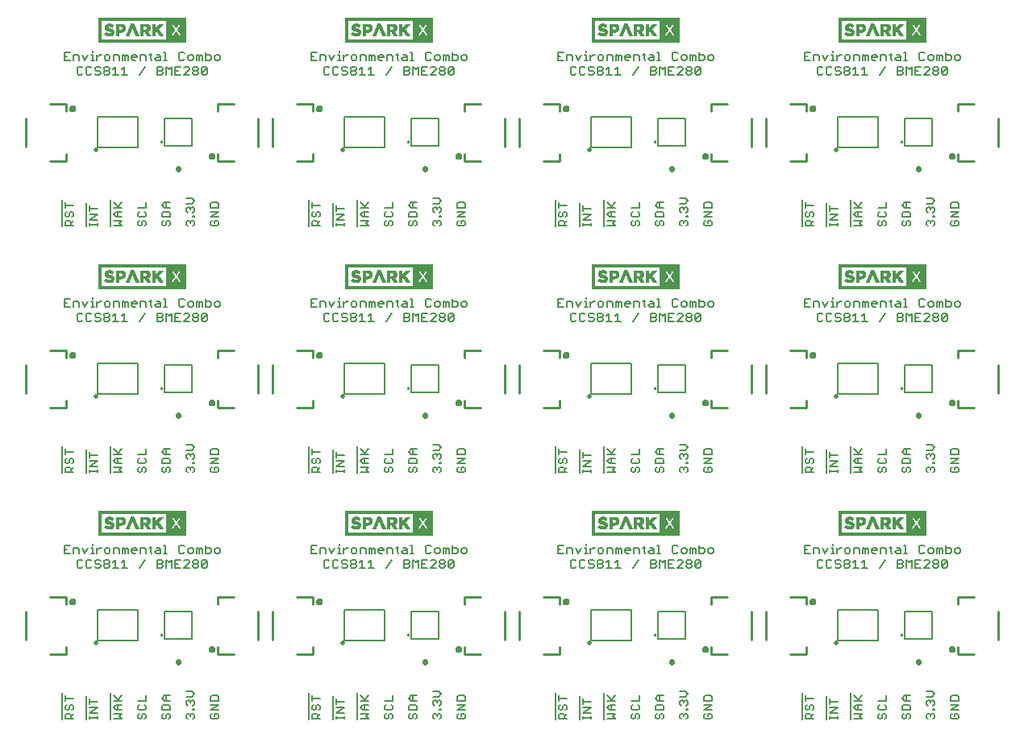
<source format=gto>
G75*
%MOIN*%
%OFA0B0*%
%FSLAX25Y25*%
%IPPOS*%
%LPD*%
%AMOC8*
5,1,8,0,0,1.08239X$1,22.5*
%
%ADD10C,0.00600*%
%ADD11C,0.00039*%
%ADD12C,0.02007*%
%ADD13C,0.00500*%
%ADD14C,0.02200*%
%ADD15C,0.01000*%
%ADD16C,0.01575*%
D10*
X0045600Y0079333D02*
X0045600Y0090383D01*
X0046797Y0089268D02*
X0046797Y0087000D01*
X0046797Y0088134D02*
X0050200Y0088134D01*
X0049633Y0085585D02*
X0050200Y0085018D01*
X0050200Y0083884D01*
X0049633Y0083316D01*
X0048499Y0083884D02*
X0048499Y0085018D01*
X0049066Y0085585D01*
X0049633Y0085585D01*
X0048499Y0083884D02*
X0047931Y0083316D01*
X0047364Y0083316D01*
X0046797Y0083884D01*
X0046797Y0085018D01*
X0047364Y0085585D01*
X0047364Y0081902D02*
X0048499Y0081902D01*
X0049066Y0081335D01*
X0049066Y0079633D01*
X0050200Y0079633D02*
X0046797Y0079633D01*
X0046797Y0081335D01*
X0047364Y0081902D01*
X0049066Y0080768D02*
X0050200Y0081902D01*
X0055600Y0079333D02*
X0055600Y0089155D01*
X0056797Y0088041D02*
X0056797Y0085772D01*
X0056797Y0086906D02*
X0060200Y0086906D01*
X0060200Y0084357D02*
X0056797Y0084357D01*
X0056797Y0082089D02*
X0060200Y0084357D01*
X0060200Y0082089D02*
X0056797Y0082089D01*
X0056797Y0080768D02*
X0056797Y0079633D01*
X0056797Y0080200D02*
X0060200Y0080200D01*
X0060200Y0079633D02*
X0060200Y0080768D01*
X0065600Y0079333D02*
X0065600Y0090383D01*
X0066797Y0089268D02*
X0069066Y0087000D01*
X0068499Y0087567D02*
X0070200Y0089268D01*
X0070200Y0087000D02*
X0066797Y0087000D01*
X0067931Y0085585D02*
X0070200Y0085585D01*
X0068499Y0085585D02*
X0068499Y0083316D01*
X0067931Y0083316D02*
X0066797Y0084451D01*
X0067931Y0085585D01*
X0067931Y0083316D02*
X0070200Y0083316D01*
X0070200Y0081902D02*
X0066797Y0081902D01*
X0066797Y0079633D02*
X0070200Y0079633D01*
X0069066Y0080768D01*
X0070200Y0081902D01*
X0076797Y0081335D02*
X0076797Y0080200D01*
X0077364Y0079633D01*
X0077931Y0079633D01*
X0078499Y0080200D01*
X0078499Y0081335D01*
X0079066Y0081902D01*
X0079633Y0081902D01*
X0080200Y0081335D01*
X0080200Y0080200D01*
X0079633Y0079633D01*
X0077364Y0081902D02*
X0076797Y0081335D01*
X0077364Y0083316D02*
X0079633Y0083316D01*
X0080200Y0083884D01*
X0080200Y0085018D01*
X0079633Y0085585D01*
X0080200Y0087000D02*
X0080200Y0089268D01*
X0080200Y0087000D02*
X0076797Y0087000D01*
X0077364Y0085585D02*
X0076797Y0085018D01*
X0076797Y0083884D01*
X0077364Y0083316D01*
X0086797Y0083316D02*
X0086797Y0085018D01*
X0087364Y0085585D01*
X0089633Y0085585D01*
X0090200Y0085018D01*
X0090200Y0083316D01*
X0086797Y0083316D01*
X0087364Y0081902D02*
X0086797Y0081335D01*
X0086797Y0080200D01*
X0087364Y0079633D01*
X0087931Y0079633D01*
X0088499Y0080200D01*
X0088499Y0081335D01*
X0089066Y0081902D01*
X0089633Y0081902D01*
X0090200Y0081335D01*
X0090200Y0080200D01*
X0089633Y0079633D01*
X0096797Y0080200D02*
X0096797Y0081335D01*
X0097364Y0081902D01*
X0097931Y0081902D01*
X0098499Y0081335D01*
X0099066Y0081902D01*
X0099633Y0081902D01*
X0100200Y0081335D01*
X0100200Y0080200D01*
X0099633Y0079633D01*
X0098499Y0080768D02*
X0098499Y0081335D01*
X0097364Y0079633D02*
X0096797Y0080200D01*
X0099633Y0083316D02*
X0099633Y0083884D01*
X0100200Y0083884D01*
X0100200Y0083316D01*
X0099633Y0083316D01*
X0099633Y0085158D02*
X0100200Y0085725D01*
X0100200Y0086859D01*
X0099633Y0087427D01*
X0099066Y0087427D01*
X0098499Y0086859D01*
X0098499Y0086292D01*
X0098499Y0086859D02*
X0097931Y0087427D01*
X0097364Y0087427D01*
X0096797Y0086859D01*
X0096797Y0085725D01*
X0097364Y0085158D01*
X0096797Y0088841D02*
X0099066Y0088841D01*
X0100200Y0089975D01*
X0099066Y0091110D01*
X0096797Y0091110D01*
X0090200Y0089268D02*
X0087931Y0089268D01*
X0086797Y0088134D01*
X0087931Y0087000D01*
X0090200Y0087000D01*
X0088499Y0087000D02*
X0088499Y0089268D01*
X0106797Y0088701D02*
X0106797Y0087000D01*
X0110200Y0087000D01*
X0110200Y0088701D01*
X0109633Y0089268D01*
X0107364Y0089268D01*
X0106797Y0088701D01*
X0106797Y0085585D02*
X0110200Y0085585D01*
X0106797Y0083316D01*
X0110200Y0083316D01*
X0109633Y0081902D02*
X0108499Y0081902D01*
X0108499Y0080768D01*
X0109633Y0081902D02*
X0110200Y0081335D01*
X0110200Y0080200D01*
X0109633Y0079633D01*
X0107364Y0079633D01*
X0106797Y0080200D01*
X0106797Y0081335D01*
X0107364Y0081902D01*
X0147600Y0079333D02*
X0147600Y0090383D01*
X0148797Y0089268D02*
X0148797Y0087000D01*
X0148797Y0088134D02*
X0152200Y0088134D01*
X0151633Y0085585D02*
X0152200Y0085018D01*
X0152200Y0083884D01*
X0151633Y0083316D01*
X0150499Y0083884D02*
X0150499Y0085018D01*
X0151066Y0085585D01*
X0151633Y0085585D01*
X0150499Y0083884D02*
X0149931Y0083316D01*
X0149364Y0083316D01*
X0148797Y0083884D01*
X0148797Y0085018D01*
X0149364Y0085585D01*
X0149364Y0081902D02*
X0148797Y0081335D01*
X0148797Y0079633D01*
X0152200Y0079633D01*
X0151066Y0079633D02*
X0151066Y0081335D01*
X0150499Y0081902D01*
X0149364Y0081902D01*
X0151066Y0080768D02*
X0152200Y0081902D01*
X0157600Y0079333D02*
X0157600Y0089155D01*
X0158797Y0088041D02*
X0158797Y0085772D01*
X0158797Y0086906D02*
X0162200Y0086906D01*
X0162200Y0084357D02*
X0158797Y0084357D01*
X0158797Y0082089D02*
X0162200Y0084357D01*
X0162200Y0082089D02*
X0158797Y0082089D01*
X0158797Y0080768D02*
X0158797Y0079633D01*
X0158797Y0080200D02*
X0162200Y0080200D01*
X0162200Y0079633D02*
X0162200Y0080768D01*
X0167600Y0079333D02*
X0167600Y0090383D01*
X0168797Y0089268D02*
X0171066Y0087000D01*
X0170499Y0087567D02*
X0172200Y0089268D01*
X0172200Y0087000D02*
X0168797Y0087000D01*
X0169931Y0085585D02*
X0172200Y0085585D01*
X0170499Y0085585D02*
X0170499Y0083316D01*
X0169931Y0083316D02*
X0168797Y0084451D01*
X0169931Y0085585D01*
X0169931Y0083316D02*
X0172200Y0083316D01*
X0172200Y0081902D02*
X0168797Y0081902D01*
X0168797Y0079633D02*
X0172200Y0079633D01*
X0171066Y0080768D01*
X0172200Y0081902D01*
X0178797Y0081335D02*
X0178797Y0080200D01*
X0179364Y0079633D01*
X0179931Y0079633D01*
X0180499Y0080200D01*
X0180499Y0081335D01*
X0181066Y0081902D01*
X0181633Y0081902D01*
X0182200Y0081335D01*
X0182200Y0080200D01*
X0181633Y0079633D01*
X0179364Y0081902D02*
X0178797Y0081335D01*
X0179364Y0083316D02*
X0178797Y0083884D01*
X0178797Y0085018D01*
X0179364Y0085585D01*
X0178797Y0087000D02*
X0182200Y0087000D01*
X0182200Y0089268D01*
X0181633Y0085585D02*
X0182200Y0085018D01*
X0182200Y0083884D01*
X0181633Y0083316D01*
X0179364Y0083316D01*
X0188797Y0083316D02*
X0188797Y0085018D01*
X0189364Y0085585D01*
X0191633Y0085585D01*
X0192200Y0085018D01*
X0192200Y0083316D01*
X0188797Y0083316D01*
X0189364Y0081902D02*
X0188797Y0081335D01*
X0188797Y0080200D01*
X0189364Y0079633D01*
X0189931Y0079633D01*
X0190499Y0080200D01*
X0190499Y0081335D01*
X0191066Y0081902D01*
X0191633Y0081902D01*
X0192200Y0081335D01*
X0192200Y0080200D01*
X0191633Y0079633D01*
X0198797Y0080200D02*
X0198797Y0081335D01*
X0199364Y0081902D01*
X0199931Y0081902D01*
X0200499Y0081335D01*
X0201066Y0081902D01*
X0201633Y0081902D01*
X0202200Y0081335D01*
X0202200Y0080200D01*
X0201633Y0079633D01*
X0200499Y0080768D02*
X0200499Y0081335D01*
X0199364Y0079633D02*
X0198797Y0080200D01*
X0201633Y0083316D02*
X0201633Y0083884D01*
X0202200Y0083884D01*
X0202200Y0083316D01*
X0201633Y0083316D01*
X0201633Y0085158D02*
X0202200Y0085725D01*
X0202200Y0086859D01*
X0201633Y0087427D01*
X0201066Y0087427D01*
X0200499Y0086859D01*
X0200499Y0086292D01*
X0200499Y0086859D02*
X0199931Y0087427D01*
X0199364Y0087427D01*
X0198797Y0086859D01*
X0198797Y0085725D01*
X0199364Y0085158D01*
X0198797Y0088841D02*
X0201066Y0088841D01*
X0202200Y0089975D01*
X0201066Y0091110D01*
X0198797Y0091110D01*
X0192200Y0089268D02*
X0189931Y0089268D01*
X0188797Y0088134D01*
X0189931Y0087000D01*
X0192200Y0087000D01*
X0190499Y0087000D02*
X0190499Y0089268D01*
X0208797Y0088701D02*
X0208797Y0087000D01*
X0212200Y0087000D01*
X0212200Y0088701D01*
X0211633Y0089268D01*
X0209364Y0089268D01*
X0208797Y0088701D01*
X0208797Y0085585D02*
X0212200Y0085585D01*
X0208797Y0083316D01*
X0212200Y0083316D01*
X0211633Y0081902D02*
X0210499Y0081902D01*
X0210499Y0080768D01*
X0211633Y0081902D02*
X0212200Y0081335D01*
X0212200Y0080200D01*
X0211633Y0079633D01*
X0209364Y0079633D01*
X0208797Y0080200D01*
X0208797Y0081335D01*
X0209364Y0081902D01*
X0249600Y0079333D02*
X0249600Y0090383D01*
X0250797Y0089268D02*
X0250797Y0087000D01*
X0250797Y0088134D02*
X0254200Y0088134D01*
X0253633Y0085585D02*
X0254200Y0085018D01*
X0254200Y0083884D01*
X0253633Y0083316D01*
X0252499Y0083884D02*
X0252499Y0085018D01*
X0253066Y0085585D01*
X0253633Y0085585D01*
X0252499Y0083884D02*
X0251931Y0083316D01*
X0251364Y0083316D01*
X0250797Y0083884D01*
X0250797Y0085018D01*
X0251364Y0085585D01*
X0251364Y0081902D02*
X0252499Y0081902D01*
X0253066Y0081335D01*
X0253066Y0079633D01*
X0254200Y0079633D02*
X0250797Y0079633D01*
X0250797Y0081335D01*
X0251364Y0081902D01*
X0253066Y0080768D02*
X0254200Y0081902D01*
X0259600Y0079333D02*
X0259600Y0089155D01*
X0260797Y0088041D02*
X0260797Y0085772D01*
X0260797Y0086906D02*
X0264200Y0086906D01*
X0264200Y0084357D02*
X0260797Y0084357D01*
X0260797Y0082089D02*
X0264200Y0084357D01*
X0264200Y0082089D02*
X0260797Y0082089D01*
X0260797Y0080768D02*
X0260797Y0079633D01*
X0260797Y0080200D02*
X0264200Y0080200D01*
X0264200Y0079633D02*
X0264200Y0080768D01*
X0269600Y0079333D02*
X0269600Y0090383D01*
X0270797Y0089268D02*
X0273066Y0087000D01*
X0272499Y0087567D02*
X0274200Y0089268D01*
X0274200Y0087000D02*
X0270797Y0087000D01*
X0271931Y0085585D02*
X0274200Y0085585D01*
X0272499Y0085585D02*
X0272499Y0083316D01*
X0271931Y0083316D02*
X0270797Y0084451D01*
X0271931Y0085585D01*
X0271931Y0083316D02*
X0274200Y0083316D01*
X0274200Y0081902D02*
X0270797Y0081902D01*
X0270797Y0079633D02*
X0274200Y0079633D01*
X0273066Y0080768D01*
X0274200Y0081902D01*
X0280797Y0081335D02*
X0280797Y0080200D01*
X0281364Y0079633D01*
X0281931Y0079633D01*
X0282499Y0080200D01*
X0282499Y0081335D01*
X0283066Y0081902D01*
X0283633Y0081902D01*
X0284200Y0081335D01*
X0284200Y0080200D01*
X0283633Y0079633D01*
X0281364Y0081902D02*
X0280797Y0081335D01*
X0281364Y0083316D02*
X0283633Y0083316D01*
X0284200Y0083884D01*
X0284200Y0085018D01*
X0283633Y0085585D01*
X0284200Y0087000D02*
X0284200Y0089268D01*
X0284200Y0087000D02*
X0280797Y0087000D01*
X0281364Y0085585D02*
X0280797Y0085018D01*
X0280797Y0083884D01*
X0281364Y0083316D01*
X0290797Y0083316D02*
X0290797Y0085018D01*
X0291364Y0085585D01*
X0293633Y0085585D01*
X0294200Y0085018D01*
X0294200Y0083316D01*
X0290797Y0083316D01*
X0291364Y0081902D02*
X0290797Y0081335D01*
X0290797Y0080200D01*
X0291364Y0079633D01*
X0291931Y0079633D01*
X0292499Y0080200D01*
X0292499Y0081335D01*
X0293066Y0081902D01*
X0293633Y0081902D01*
X0294200Y0081335D01*
X0294200Y0080200D01*
X0293633Y0079633D01*
X0300797Y0080200D02*
X0300797Y0081335D01*
X0301364Y0081902D01*
X0301931Y0081902D01*
X0302499Y0081335D01*
X0303066Y0081902D01*
X0303633Y0081902D01*
X0304200Y0081335D01*
X0304200Y0080200D01*
X0303633Y0079633D01*
X0302499Y0080768D02*
X0302499Y0081335D01*
X0301364Y0079633D02*
X0300797Y0080200D01*
X0303633Y0083316D02*
X0303633Y0083884D01*
X0304200Y0083884D01*
X0304200Y0083316D01*
X0303633Y0083316D01*
X0303633Y0085158D02*
X0304200Y0085725D01*
X0304200Y0086859D01*
X0303633Y0087427D01*
X0303066Y0087427D01*
X0302499Y0086859D01*
X0302499Y0086292D01*
X0302499Y0086859D02*
X0301931Y0087427D01*
X0301364Y0087427D01*
X0300797Y0086859D01*
X0300797Y0085725D01*
X0301364Y0085158D01*
X0300797Y0088841D02*
X0303066Y0088841D01*
X0304200Y0089975D01*
X0303066Y0091110D01*
X0300797Y0091110D01*
X0294200Y0089268D02*
X0291931Y0089268D01*
X0290797Y0088134D01*
X0291931Y0087000D01*
X0294200Y0087000D01*
X0292499Y0087000D02*
X0292499Y0089268D01*
X0310797Y0088701D02*
X0310797Y0087000D01*
X0314200Y0087000D01*
X0314200Y0088701D01*
X0313633Y0089268D01*
X0311364Y0089268D01*
X0310797Y0088701D01*
X0310797Y0085585D02*
X0314200Y0085585D01*
X0310797Y0083316D01*
X0314200Y0083316D01*
X0313633Y0081902D02*
X0312499Y0081902D01*
X0312499Y0080768D01*
X0313633Y0081902D02*
X0314200Y0081335D01*
X0314200Y0080200D01*
X0313633Y0079633D01*
X0311364Y0079633D01*
X0310797Y0080200D01*
X0310797Y0081335D01*
X0311364Y0081902D01*
X0351600Y0079333D02*
X0351600Y0090383D01*
X0352797Y0089268D02*
X0352797Y0087000D01*
X0352797Y0088134D02*
X0356200Y0088134D01*
X0355633Y0085585D02*
X0356200Y0085018D01*
X0356200Y0083884D01*
X0355633Y0083316D01*
X0354499Y0083884D02*
X0354499Y0085018D01*
X0355066Y0085585D01*
X0355633Y0085585D01*
X0354499Y0083884D02*
X0353931Y0083316D01*
X0353364Y0083316D01*
X0352797Y0083884D01*
X0352797Y0085018D01*
X0353364Y0085585D01*
X0353364Y0081902D02*
X0354499Y0081902D01*
X0355066Y0081335D01*
X0355066Y0079633D01*
X0356200Y0079633D02*
X0352797Y0079633D01*
X0352797Y0081335D01*
X0353364Y0081902D01*
X0355066Y0080768D02*
X0356200Y0081902D01*
X0361600Y0079333D02*
X0361600Y0089155D01*
X0362797Y0088041D02*
X0362797Y0085772D01*
X0362797Y0086906D02*
X0366200Y0086906D01*
X0366200Y0084357D02*
X0362797Y0084357D01*
X0362797Y0082089D02*
X0366200Y0084357D01*
X0366200Y0082089D02*
X0362797Y0082089D01*
X0362797Y0080768D02*
X0362797Y0079633D01*
X0362797Y0080200D02*
X0366200Y0080200D01*
X0366200Y0079633D02*
X0366200Y0080768D01*
X0371600Y0079333D02*
X0371600Y0090383D01*
X0372797Y0089268D02*
X0375066Y0087000D01*
X0374499Y0087567D02*
X0376200Y0089268D01*
X0376200Y0087000D02*
X0372797Y0087000D01*
X0373931Y0085585D02*
X0376200Y0085585D01*
X0374499Y0085585D02*
X0374499Y0083316D01*
X0373931Y0083316D02*
X0372797Y0084451D01*
X0373931Y0085585D01*
X0373931Y0083316D02*
X0376200Y0083316D01*
X0376200Y0081902D02*
X0372797Y0081902D01*
X0372797Y0079633D02*
X0376200Y0079633D01*
X0375066Y0080768D01*
X0376200Y0081902D01*
X0382797Y0081335D02*
X0382797Y0080200D01*
X0383364Y0079633D01*
X0383931Y0079633D01*
X0384499Y0080200D01*
X0384499Y0081335D01*
X0385066Y0081902D01*
X0385633Y0081902D01*
X0386200Y0081335D01*
X0386200Y0080200D01*
X0385633Y0079633D01*
X0383364Y0081902D02*
X0382797Y0081335D01*
X0383364Y0083316D02*
X0385633Y0083316D01*
X0386200Y0083884D01*
X0386200Y0085018D01*
X0385633Y0085585D01*
X0386200Y0087000D02*
X0386200Y0089268D01*
X0386200Y0087000D02*
X0382797Y0087000D01*
X0383364Y0085585D02*
X0382797Y0085018D01*
X0382797Y0083884D01*
X0383364Y0083316D01*
X0392797Y0083316D02*
X0392797Y0085018D01*
X0393364Y0085585D01*
X0395633Y0085585D01*
X0396200Y0085018D01*
X0396200Y0083316D01*
X0392797Y0083316D01*
X0393364Y0081902D02*
X0392797Y0081335D01*
X0392797Y0080200D01*
X0393364Y0079633D01*
X0393931Y0079633D01*
X0394499Y0080200D01*
X0394499Y0081335D01*
X0395066Y0081902D01*
X0395633Y0081902D01*
X0396200Y0081335D01*
X0396200Y0080200D01*
X0395633Y0079633D01*
X0402797Y0080200D02*
X0402797Y0081335D01*
X0403364Y0081902D01*
X0403931Y0081902D01*
X0404499Y0081335D01*
X0405066Y0081902D01*
X0405633Y0081902D01*
X0406200Y0081335D01*
X0406200Y0080200D01*
X0405633Y0079633D01*
X0404499Y0080768D02*
X0404499Y0081335D01*
X0403364Y0079633D02*
X0402797Y0080200D01*
X0405633Y0083316D02*
X0405633Y0083884D01*
X0406200Y0083884D01*
X0406200Y0083316D01*
X0405633Y0083316D01*
X0405633Y0085158D02*
X0406200Y0085725D01*
X0406200Y0086859D01*
X0405633Y0087427D01*
X0405066Y0087427D01*
X0404499Y0086859D01*
X0404499Y0086292D01*
X0404499Y0086859D02*
X0403931Y0087427D01*
X0403364Y0087427D01*
X0402797Y0086859D01*
X0402797Y0085725D01*
X0403364Y0085158D01*
X0402797Y0088841D02*
X0405066Y0088841D01*
X0406200Y0089975D01*
X0405066Y0091110D01*
X0402797Y0091110D01*
X0396200Y0089268D02*
X0393931Y0089268D01*
X0392797Y0088134D01*
X0393931Y0087000D01*
X0396200Y0087000D01*
X0394499Y0087000D02*
X0394499Y0089268D01*
X0412797Y0088701D02*
X0412797Y0087000D01*
X0416200Y0087000D01*
X0416200Y0088701D01*
X0415633Y0089268D01*
X0413364Y0089268D01*
X0412797Y0088701D01*
X0412797Y0085585D02*
X0416200Y0085585D01*
X0412797Y0083316D01*
X0416200Y0083316D01*
X0415633Y0081902D02*
X0414499Y0081902D01*
X0414499Y0080768D01*
X0415633Y0081902D02*
X0416200Y0081335D01*
X0416200Y0080200D01*
X0415633Y0079633D01*
X0413364Y0079633D01*
X0412797Y0080200D01*
X0412797Y0081335D01*
X0413364Y0081902D01*
X0410942Y0142133D02*
X0409808Y0142133D01*
X0409240Y0142700D01*
X0411509Y0144969D01*
X0411509Y0142700D01*
X0410942Y0142133D01*
X0409240Y0142700D02*
X0409240Y0144969D01*
X0409808Y0145536D01*
X0410942Y0145536D01*
X0411509Y0144969D01*
X0410775Y0148133D02*
X0412476Y0148133D01*
X0413044Y0148700D01*
X0413044Y0149835D01*
X0412476Y0150402D01*
X0410775Y0150402D01*
X0410775Y0151536D02*
X0410775Y0148133D01*
X0409360Y0148133D02*
X0409360Y0149835D01*
X0408793Y0150402D01*
X0408226Y0149835D01*
X0408226Y0148133D01*
X0407092Y0148133D02*
X0407092Y0150402D01*
X0407659Y0150402D01*
X0408226Y0149835D01*
X0405677Y0149835D02*
X0405677Y0148700D01*
X0405110Y0148133D01*
X0403976Y0148133D01*
X0403409Y0148700D01*
X0403409Y0149835D01*
X0403976Y0150402D01*
X0405110Y0150402D01*
X0405677Y0149835D01*
X0401994Y0150969D02*
X0401427Y0151536D01*
X0400293Y0151536D01*
X0399726Y0150969D01*
X0399726Y0148700D01*
X0400293Y0148133D01*
X0401427Y0148133D01*
X0401994Y0148700D01*
X0402441Y0145536D02*
X0401874Y0144969D01*
X0402441Y0145536D02*
X0403576Y0145536D01*
X0404143Y0144969D01*
X0404143Y0144402D01*
X0401874Y0142133D01*
X0404143Y0142133D01*
X0405557Y0142700D02*
X0405557Y0143268D01*
X0406124Y0143835D01*
X0407259Y0143835D01*
X0407826Y0143268D01*
X0407826Y0142700D01*
X0407259Y0142133D01*
X0406124Y0142133D01*
X0405557Y0142700D01*
X0406124Y0143835D02*
X0405557Y0144402D01*
X0405557Y0144969D01*
X0406124Y0145536D01*
X0407259Y0145536D01*
X0407826Y0144969D01*
X0407826Y0144402D01*
X0407259Y0143835D01*
X0400460Y0145536D02*
X0398191Y0145536D01*
X0398191Y0142133D01*
X0400460Y0142133D01*
X0399325Y0143835D02*
X0398191Y0143835D01*
X0396776Y0145536D02*
X0396776Y0142133D01*
X0394508Y0142133D02*
X0394508Y0145536D01*
X0395642Y0144402D01*
X0396776Y0145536D01*
X0394721Y0148133D02*
X0393587Y0148133D01*
X0394154Y0148133D02*
X0394154Y0151536D01*
X0393587Y0151536D01*
X0392172Y0149835D02*
X0392172Y0148133D01*
X0390471Y0148133D01*
X0389904Y0148700D01*
X0390471Y0149268D01*
X0392172Y0149268D01*
X0392172Y0149835D02*
X0391605Y0150402D01*
X0390471Y0150402D01*
X0388583Y0150402D02*
X0387448Y0150402D01*
X0388016Y0150969D02*
X0388016Y0148700D01*
X0388583Y0148133D01*
X0386034Y0148133D02*
X0386034Y0149835D01*
X0385467Y0150402D01*
X0383765Y0150402D01*
X0383765Y0148133D01*
X0382351Y0149268D02*
X0380082Y0149268D01*
X0380082Y0149835D02*
X0380082Y0148700D01*
X0380649Y0148133D01*
X0381784Y0148133D01*
X0382351Y0149268D02*
X0382351Y0149835D01*
X0381784Y0150402D01*
X0380649Y0150402D01*
X0380082Y0149835D01*
X0378668Y0149835D02*
X0378668Y0148133D01*
X0377533Y0148133D02*
X0377533Y0149835D01*
X0378100Y0150402D01*
X0378668Y0149835D01*
X0377533Y0149835D02*
X0376966Y0150402D01*
X0376399Y0150402D01*
X0376399Y0148133D01*
X0374984Y0148133D02*
X0374984Y0149835D01*
X0374417Y0150402D01*
X0372716Y0150402D01*
X0372716Y0148133D01*
X0371301Y0148700D02*
X0371301Y0149835D01*
X0370734Y0150402D01*
X0369600Y0150402D01*
X0369033Y0149835D01*
X0369033Y0148700D01*
X0369600Y0148133D01*
X0370734Y0148133D01*
X0371301Y0148700D01*
X0370427Y0145536D02*
X0370994Y0144969D01*
X0370994Y0144402D01*
X0370427Y0143835D01*
X0369293Y0143835D01*
X0368726Y0144402D01*
X0368726Y0144969D01*
X0369293Y0145536D01*
X0370427Y0145536D01*
X0370427Y0143835D02*
X0370994Y0143268D01*
X0370994Y0142700D01*
X0370427Y0142133D01*
X0369293Y0142133D01*
X0368726Y0142700D01*
X0368726Y0143268D01*
X0369293Y0143835D01*
X0367311Y0143268D02*
X0367311Y0142700D01*
X0366744Y0142133D01*
X0365610Y0142133D01*
X0365043Y0142700D01*
X0365610Y0143835D02*
X0366744Y0143835D01*
X0367311Y0143268D01*
X0367311Y0144969D02*
X0366744Y0145536D01*
X0365610Y0145536D01*
X0365043Y0144969D01*
X0365043Y0144402D01*
X0365610Y0143835D01*
X0363628Y0144969D02*
X0363061Y0145536D01*
X0361927Y0145536D01*
X0361360Y0144969D01*
X0361360Y0142700D01*
X0361927Y0142133D01*
X0363061Y0142133D01*
X0363628Y0142700D01*
X0359945Y0142700D02*
X0359378Y0142133D01*
X0358244Y0142133D01*
X0357676Y0142700D01*
X0357676Y0144969D01*
X0358244Y0145536D01*
X0359378Y0145536D01*
X0359945Y0144969D01*
X0360959Y0148133D02*
X0362093Y0150402D01*
X0363508Y0150402D02*
X0364075Y0150402D01*
X0364075Y0148133D01*
X0363508Y0148133D02*
X0364642Y0148133D01*
X0365963Y0148133D02*
X0365963Y0150402D01*
X0365963Y0149268D02*
X0367098Y0150402D01*
X0367665Y0150402D01*
X0364075Y0151536D02*
X0364075Y0152103D01*
X0359825Y0150402D02*
X0360959Y0148133D01*
X0358410Y0148133D02*
X0358410Y0149835D01*
X0357843Y0150402D01*
X0356142Y0150402D01*
X0356142Y0148133D01*
X0354727Y0148133D02*
X0352459Y0148133D01*
X0352459Y0151536D01*
X0354727Y0151536D01*
X0353593Y0149835D02*
X0352459Y0149835D01*
X0372409Y0144402D02*
X0373543Y0145536D01*
X0373543Y0142133D01*
X0372409Y0142133D02*
X0374678Y0142133D01*
X0376092Y0142133D02*
X0378361Y0142133D01*
X0377226Y0142133D02*
X0377226Y0145536D01*
X0376092Y0144402D01*
X0383458Y0142133D02*
X0385727Y0145536D01*
X0390825Y0145536D02*
X0390825Y0142133D01*
X0392526Y0142133D01*
X0393093Y0142700D01*
X0393093Y0143268D01*
X0392526Y0143835D01*
X0390825Y0143835D01*
X0392526Y0143835D02*
X0393093Y0144402D01*
X0393093Y0144969D01*
X0392526Y0145536D01*
X0390825Y0145536D01*
X0414458Y0148700D02*
X0415025Y0148133D01*
X0416160Y0148133D01*
X0416727Y0148700D01*
X0416727Y0149835D01*
X0416160Y0150402D01*
X0415025Y0150402D01*
X0414458Y0149835D01*
X0414458Y0148700D01*
X0413364Y0181633D02*
X0415633Y0181633D01*
X0416200Y0182200D01*
X0416200Y0183335D01*
X0415633Y0183902D01*
X0414499Y0183902D01*
X0414499Y0182768D01*
X0413364Y0183902D02*
X0412797Y0183335D01*
X0412797Y0182200D01*
X0413364Y0181633D01*
X0412797Y0185316D02*
X0416200Y0187585D01*
X0412797Y0187585D01*
X0412797Y0189000D02*
X0412797Y0190701D01*
X0413364Y0191268D01*
X0415633Y0191268D01*
X0416200Y0190701D01*
X0416200Y0189000D01*
X0412797Y0189000D01*
X0412797Y0185316D02*
X0416200Y0185316D01*
X0406200Y0185316D02*
X0406200Y0185884D01*
X0405633Y0185884D01*
X0405633Y0185316D01*
X0406200Y0185316D01*
X0405633Y0183902D02*
X0406200Y0183335D01*
X0406200Y0182200D01*
X0405633Y0181633D01*
X0404499Y0182768D02*
X0404499Y0183335D01*
X0405066Y0183902D01*
X0405633Y0183902D01*
X0404499Y0183335D02*
X0403931Y0183902D01*
X0403364Y0183902D01*
X0402797Y0183335D01*
X0402797Y0182200D01*
X0403364Y0181633D01*
X0396200Y0182200D02*
X0395633Y0181633D01*
X0396200Y0182200D02*
X0396200Y0183335D01*
X0395633Y0183902D01*
X0395066Y0183902D01*
X0394499Y0183335D01*
X0394499Y0182200D01*
X0393931Y0181633D01*
X0393364Y0181633D01*
X0392797Y0182200D01*
X0392797Y0183335D01*
X0393364Y0183902D01*
X0392797Y0185316D02*
X0392797Y0187018D01*
X0393364Y0187585D01*
X0395633Y0187585D01*
X0396200Y0187018D01*
X0396200Y0185316D01*
X0392797Y0185316D01*
X0393931Y0189000D02*
X0392797Y0190134D01*
X0393931Y0191268D01*
X0396200Y0191268D01*
X0394499Y0191268D02*
X0394499Y0189000D01*
X0393931Y0189000D02*
X0396200Y0189000D01*
X0402797Y0188859D02*
X0403364Y0189427D01*
X0403931Y0189427D01*
X0404499Y0188859D01*
X0405066Y0189427D01*
X0405633Y0189427D01*
X0406200Y0188859D01*
X0406200Y0187725D01*
X0405633Y0187158D01*
X0404499Y0188292D02*
X0404499Y0188859D01*
X0402797Y0188859D02*
X0402797Y0187725D01*
X0403364Y0187158D01*
X0402797Y0190841D02*
X0405066Y0190841D01*
X0406200Y0191975D01*
X0405066Y0193110D01*
X0402797Y0193110D01*
X0386200Y0191268D02*
X0386200Y0189000D01*
X0382797Y0189000D01*
X0383364Y0187585D02*
X0382797Y0187018D01*
X0382797Y0185884D01*
X0383364Y0185316D01*
X0385633Y0185316D01*
X0386200Y0185884D01*
X0386200Y0187018D01*
X0385633Y0187585D01*
X0385633Y0183902D02*
X0386200Y0183335D01*
X0386200Y0182200D01*
X0385633Y0181633D01*
X0384499Y0182200D02*
X0383931Y0181633D01*
X0383364Y0181633D01*
X0382797Y0182200D01*
X0382797Y0183335D01*
X0383364Y0183902D01*
X0384499Y0183335D02*
X0385066Y0183902D01*
X0385633Y0183902D01*
X0384499Y0183335D02*
X0384499Y0182200D01*
X0376200Y0181633D02*
X0375066Y0182768D01*
X0376200Y0183902D01*
X0372797Y0183902D01*
X0373931Y0185316D02*
X0372797Y0186451D01*
X0373931Y0187585D01*
X0376200Y0187585D01*
X0376200Y0189000D02*
X0372797Y0189000D01*
X0374499Y0189567D02*
X0376200Y0191268D01*
X0375066Y0189000D02*
X0372797Y0191268D01*
X0371600Y0192383D02*
X0371600Y0181333D01*
X0372797Y0181633D02*
X0376200Y0181633D01*
X0376200Y0185316D02*
X0373931Y0185316D01*
X0374499Y0185316D02*
X0374499Y0187585D01*
X0366200Y0186357D02*
X0362797Y0186357D01*
X0362797Y0187772D02*
X0362797Y0190041D01*
X0362797Y0188906D02*
X0366200Y0188906D01*
X0366200Y0186357D02*
X0362797Y0184089D01*
X0366200Y0184089D01*
X0366200Y0182768D02*
X0366200Y0181633D01*
X0366200Y0182200D02*
X0362797Y0182200D01*
X0362797Y0181633D02*
X0362797Y0182768D01*
X0361600Y0181333D02*
X0361600Y0191155D01*
X0356200Y0190134D02*
X0352797Y0190134D01*
X0352797Y0189000D02*
X0352797Y0191268D01*
X0351600Y0192383D02*
X0351600Y0181333D01*
X0352797Y0181633D02*
X0352797Y0183335D01*
X0353364Y0183902D01*
X0354499Y0183902D01*
X0355066Y0183335D01*
X0355066Y0181633D01*
X0356200Y0181633D02*
X0352797Y0181633D01*
X0355066Y0182768D02*
X0356200Y0183902D01*
X0355633Y0185316D02*
X0356200Y0185884D01*
X0356200Y0187018D01*
X0355633Y0187585D01*
X0355066Y0187585D01*
X0354499Y0187018D01*
X0354499Y0185884D01*
X0353931Y0185316D01*
X0353364Y0185316D01*
X0352797Y0185884D01*
X0352797Y0187018D01*
X0353364Y0187585D01*
X0314200Y0187585D02*
X0310797Y0185316D01*
X0314200Y0185316D01*
X0313633Y0183902D02*
X0312499Y0183902D01*
X0312499Y0182768D01*
X0313633Y0183902D02*
X0314200Y0183335D01*
X0314200Y0182200D01*
X0313633Y0181633D01*
X0311364Y0181633D01*
X0310797Y0182200D01*
X0310797Y0183335D01*
X0311364Y0183902D01*
X0310797Y0187585D02*
X0314200Y0187585D01*
X0314200Y0189000D02*
X0314200Y0190701D01*
X0313633Y0191268D01*
X0311364Y0191268D01*
X0310797Y0190701D01*
X0310797Y0189000D01*
X0314200Y0189000D01*
X0304200Y0188859D02*
X0304200Y0187725D01*
X0303633Y0187158D01*
X0303633Y0185884D02*
X0304200Y0185884D01*
X0304200Y0185316D01*
X0303633Y0185316D01*
X0303633Y0185884D01*
X0303633Y0183902D02*
X0304200Y0183335D01*
X0304200Y0182200D01*
X0303633Y0181633D01*
X0302499Y0182768D02*
X0302499Y0183335D01*
X0303066Y0183902D01*
X0303633Y0183902D01*
X0302499Y0183335D02*
X0301931Y0183902D01*
X0301364Y0183902D01*
X0300797Y0183335D01*
X0300797Y0182200D01*
X0301364Y0181633D01*
X0294200Y0182200D02*
X0293633Y0181633D01*
X0294200Y0182200D02*
X0294200Y0183335D01*
X0293633Y0183902D01*
X0293066Y0183902D01*
X0292499Y0183335D01*
X0292499Y0182200D01*
X0291931Y0181633D01*
X0291364Y0181633D01*
X0290797Y0182200D01*
X0290797Y0183335D01*
X0291364Y0183902D01*
X0290797Y0185316D02*
X0290797Y0187018D01*
X0291364Y0187585D01*
X0293633Y0187585D01*
X0294200Y0187018D01*
X0294200Y0185316D01*
X0290797Y0185316D01*
X0291931Y0189000D02*
X0290797Y0190134D01*
X0291931Y0191268D01*
X0294200Y0191268D01*
X0292499Y0191268D02*
X0292499Y0189000D01*
X0291931Y0189000D02*
X0294200Y0189000D01*
X0300797Y0188859D02*
X0301364Y0189427D01*
X0301931Y0189427D01*
X0302499Y0188859D01*
X0303066Y0189427D01*
X0303633Y0189427D01*
X0304200Y0188859D01*
X0302499Y0188859D02*
X0302499Y0188292D01*
X0301364Y0187158D02*
X0300797Y0187725D01*
X0300797Y0188859D01*
X0300797Y0190841D02*
X0303066Y0190841D01*
X0304200Y0191975D01*
X0303066Y0193110D01*
X0300797Y0193110D01*
X0284200Y0191268D02*
X0284200Y0189000D01*
X0280797Y0189000D01*
X0281364Y0187585D02*
X0280797Y0187018D01*
X0280797Y0185884D01*
X0281364Y0185316D01*
X0283633Y0185316D01*
X0284200Y0185884D01*
X0284200Y0187018D01*
X0283633Y0187585D01*
X0283633Y0183902D02*
X0284200Y0183335D01*
X0284200Y0182200D01*
X0283633Y0181633D01*
X0282499Y0182200D02*
X0281931Y0181633D01*
X0281364Y0181633D01*
X0280797Y0182200D01*
X0280797Y0183335D01*
X0281364Y0183902D01*
X0282499Y0183335D02*
X0283066Y0183902D01*
X0283633Y0183902D01*
X0282499Y0183335D02*
X0282499Y0182200D01*
X0274200Y0181633D02*
X0273066Y0182768D01*
X0274200Y0183902D01*
X0270797Y0183902D01*
X0271931Y0185316D02*
X0270797Y0186451D01*
X0271931Y0187585D01*
X0274200Y0187585D01*
X0274200Y0189000D02*
X0270797Y0189000D01*
X0272499Y0189567D02*
X0274200Y0191268D01*
X0273066Y0189000D02*
X0270797Y0191268D01*
X0269600Y0192383D02*
X0269600Y0181333D01*
X0270797Y0181633D02*
X0274200Y0181633D01*
X0274200Y0185316D02*
X0271931Y0185316D01*
X0272499Y0185316D02*
X0272499Y0187585D01*
X0264200Y0186357D02*
X0260797Y0186357D01*
X0260797Y0187772D02*
X0260797Y0190041D01*
X0260797Y0188906D02*
X0264200Y0188906D01*
X0264200Y0186357D02*
X0260797Y0184089D01*
X0264200Y0184089D01*
X0264200Y0182768D02*
X0264200Y0181633D01*
X0264200Y0182200D02*
X0260797Y0182200D01*
X0260797Y0181633D02*
X0260797Y0182768D01*
X0259600Y0181333D02*
X0259600Y0191155D01*
X0254200Y0190134D02*
X0250797Y0190134D01*
X0250797Y0189000D02*
X0250797Y0191268D01*
X0249600Y0192383D02*
X0249600Y0181333D01*
X0250797Y0181633D02*
X0250797Y0183335D01*
X0251364Y0183902D01*
X0252499Y0183902D01*
X0253066Y0183335D01*
X0253066Y0181633D01*
X0254200Y0181633D02*
X0250797Y0181633D01*
X0253066Y0182768D02*
X0254200Y0183902D01*
X0253633Y0185316D02*
X0254200Y0185884D01*
X0254200Y0187018D01*
X0253633Y0187585D01*
X0253066Y0187585D01*
X0252499Y0187018D01*
X0252499Y0185884D01*
X0251931Y0185316D01*
X0251364Y0185316D01*
X0250797Y0185884D01*
X0250797Y0187018D01*
X0251364Y0187585D01*
X0212200Y0187585D02*
X0208797Y0187585D01*
X0208797Y0189000D02*
X0208797Y0190701D01*
X0209364Y0191268D01*
X0211633Y0191268D01*
X0212200Y0190701D01*
X0212200Y0189000D01*
X0208797Y0189000D01*
X0208797Y0185316D02*
X0212200Y0187585D01*
X0212200Y0185316D02*
X0208797Y0185316D01*
X0209364Y0183902D02*
X0208797Y0183335D01*
X0208797Y0182200D01*
X0209364Y0181633D01*
X0211633Y0181633D01*
X0212200Y0182200D01*
X0212200Y0183335D01*
X0211633Y0183902D01*
X0210499Y0183902D01*
X0210499Y0182768D01*
X0202200Y0183335D02*
X0202200Y0182200D01*
X0201633Y0181633D01*
X0200499Y0182768D02*
X0200499Y0183335D01*
X0201066Y0183902D01*
X0201633Y0183902D01*
X0202200Y0183335D01*
X0200499Y0183335D02*
X0199931Y0183902D01*
X0199364Y0183902D01*
X0198797Y0183335D01*
X0198797Y0182200D01*
X0199364Y0181633D01*
X0201633Y0185316D02*
X0201633Y0185884D01*
X0202200Y0185884D01*
X0202200Y0185316D01*
X0201633Y0185316D01*
X0201633Y0187158D02*
X0202200Y0187725D01*
X0202200Y0188859D01*
X0201633Y0189427D01*
X0201066Y0189427D01*
X0200499Y0188859D01*
X0200499Y0188292D01*
X0200499Y0188859D02*
X0199931Y0189427D01*
X0199364Y0189427D01*
X0198797Y0188859D01*
X0198797Y0187725D01*
X0199364Y0187158D01*
X0198797Y0190841D02*
X0201066Y0190841D01*
X0202200Y0191975D01*
X0201066Y0193110D01*
X0198797Y0193110D01*
X0192200Y0191268D02*
X0189931Y0191268D01*
X0188797Y0190134D01*
X0189931Y0189000D01*
X0192200Y0189000D01*
X0191633Y0187585D02*
X0189364Y0187585D01*
X0188797Y0187018D01*
X0188797Y0185316D01*
X0192200Y0185316D01*
X0192200Y0187018D01*
X0191633Y0187585D01*
X0190499Y0189000D02*
X0190499Y0191268D01*
X0182200Y0191268D02*
X0182200Y0189000D01*
X0178797Y0189000D01*
X0179364Y0187585D02*
X0178797Y0187018D01*
X0178797Y0185884D01*
X0179364Y0185316D01*
X0181633Y0185316D01*
X0182200Y0185884D01*
X0182200Y0187018D01*
X0181633Y0187585D01*
X0181633Y0183902D02*
X0182200Y0183335D01*
X0182200Y0182200D01*
X0181633Y0181633D01*
X0180499Y0182200D02*
X0179931Y0181633D01*
X0179364Y0181633D01*
X0178797Y0182200D01*
X0178797Y0183335D01*
X0179364Y0183902D01*
X0180499Y0183335D02*
X0181066Y0183902D01*
X0181633Y0183902D01*
X0180499Y0183335D02*
X0180499Y0182200D01*
X0188797Y0182200D02*
X0189364Y0181633D01*
X0189931Y0181633D01*
X0190499Y0182200D01*
X0190499Y0183335D01*
X0191066Y0183902D01*
X0191633Y0183902D01*
X0192200Y0183335D01*
X0192200Y0182200D01*
X0191633Y0181633D01*
X0188797Y0182200D02*
X0188797Y0183335D01*
X0189364Y0183902D01*
X0172200Y0183902D02*
X0168797Y0183902D01*
X0169931Y0185316D02*
X0168797Y0186451D01*
X0169931Y0187585D01*
X0172200Y0187585D01*
X0172200Y0189000D02*
X0168797Y0189000D01*
X0170499Y0189567D02*
X0172200Y0191268D01*
X0171066Y0189000D02*
X0168797Y0191268D01*
X0167600Y0192383D02*
X0167600Y0181333D01*
X0168797Y0181633D02*
X0172200Y0181633D01*
X0171066Y0182768D01*
X0172200Y0183902D01*
X0172200Y0185316D02*
X0169931Y0185316D01*
X0170499Y0185316D02*
X0170499Y0187585D01*
X0162200Y0186357D02*
X0158797Y0186357D01*
X0158797Y0187772D02*
X0158797Y0190041D01*
X0158797Y0188906D02*
X0162200Y0188906D01*
X0162200Y0186357D02*
X0158797Y0184089D01*
X0162200Y0184089D01*
X0162200Y0182768D02*
X0162200Y0181633D01*
X0162200Y0182200D02*
X0158797Y0182200D01*
X0158797Y0181633D02*
X0158797Y0182768D01*
X0157600Y0181333D02*
X0157600Y0191155D01*
X0152200Y0190134D02*
X0148797Y0190134D01*
X0148797Y0189000D02*
X0148797Y0191268D01*
X0147600Y0192383D02*
X0147600Y0181333D01*
X0148797Y0181633D02*
X0148797Y0183335D01*
X0149364Y0183902D01*
X0150499Y0183902D01*
X0151066Y0183335D01*
X0151066Y0181633D01*
X0152200Y0181633D02*
X0148797Y0181633D01*
X0151066Y0182768D02*
X0152200Y0183902D01*
X0151633Y0185316D02*
X0152200Y0185884D01*
X0152200Y0187018D01*
X0151633Y0187585D01*
X0151066Y0187585D01*
X0150499Y0187018D01*
X0150499Y0185884D01*
X0149931Y0185316D01*
X0149364Y0185316D01*
X0148797Y0185884D01*
X0148797Y0187018D01*
X0149364Y0187585D01*
X0110200Y0187585D02*
X0106797Y0187585D01*
X0106797Y0189000D02*
X0106797Y0190701D01*
X0107364Y0191268D01*
X0109633Y0191268D01*
X0110200Y0190701D01*
X0110200Y0189000D01*
X0106797Y0189000D01*
X0106797Y0185316D02*
X0110200Y0187585D01*
X0110200Y0185316D02*
X0106797Y0185316D01*
X0107364Y0183902D02*
X0106797Y0183335D01*
X0106797Y0182200D01*
X0107364Y0181633D01*
X0109633Y0181633D01*
X0110200Y0182200D01*
X0110200Y0183335D01*
X0109633Y0183902D01*
X0108499Y0183902D01*
X0108499Y0182768D01*
X0100200Y0183335D02*
X0100200Y0182200D01*
X0099633Y0181633D01*
X0098499Y0182768D02*
X0098499Y0183335D01*
X0099066Y0183902D01*
X0099633Y0183902D01*
X0100200Y0183335D01*
X0098499Y0183335D02*
X0097931Y0183902D01*
X0097364Y0183902D01*
X0096797Y0183335D01*
X0096797Y0182200D01*
X0097364Y0181633D01*
X0099633Y0185316D02*
X0099633Y0185884D01*
X0100200Y0185884D01*
X0100200Y0185316D01*
X0099633Y0185316D01*
X0099633Y0187158D02*
X0100200Y0187725D01*
X0100200Y0188859D01*
X0099633Y0189427D01*
X0099066Y0189427D01*
X0098499Y0188859D01*
X0098499Y0188292D01*
X0098499Y0188859D02*
X0097931Y0189427D01*
X0097364Y0189427D01*
X0096797Y0188859D01*
X0096797Y0187725D01*
X0097364Y0187158D01*
X0096797Y0190841D02*
X0099066Y0190841D01*
X0100200Y0191975D01*
X0099066Y0193110D01*
X0096797Y0193110D01*
X0090200Y0191268D02*
X0087931Y0191268D01*
X0086797Y0190134D01*
X0087931Y0189000D01*
X0090200Y0189000D01*
X0089633Y0187585D02*
X0087364Y0187585D01*
X0086797Y0187018D01*
X0086797Y0185316D01*
X0090200Y0185316D01*
X0090200Y0187018D01*
X0089633Y0187585D01*
X0088499Y0189000D02*
X0088499Y0191268D01*
X0080200Y0191268D02*
X0080200Y0189000D01*
X0076797Y0189000D01*
X0077364Y0187585D02*
X0076797Y0187018D01*
X0076797Y0185884D01*
X0077364Y0185316D01*
X0079633Y0185316D01*
X0080200Y0185884D01*
X0080200Y0187018D01*
X0079633Y0187585D01*
X0079633Y0183902D02*
X0080200Y0183335D01*
X0080200Y0182200D01*
X0079633Y0181633D01*
X0078499Y0182200D02*
X0077931Y0181633D01*
X0077364Y0181633D01*
X0076797Y0182200D01*
X0076797Y0183335D01*
X0077364Y0183902D01*
X0078499Y0183335D02*
X0079066Y0183902D01*
X0079633Y0183902D01*
X0078499Y0183335D02*
X0078499Y0182200D01*
X0086797Y0182200D02*
X0087364Y0181633D01*
X0087931Y0181633D01*
X0088499Y0182200D01*
X0088499Y0183335D01*
X0089066Y0183902D01*
X0089633Y0183902D01*
X0090200Y0183335D01*
X0090200Y0182200D01*
X0089633Y0181633D01*
X0086797Y0182200D02*
X0086797Y0183335D01*
X0087364Y0183902D01*
X0070200Y0183902D02*
X0066797Y0183902D01*
X0067931Y0185316D02*
X0066797Y0186451D01*
X0067931Y0187585D01*
X0070200Y0187585D01*
X0070200Y0189000D02*
X0066797Y0189000D01*
X0068499Y0189567D02*
X0070200Y0191268D01*
X0069066Y0189000D02*
X0066797Y0191268D01*
X0065600Y0192383D02*
X0065600Y0181333D01*
X0066797Y0181633D02*
X0070200Y0181633D01*
X0069066Y0182768D01*
X0070200Y0183902D01*
X0070200Y0185316D02*
X0067931Y0185316D01*
X0068499Y0185316D02*
X0068499Y0187585D01*
X0060200Y0186357D02*
X0056797Y0186357D01*
X0056797Y0187772D02*
X0056797Y0190041D01*
X0056797Y0188906D02*
X0060200Y0188906D01*
X0060200Y0186357D02*
X0056797Y0184089D01*
X0060200Y0184089D01*
X0060200Y0182768D02*
X0060200Y0181633D01*
X0060200Y0182200D02*
X0056797Y0182200D01*
X0056797Y0181633D02*
X0056797Y0182768D01*
X0055600Y0181333D02*
X0055600Y0191155D01*
X0050200Y0190134D02*
X0046797Y0190134D01*
X0046797Y0189000D02*
X0046797Y0191268D01*
X0045600Y0192383D02*
X0045600Y0181333D01*
X0046797Y0181633D02*
X0046797Y0183335D01*
X0047364Y0183902D01*
X0048499Y0183902D01*
X0049066Y0183335D01*
X0049066Y0181633D01*
X0050200Y0181633D02*
X0046797Y0181633D01*
X0049066Y0182768D02*
X0050200Y0183902D01*
X0049633Y0185316D02*
X0050200Y0185884D01*
X0050200Y0187018D01*
X0049633Y0187585D01*
X0049066Y0187585D01*
X0048499Y0187018D01*
X0048499Y0185884D01*
X0047931Y0185316D01*
X0047364Y0185316D01*
X0046797Y0185884D01*
X0046797Y0187018D01*
X0047364Y0187585D01*
X0046459Y0151536D02*
X0046459Y0148133D01*
X0048727Y0148133D01*
X0050142Y0148133D02*
X0050142Y0150402D01*
X0051843Y0150402D01*
X0052410Y0149835D01*
X0052410Y0148133D01*
X0054959Y0148133D02*
X0056093Y0150402D01*
X0057508Y0150402D02*
X0058075Y0150402D01*
X0058075Y0148133D01*
X0057508Y0148133D02*
X0058642Y0148133D01*
X0059963Y0148133D02*
X0059963Y0150402D01*
X0059963Y0149268D02*
X0061098Y0150402D01*
X0061665Y0150402D01*
X0063033Y0149835D02*
X0063033Y0148700D01*
X0063600Y0148133D01*
X0064734Y0148133D01*
X0065301Y0148700D01*
X0065301Y0149835D01*
X0064734Y0150402D01*
X0063600Y0150402D01*
X0063033Y0149835D01*
X0066716Y0150402D02*
X0066716Y0148133D01*
X0068984Y0148133D02*
X0068984Y0149835D01*
X0068417Y0150402D01*
X0066716Y0150402D01*
X0070399Y0150402D02*
X0070966Y0150402D01*
X0071533Y0149835D01*
X0072100Y0150402D01*
X0072668Y0149835D01*
X0072668Y0148133D01*
X0071533Y0148133D02*
X0071533Y0149835D01*
X0070399Y0150402D02*
X0070399Y0148133D01*
X0071226Y0145536D02*
X0071226Y0142133D01*
X0070092Y0142133D02*
X0072361Y0142133D01*
X0070092Y0144402D02*
X0071226Y0145536D01*
X0067543Y0145536D02*
X0067543Y0142133D01*
X0066409Y0142133D02*
X0068678Y0142133D01*
X0066409Y0144402D02*
X0067543Y0145536D01*
X0064994Y0144969D02*
X0064994Y0144402D01*
X0064427Y0143835D01*
X0063293Y0143835D01*
X0062726Y0144402D01*
X0062726Y0144969D01*
X0063293Y0145536D01*
X0064427Y0145536D01*
X0064994Y0144969D01*
X0064427Y0143835D02*
X0064994Y0143268D01*
X0064994Y0142700D01*
X0064427Y0142133D01*
X0063293Y0142133D01*
X0062726Y0142700D01*
X0062726Y0143268D01*
X0063293Y0143835D01*
X0061311Y0143268D02*
X0061311Y0142700D01*
X0060744Y0142133D01*
X0059610Y0142133D01*
X0059043Y0142700D01*
X0059610Y0143835D02*
X0060744Y0143835D01*
X0061311Y0143268D01*
X0061311Y0144969D02*
X0060744Y0145536D01*
X0059610Y0145536D01*
X0059043Y0144969D01*
X0059043Y0144402D01*
X0059610Y0143835D01*
X0057628Y0144969D02*
X0057061Y0145536D01*
X0055927Y0145536D01*
X0055360Y0144969D01*
X0055360Y0142700D01*
X0055927Y0142133D01*
X0057061Y0142133D01*
X0057628Y0142700D01*
X0053945Y0142700D02*
X0053378Y0142133D01*
X0052244Y0142133D01*
X0051676Y0142700D01*
X0051676Y0144969D01*
X0052244Y0145536D01*
X0053378Y0145536D01*
X0053945Y0144969D01*
X0054959Y0148133D02*
X0053825Y0150402D01*
X0058075Y0151536D02*
X0058075Y0152103D01*
X0048727Y0151536D02*
X0046459Y0151536D01*
X0046459Y0149835D02*
X0047593Y0149835D01*
X0074082Y0149835D02*
X0074082Y0148700D01*
X0074649Y0148133D01*
X0075784Y0148133D01*
X0076351Y0149268D02*
X0074082Y0149268D01*
X0074082Y0149835D02*
X0074649Y0150402D01*
X0075784Y0150402D01*
X0076351Y0149835D01*
X0076351Y0149268D01*
X0077765Y0150402D02*
X0079467Y0150402D01*
X0080034Y0149835D01*
X0080034Y0148133D01*
X0082016Y0148700D02*
X0082583Y0148133D01*
X0082016Y0148700D02*
X0082016Y0150969D01*
X0082583Y0150402D02*
X0081448Y0150402D01*
X0083904Y0148700D02*
X0084471Y0149268D01*
X0086172Y0149268D01*
X0086172Y0149835D02*
X0086172Y0148133D01*
X0084471Y0148133D01*
X0083904Y0148700D01*
X0084471Y0150402D02*
X0085605Y0150402D01*
X0086172Y0149835D01*
X0087587Y0151536D02*
X0088154Y0151536D01*
X0088154Y0148133D01*
X0087587Y0148133D02*
X0088721Y0148133D01*
X0088508Y0145536D02*
X0089642Y0144402D01*
X0090776Y0145536D01*
X0090776Y0142133D01*
X0092191Y0142133D02*
X0094460Y0142133D01*
X0095874Y0142133D02*
X0098143Y0144402D01*
X0098143Y0144969D01*
X0097576Y0145536D01*
X0096441Y0145536D01*
X0095874Y0144969D01*
X0094460Y0145536D02*
X0092191Y0145536D01*
X0092191Y0142133D01*
X0092191Y0143835D02*
X0093325Y0143835D01*
X0095874Y0142133D02*
X0098143Y0142133D01*
X0099557Y0142700D02*
X0099557Y0143268D01*
X0100124Y0143835D01*
X0101259Y0143835D01*
X0101826Y0143268D01*
X0101826Y0142700D01*
X0101259Y0142133D01*
X0100124Y0142133D01*
X0099557Y0142700D01*
X0100124Y0143835D02*
X0099557Y0144402D01*
X0099557Y0144969D01*
X0100124Y0145536D01*
X0101259Y0145536D01*
X0101826Y0144969D01*
X0101826Y0144402D01*
X0101259Y0143835D01*
X0103240Y0144969D02*
X0103808Y0145536D01*
X0104942Y0145536D01*
X0105509Y0144969D01*
X0103240Y0142700D01*
X0103808Y0142133D01*
X0104942Y0142133D01*
X0105509Y0142700D01*
X0105509Y0144969D01*
X0103240Y0144969D02*
X0103240Y0142700D01*
X0103360Y0148133D02*
X0103360Y0149835D01*
X0102793Y0150402D01*
X0102226Y0149835D01*
X0102226Y0148133D01*
X0101092Y0148133D02*
X0101092Y0150402D01*
X0101659Y0150402D01*
X0102226Y0149835D01*
X0099677Y0149835D02*
X0099677Y0148700D01*
X0099110Y0148133D01*
X0097976Y0148133D01*
X0097409Y0148700D01*
X0097409Y0149835D01*
X0097976Y0150402D01*
X0099110Y0150402D01*
X0099677Y0149835D01*
X0095994Y0150969D02*
X0095427Y0151536D01*
X0094293Y0151536D01*
X0093726Y0150969D01*
X0093726Y0148700D01*
X0094293Y0148133D01*
X0095427Y0148133D01*
X0095994Y0148700D01*
X0104775Y0148133D02*
X0104775Y0151536D01*
X0104775Y0150402D02*
X0106476Y0150402D01*
X0107044Y0149835D01*
X0107044Y0148700D01*
X0106476Y0148133D01*
X0104775Y0148133D01*
X0108458Y0148700D02*
X0108458Y0149835D01*
X0109025Y0150402D01*
X0110160Y0150402D01*
X0110727Y0149835D01*
X0110727Y0148700D01*
X0110160Y0148133D01*
X0109025Y0148133D01*
X0108458Y0148700D01*
X0088508Y0145536D02*
X0088508Y0142133D01*
X0087093Y0142700D02*
X0086526Y0142133D01*
X0084825Y0142133D01*
X0084825Y0145536D01*
X0086526Y0145536D01*
X0087093Y0144969D01*
X0087093Y0144402D01*
X0086526Y0143835D01*
X0084825Y0143835D01*
X0086526Y0143835D02*
X0087093Y0143268D01*
X0087093Y0142700D01*
X0079727Y0145536D02*
X0077458Y0142133D01*
X0077765Y0148133D02*
X0077765Y0150402D01*
X0148459Y0149835D02*
X0149593Y0149835D01*
X0150727Y0151536D02*
X0148459Y0151536D01*
X0148459Y0148133D01*
X0150727Y0148133D01*
X0152142Y0148133D02*
X0152142Y0150402D01*
X0153843Y0150402D01*
X0154410Y0149835D01*
X0154410Y0148133D01*
X0156959Y0148133D02*
X0158093Y0150402D01*
X0159508Y0150402D02*
X0160075Y0150402D01*
X0160075Y0148133D01*
X0159508Y0148133D02*
X0160642Y0148133D01*
X0161963Y0148133D02*
X0161963Y0150402D01*
X0161963Y0149268D02*
X0163098Y0150402D01*
X0163665Y0150402D01*
X0165033Y0149835D02*
X0165033Y0148700D01*
X0165600Y0148133D01*
X0166734Y0148133D01*
X0167301Y0148700D01*
X0167301Y0149835D01*
X0166734Y0150402D01*
X0165600Y0150402D01*
X0165033Y0149835D01*
X0168716Y0150402D02*
X0168716Y0148133D01*
X0170984Y0148133D02*
X0170984Y0149835D01*
X0170417Y0150402D01*
X0168716Y0150402D01*
X0172399Y0150402D02*
X0172966Y0150402D01*
X0173533Y0149835D01*
X0174100Y0150402D01*
X0174668Y0149835D01*
X0174668Y0148133D01*
X0173533Y0148133D02*
X0173533Y0149835D01*
X0172399Y0150402D02*
X0172399Y0148133D01*
X0173226Y0145536D02*
X0172092Y0144402D01*
X0173226Y0145536D02*
X0173226Y0142133D01*
X0172092Y0142133D02*
X0174361Y0142133D01*
X0170678Y0142133D02*
X0168409Y0142133D01*
X0169543Y0142133D02*
X0169543Y0145536D01*
X0168409Y0144402D01*
X0166994Y0144402D02*
X0166427Y0143835D01*
X0165293Y0143835D01*
X0164726Y0144402D01*
X0164726Y0144969D01*
X0165293Y0145536D01*
X0166427Y0145536D01*
X0166994Y0144969D01*
X0166994Y0144402D01*
X0166427Y0143835D02*
X0166994Y0143268D01*
X0166994Y0142700D01*
X0166427Y0142133D01*
X0165293Y0142133D01*
X0164726Y0142700D01*
X0164726Y0143268D01*
X0165293Y0143835D01*
X0163311Y0143268D02*
X0163311Y0142700D01*
X0162744Y0142133D01*
X0161610Y0142133D01*
X0161043Y0142700D01*
X0161610Y0143835D02*
X0161043Y0144402D01*
X0161043Y0144969D01*
X0161610Y0145536D01*
X0162744Y0145536D01*
X0163311Y0144969D01*
X0162744Y0143835D02*
X0163311Y0143268D01*
X0162744Y0143835D02*
X0161610Y0143835D01*
X0159628Y0144969D02*
X0159061Y0145536D01*
X0157927Y0145536D01*
X0157360Y0144969D01*
X0157360Y0142700D01*
X0157927Y0142133D01*
X0159061Y0142133D01*
X0159628Y0142700D01*
X0155945Y0142700D02*
X0155378Y0142133D01*
X0154244Y0142133D01*
X0153676Y0142700D01*
X0153676Y0144969D01*
X0154244Y0145536D01*
X0155378Y0145536D01*
X0155945Y0144969D01*
X0156959Y0148133D02*
X0155825Y0150402D01*
X0160075Y0151536D02*
X0160075Y0152103D01*
X0176082Y0149835D02*
X0176082Y0148700D01*
X0176649Y0148133D01*
X0177784Y0148133D01*
X0178351Y0149268D02*
X0176082Y0149268D01*
X0176082Y0149835D02*
X0176649Y0150402D01*
X0177784Y0150402D01*
X0178351Y0149835D01*
X0178351Y0149268D01*
X0179765Y0150402D02*
X0181467Y0150402D01*
X0182034Y0149835D01*
X0182034Y0148133D01*
X0184016Y0148700D02*
X0184583Y0148133D01*
X0184016Y0148700D02*
X0184016Y0150969D01*
X0184583Y0150402D02*
X0183448Y0150402D01*
X0185904Y0148700D02*
X0186471Y0149268D01*
X0188172Y0149268D01*
X0188172Y0149835D02*
X0188172Y0148133D01*
X0186471Y0148133D01*
X0185904Y0148700D01*
X0186471Y0150402D02*
X0187605Y0150402D01*
X0188172Y0149835D01*
X0189587Y0151536D02*
X0190154Y0151536D01*
X0190154Y0148133D01*
X0189587Y0148133D02*
X0190721Y0148133D01*
X0190508Y0145536D02*
X0191642Y0144402D01*
X0192776Y0145536D01*
X0192776Y0142133D01*
X0194191Y0142133D02*
X0196460Y0142133D01*
X0197874Y0142133D02*
X0200143Y0144402D01*
X0200143Y0144969D01*
X0199576Y0145536D01*
X0198441Y0145536D01*
X0197874Y0144969D01*
X0196460Y0145536D02*
X0194191Y0145536D01*
X0194191Y0142133D01*
X0194191Y0143835D02*
X0195325Y0143835D01*
X0197874Y0142133D02*
X0200143Y0142133D01*
X0201557Y0142700D02*
X0201557Y0143268D01*
X0202124Y0143835D01*
X0203259Y0143835D01*
X0203826Y0143268D01*
X0203826Y0142700D01*
X0203259Y0142133D01*
X0202124Y0142133D01*
X0201557Y0142700D01*
X0202124Y0143835D02*
X0201557Y0144402D01*
X0201557Y0144969D01*
X0202124Y0145536D01*
X0203259Y0145536D01*
X0203826Y0144969D01*
X0203826Y0144402D01*
X0203259Y0143835D01*
X0205240Y0144969D02*
X0205808Y0145536D01*
X0206942Y0145536D01*
X0207509Y0144969D01*
X0205240Y0142700D01*
X0205808Y0142133D01*
X0206942Y0142133D01*
X0207509Y0142700D01*
X0207509Y0144969D01*
X0205240Y0144969D02*
X0205240Y0142700D01*
X0205360Y0148133D02*
X0205360Y0149835D01*
X0204793Y0150402D01*
X0204226Y0149835D01*
X0204226Y0148133D01*
X0203092Y0148133D02*
X0203092Y0150402D01*
X0203659Y0150402D01*
X0204226Y0149835D01*
X0201677Y0149835D02*
X0201677Y0148700D01*
X0201110Y0148133D01*
X0199976Y0148133D01*
X0199409Y0148700D01*
X0199409Y0149835D01*
X0199976Y0150402D01*
X0201110Y0150402D01*
X0201677Y0149835D01*
X0197994Y0150969D02*
X0197427Y0151536D01*
X0196293Y0151536D01*
X0195726Y0150969D01*
X0195726Y0148700D01*
X0196293Y0148133D01*
X0197427Y0148133D01*
X0197994Y0148700D01*
X0206775Y0148133D02*
X0206775Y0151536D01*
X0206775Y0150402D02*
X0208476Y0150402D01*
X0209044Y0149835D01*
X0209044Y0148700D01*
X0208476Y0148133D01*
X0206775Y0148133D01*
X0210458Y0148700D02*
X0210458Y0149835D01*
X0211025Y0150402D01*
X0212160Y0150402D01*
X0212727Y0149835D01*
X0212727Y0148700D01*
X0212160Y0148133D01*
X0211025Y0148133D01*
X0210458Y0148700D01*
X0190508Y0145536D02*
X0190508Y0142133D01*
X0189093Y0142700D02*
X0188526Y0142133D01*
X0186825Y0142133D01*
X0186825Y0145536D01*
X0188526Y0145536D01*
X0189093Y0144969D01*
X0189093Y0144402D01*
X0188526Y0143835D01*
X0186825Y0143835D01*
X0188526Y0143835D02*
X0189093Y0143268D01*
X0189093Y0142700D01*
X0181727Y0145536D02*
X0179458Y0142133D01*
X0179765Y0148133D02*
X0179765Y0150402D01*
X0250459Y0149835D02*
X0251593Y0149835D01*
X0252727Y0151536D02*
X0250459Y0151536D01*
X0250459Y0148133D01*
X0252727Y0148133D01*
X0254142Y0148133D02*
X0254142Y0150402D01*
X0255843Y0150402D01*
X0256410Y0149835D01*
X0256410Y0148133D01*
X0258959Y0148133D02*
X0260093Y0150402D01*
X0261508Y0150402D02*
X0262075Y0150402D01*
X0262075Y0148133D01*
X0261508Y0148133D02*
X0262642Y0148133D01*
X0263963Y0148133D02*
X0263963Y0150402D01*
X0263963Y0149268D02*
X0265098Y0150402D01*
X0265665Y0150402D01*
X0267033Y0149835D02*
X0267033Y0148700D01*
X0267600Y0148133D01*
X0268734Y0148133D01*
X0269301Y0148700D01*
X0269301Y0149835D01*
X0268734Y0150402D01*
X0267600Y0150402D01*
X0267033Y0149835D01*
X0270716Y0150402D02*
X0270716Y0148133D01*
X0272984Y0148133D02*
X0272984Y0149835D01*
X0272417Y0150402D01*
X0270716Y0150402D01*
X0274399Y0150402D02*
X0274966Y0150402D01*
X0275533Y0149835D01*
X0276100Y0150402D01*
X0276668Y0149835D01*
X0276668Y0148133D01*
X0275533Y0148133D02*
X0275533Y0149835D01*
X0274399Y0150402D02*
X0274399Y0148133D01*
X0275226Y0145536D02*
X0274092Y0144402D01*
X0275226Y0145536D02*
X0275226Y0142133D01*
X0274092Y0142133D02*
X0276361Y0142133D01*
X0272678Y0142133D02*
X0270409Y0142133D01*
X0271543Y0142133D02*
X0271543Y0145536D01*
X0270409Y0144402D01*
X0268994Y0144402D02*
X0268427Y0143835D01*
X0267293Y0143835D01*
X0266726Y0144402D01*
X0266726Y0144969D01*
X0267293Y0145536D01*
X0268427Y0145536D01*
X0268994Y0144969D01*
X0268994Y0144402D01*
X0268427Y0143835D02*
X0268994Y0143268D01*
X0268994Y0142700D01*
X0268427Y0142133D01*
X0267293Y0142133D01*
X0266726Y0142700D01*
X0266726Y0143268D01*
X0267293Y0143835D01*
X0265311Y0143268D02*
X0265311Y0142700D01*
X0264744Y0142133D01*
X0263610Y0142133D01*
X0263043Y0142700D01*
X0263610Y0143835D02*
X0264744Y0143835D01*
X0265311Y0143268D01*
X0265311Y0144969D02*
X0264744Y0145536D01*
X0263610Y0145536D01*
X0263043Y0144969D01*
X0263043Y0144402D01*
X0263610Y0143835D01*
X0261628Y0144969D02*
X0261061Y0145536D01*
X0259927Y0145536D01*
X0259360Y0144969D01*
X0259360Y0142700D01*
X0259927Y0142133D01*
X0261061Y0142133D01*
X0261628Y0142700D01*
X0257945Y0142700D02*
X0257378Y0142133D01*
X0256244Y0142133D01*
X0255676Y0142700D01*
X0255676Y0144969D01*
X0256244Y0145536D01*
X0257378Y0145536D01*
X0257945Y0144969D01*
X0258959Y0148133D02*
X0257825Y0150402D01*
X0262075Y0151536D02*
X0262075Y0152103D01*
X0278082Y0149835D02*
X0278082Y0148700D01*
X0278649Y0148133D01*
X0279784Y0148133D01*
X0280351Y0149268D02*
X0278082Y0149268D01*
X0278082Y0149835D02*
X0278649Y0150402D01*
X0279784Y0150402D01*
X0280351Y0149835D01*
X0280351Y0149268D01*
X0281765Y0150402D02*
X0283467Y0150402D01*
X0284034Y0149835D01*
X0284034Y0148133D01*
X0286016Y0148700D02*
X0286583Y0148133D01*
X0286016Y0148700D02*
X0286016Y0150969D01*
X0286583Y0150402D02*
X0285448Y0150402D01*
X0287904Y0148700D02*
X0288471Y0149268D01*
X0290172Y0149268D01*
X0290172Y0149835D02*
X0290172Y0148133D01*
X0288471Y0148133D01*
X0287904Y0148700D01*
X0288471Y0150402D02*
X0289605Y0150402D01*
X0290172Y0149835D01*
X0291587Y0151536D02*
X0292154Y0151536D01*
X0292154Y0148133D01*
X0291587Y0148133D02*
X0292721Y0148133D01*
X0292508Y0145536D02*
X0292508Y0142133D01*
X0291093Y0142700D02*
X0290526Y0142133D01*
X0288825Y0142133D01*
X0288825Y0145536D01*
X0290526Y0145536D01*
X0291093Y0144969D01*
X0291093Y0144402D01*
X0290526Y0143835D01*
X0288825Y0143835D01*
X0290526Y0143835D02*
X0291093Y0143268D01*
X0291093Y0142700D01*
X0293642Y0144402D02*
X0292508Y0145536D01*
X0293642Y0144402D02*
X0294776Y0145536D01*
X0294776Y0142133D01*
X0296191Y0142133D02*
X0298460Y0142133D01*
X0299874Y0142133D02*
X0302143Y0144402D01*
X0302143Y0144969D01*
X0301576Y0145536D01*
X0300441Y0145536D01*
X0299874Y0144969D01*
X0298460Y0145536D02*
X0296191Y0145536D01*
X0296191Y0142133D01*
X0296191Y0143835D02*
X0297325Y0143835D01*
X0299874Y0142133D02*
X0302143Y0142133D01*
X0303557Y0142700D02*
X0303557Y0143268D01*
X0304124Y0143835D01*
X0305259Y0143835D01*
X0305826Y0143268D01*
X0305826Y0142700D01*
X0305259Y0142133D01*
X0304124Y0142133D01*
X0303557Y0142700D01*
X0304124Y0143835D02*
X0303557Y0144402D01*
X0303557Y0144969D01*
X0304124Y0145536D01*
X0305259Y0145536D01*
X0305826Y0144969D01*
X0305826Y0144402D01*
X0305259Y0143835D01*
X0307240Y0144969D02*
X0307808Y0145536D01*
X0308942Y0145536D01*
X0309509Y0144969D01*
X0307240Y0142700D01*
X0307808Y0142133D01*
X0308942Y0142133D01*
X0309509Y0142700D01*
X0309509Y0144969D01*
X0307240Y0144969D02*
X0307240Y0142700D01*
X0307360Y0148133D02*
X0307360Y0149835D01*
X0306793Y0150402D01*
X0306226Y0149835D01*
X0306226Y0148133D01*
X0305092Y0148133D02*
X0305092Y0150402D01*
X0305659Y0150402D01*
X0306226Y0149835D01*
X0303677Y0149835D02*
X0303677Y0148700D01*
X0303110Y0148133D01*
X0301976Y0148133D01*
X0301409Y0148700D01*
X0301409Y0149835D01*
X0301976Y0150402D01*
X0303110Y0150402D01*
X0303677Y0149835D01*
X0299994Y0150969D02*
X0299427Y0151536D01*
X0298293Y0151536D01*
X0297726Y0150969D01*
X0297726Y0148700D01*
X0298293Y0148133D01*
X0299427Y0148133D01*
X0299994Y0148700D01*
X0308775Y0148133D02*
X0308775Y0151536D01*
X0308775Y0150402D02*
X0310476Y0150402D01*
X0311044Y0149835D01*
X0311044Y0148700D01*
X0310476Y0148133D01*
X0308775Y0148133D01*
X0312458Y0148700D02*
X0312458Y0149835D01*
X0313025Y0150402D01*
X0314160Y0150402D01*
X0314727Y0149835D01*
X0314727Y0148700D01*
X0314160Y0148133D01*
X0313025Y0148133D01*
X0312458Y0148700D01*
X0283727Y0145536D02*
X0281458Y0142133D01*
X0281765Y0148133D02*
X0281765Y0150402D01*
X0281458Y0244133D02*
X0283727Y0247536D01*
X0284034Y0250133D02*
X0284034Y0251835D01*
X0283467Y0252402D01*
X0281765Y0252402D01*
X0281765Y0250133D01*
X0280351Y0251268D02*
X0278082Y0251268D01*
X0278082Y0251835D02*
X0278649Y0252402D01*
X0279784Y0252402D01*
X0280351Y0251835D01*
X0280351Y0251268D01*
X0279784Y0250133D02*
X0278649Y0250133D01*
X0278082Y0250700D01*
X0278082Y0251835D01*
X0276668Y0251835D02*
X0276668Y0250133D01*
X0275533Y0250133D02*
X0275533Y0251835D01*
X0276100Y0252402D01*
X0276668Y0251835D01*
X0275533Y0251835D02*
X0274966Y0252402D01*
X0274399Y0252402D01*
X0274399Y0250133D01*
X0272984Y0250133D02*
X0272984Y0251835D01*
X0272417Y0252402D01*
X0270716Y0252402D01*
X0270716Y0250133D01*
X0269301Y0250700D02*
X0268734Y0250133D01*
X0267600Y0250133D01*
X0267033Y0250700D01*
X0267033Y0251835D01*
X0267600Y0252402D01*
X0268734Y0252402D01*
X0269301Y0251835D01*
X0269301Y0250700D01*
X0268427Y0247536D02*
X0268994Y0246969D01*
X0268994Y0246402D01*
X0268427Y0245835D01*
X0267293Y0245835D01*
X0266726Y0246402D01*
X0266726Y0246969D01*
X0267293Y0247536D01*
X0268427Y0247536D01*
X0268427Y0245835D02*
X0268994Y0245268D01*
X0268994Y0244700D01*
X0268427Y0244133D01*
X0267293Y0244133D01*
X0266726Y0244700D01*
X0266726Y0245268D01*
X0267293Y0245835D01*
X0265311Y0245268D02*
X0265311Y0244700D01*
X0264744Y0244133D01*
X0263610Y0244133D01*
X0263043Y0244700D01*
X0263610Y0245835D02*
X0264744Y0245835D01*
X0265311Y0245268D01*
X0265311Y0246969D02*
X0264744Y0247536D01*
X0263610Y0247536D01*
X0263043Y0246969D01*
X0263043Y0246402D01*
X0263610Y0245835D01*
X0261628Y0246969D02*
X0261061Y0247536D01*
X0259927Y0247536D01*
X0259360Y0246969D01*
X0259360Y0244700D01*
X0259927Y0244133D01*
X0261061Y0244133D01*
X0261628Y0244700D01*
X0257945Y0244700D02*
X0257378Y0244133D01*
X0256244Y0244133D01*
X0255676Y0244700D01*
X0255676Y0246969D01*
X0256244Y0247536D01*
X0257378Y0247536D01*
X0257945Y0246969D01*
X0258959Y0250133D02*
X0260093Y0252402D01*
X0261508Y0252402D02*
X0262075Y0252402D01*
X0262075Y0250133D01*
X0261508Y0250133D02*
X0262642Y0250133D01*
X0263963Y0250133D02*
X0263963Y0252402D01*
X0263963Y0251268D02*
X0265098Y0252402D01*
X0265665Y0252402D01*
X0262075Y0253536D02*
X0262075Y0254103D01*
X0257825Y0252402D02*
X0258959Y0250133D01*
X0256410Y0250133D02*
X0256410Y0251835D01*
X0255843Y0252402D01*
X0254142Y0252402D01*
X0254142Y0250133D01*
X0252727Y0250133D02*
X0250459Y0250133D01*
X0250459Y0253536D01*
X0252727Y0253536D01*
X0251593Y0251835D02*
X0250459Y0251835D01*
X0270409Y0246402D02*
X0271543Y0247536D01*
X0271543Y0244133D01*
X0270409Y0244133D02*
X0272678Y0244133D01*
X0274092Y0244133D02*
X0276361Y0244133D01*
X0275226Y0244133D02*
X0275226Y0247536D01*
X0274092Y0246402D01*
X0286016Y0250700D02*
X0286583Y0250133D01*
X0286016Y0250700D02*
X0286016Y0252969D01*
X0286583Y0252402D02*
X0285448Y0252402D01*
X0287904Y0250700D02*
X0288471Y0250133D01*
X0290172Y0250133D01*
X0290172Y0251835D01*
X0289605Y0252402D01*
X0288471Y0252402D01*
X0288471Y0251268D02*
X0290172Y0251268D01*
X0288471Y0251268D02*
X0287904Y0250700D01*
X0288825Y0247536D02*
X0290526Y0247536D01*
X0291093Y0246969D01*
X0291093Y0246402D01*
X0290526Y0245835D01*
X0288825Y0245835D01*
X0290526Y0245835D02*
X0291093Y0245268D01*
X0291093Y0244700D01*
X0290526Y0244133D01*
X0288825Y0244133D01*
X0288825Y0247536D01*
X0292508Y0247536D02*
X0293642Y0246402D01*
X0294776Y0247536D01*
X0294776Y0244133D01*
X0296191Y0244133D02*
X0298460Y0244133D01*
X0299874Y0244133D02*
X0302143Y0246402D01*
X0302143Y0246969D01*
X0301576Y0247536D01*
X0300441Y0247536D01*
X0299874Y0246969D01*
X0298460Y0247536D02*
X0296191Y0247536D01*
X0296191Y0244133D01*
X0296191Y0245835D02*
X0297325Y0245835D01*
X0299874Y0244133D02*
X0302143Y0244133D01*
X0303557Y0244700D02*
X0303557Y0245268D01*
X0304124Y0245835D01*
X0305259Y0245835D01*
X0305826Y0245268D01*
X0305826Y0244700D01*
X0305259Y0244133D01*
X0304124Y0244133D01*
X0303557Y0244700D01*
X0304124Y0245835D02*
X0303557Y0246402D01*
X0303557Y0246969D01*
X0304124Y0247536D01*
X0305259Y0247536D01*
X0305826Y0246969D01*
X0305826Y0246402D01*
X0305259Y0245835D01*
X0307240Y0246969D02*
X0307240Y0244700D01*
X0309509Y0246969D01*
X0309509Y0244700D01*
X0308942Y0244133D01*
X0307808Y0244133D01*
X0307240Y0244700D01*
X0307240Y0246969D02*
X0307808Y0247536D01*
X0308942Y0247536D01*
X0309509Y0246969D01*
X0308775Y0250133D02*
X0310476Y0250133D01*
X0311044Y0250700D01*
X0311044Y0251835D01*
X0310476Y0252402D01*
X0308775Y0252402D01*
X0308775Y0253536D02*
X0308775Y0250133D01*
X0307360Y0250133D02*
X0307360Y0251835D01*
X0306793Y0252402D01*
X0306226Y0251835D01*
X0306226Y0250133D01*
X0305092Y0250133D02*
X0305092Y0252402D01*
X0305659Y0252402D01*
X0306226Y0251835D01*
X0303677Y0251835D02*
X0303110Y0252402D01*
X0301976Y0252402D01*
X0301409Y0251835D01*
X0301409Y0250700D01*
X0301976Y0250133D01*
X0303110Y0250133D01*
X0303677Y0250700D01*
X0303677Y0251835D01*
X0299994Y0252969D02*
X0299427Y0253536D01*
X0298293Y0253536D01*
X0297726Y0252969D01*
X0297726Y0250700D01*
X0298293Y0250133D01*
X0299427Y0250133D01*
X0299994Y0250700D01*
X0292721Y0250133D02*
X0291587Y0250133D01*
X0292154Y0250133D02*
X0292154Y0253536D01*
X0291587Y0253536D01*
X0292508Y0247536D02*
X0292508Y0244133D01*
X0312458Y0250700D02*
X0313025Y0250133D01*
X0314160Y0250133D01*
X0314727Y0250700D01*
X0314727Y0251835D01*
X0314160Y0252402D01*
X0313025Y0252402D01*
X0312458Y0251835D01*
X0312458Y0250700D01*
X0352459Y0250133D02*
X0354727Y0250133D01*
X0356142Y0250133D02*
X0356142Y0252402D01*
X0357843Y0252402D01*
X0358410Y0251835D01*
X0358410Y0250133D01*
X0360959Y0250133D02*
X0362093Y0252402D01*
X0363508Y0252402D02*
X0364075Y0252402D01*
X0364075Y0250133D01*
X0363508Y0250133D02*
X0364642Y0250133D01*
X0365963Y0250133D02*
X0365963Y0252402D01*
X0365963Y0251268D02*
X0367098Y0252402D01*
X0367665Y0252402D01*
X0369033Y0251835D02*
X0369033Y0250700D01*
X0369600Y0250133D01*
X0370734Y0250133D01*
X0371301Y0250700D01*
X0371301Y0251835D01*
X0370734Y0252402D01*
X0369600Y0252402D01*
X0369033Y0251835D01*
X0372716Y0252402D02*
X0372716Y0250133D01*
X0374984Y0250133D02*
X0374984Y0251835D01*
X0374417Y0252402D01*
X0372716Y0252402D01*
X0376399Y0252402D02*
X0376399Y0250133D01*
X0377533Y0250133D02*
X0377533Y0251835D01*
X0378100Y0252402D01*
X0378668Y0251835D01*
X0378668Y0250133D01*
X0380082Y0250700D02*
X0380649Y0250133D01*
X0381784Y0250133D01*
X0382351Y0251268D02*
X0380082Y0251268D01*
X0380082Y0251835D02*
X0380649Y0252402D01*
X0381784Y0252402D01*
X0382351Y0251835D01*
X0382351Y0251268D01*
X0383765Y0252402D02*
X0385467Y0252402D01*
X0386034Y0251835D01*
X0386034Y0250133D01*
X0388016Y0250700D02*
X0388583Y0250133D01*
X0388016Y0250700D02*
X0388016Y0252969D01*
X0388583Y0252402D02*
X0387448Y0252402D01*
X0389904Y0250700D02*
X0390471Y0250133D01*
X0392172Y0250133D01*
X0392172Y0251835D01*
X0391605Y0252402D01*
X0390471Y0252402D01*
X0390471Y0251268D02*
X0392172Y0251268D01*
X0390471Y0251268D02*
X0389904Y0250700D01*
X0390825Y0247536D02*
X0392526Y0247536D01*
X0393093Y0246969D01*
X0393093Y0246402D01*
X0392526Y0245835D01*
X0390825Y0245835D01*
X0392526Y0245835D02*
X0393093Y0245268D01*
X0393093Y0244700D01*
X0392526Y0244133D01*
X0390825Y0244133D01*
X0390825Y0247536D01*
X0394508Y0247536D02*
X0394508Y0244133D01*
X0396776Y0244133D02*
X0396776Y0247536D01*
X0395642Y0246402D01*
X0394508Y0247536D01*
X0394721Y0250133D02*
X0393587Y0250133D01*
X0394154Y0250133D02*
X0394154Y0253536D01*
X0393587Y0253536D01*
X0399726Y0252969D02*
X0399726Y0250700D01*
X0400293Y0250133D01*
X0401427Y0250133D01*
X0401994Y0250700D01*
X0403409Y0250700D02*
X0403976Y0250133D01*
X0405110Y0250133D01*
X0405677Y0250700D01*
X0405677Y0251835D01*
X0405110Y0252402D01*
X0403976Y0252402D01*
X0403409Y0251835D01*
X0403409Y0250700D01*
X0401994Y0252969D02*
X0401427Y0253536D01*
X0400293Y0253536D01*
X0399726Y0252969D01*
X0400460Y0247536D02*
X0398191Y0247536D01*
X0398191Y0244133D01*
X0400460Y0244133D01*
X0401874Y0244133D02*
X0404143Y0246402D01*
X0404143Y0246969D01*
X0403576Y0247536D01*
X0402441Y0247536D01*
X0401874Y0246969D01*
X0399325Y0245835D02*
X0398191Y0245835D01*
X0401874Y0244133D02*
X0404143Y0244133D01*
X0405557Y0244700D02*
X0405557Y0245268D01*
X0406124Y0245835D01*
X0407259Y0245835D01*
X0407826Y0245268D01*
X0407826Y0244700D01*
X0407259Y0244133D01*
X0406124Y0244133D01*
X0405557Y0244700D01*
X0406124Y0245835D02*
X0405557Y0246402D01*
X0405557Y0246969D01*
X0406124Y0247536D01*
X0407259Y0247536D01*
X0407826Y0246969D01*
X0407826Y0246402D01*
X0407259Y0245835D01*
X0409240Y0246969D02*
X0409240Y0244700D01*
X0411509Y0246969D01*
X0411509Y0244700D01*
X0410942Y0244133D01*
X0409808Y0244133D01*
X0409240Y0244700D01*
X0409240Y0246969D02*
X0409808Y0247536D01*
X0410942Y0247536D01*
X0411509Y0246969D01*
X0410775Y0250133D02*
X0412476Y0250133D01*
X0413044Y0250700D01*
X0413044Y0251835D01*
X0412476Y0252402D01*
X0410775Y0252402D01*
X0410775Y0253536D02*
X0410775Y0250133D01*
X0409360Y0250133D02*
X0409360Y0251835D01*
X0408793Y0252402D01*
X0408226Y0251835D01*
X0408226Y0250133D01*
X0407092Y0250133D02*
X0407092Y0252402D01*
X0407659Y0252402D01*
X0408226Y0251835D01*
X0414458Y0251835D02*
X0414458Y0250700D01*
X0415025Y0250133D01*
X0416160Y0250133D01*
X0416727Y0250700D01*
X0416727Y0251835D01*
X0416160Y0252402D01*
X0415025Y0252402D01*
X0414458Y0251835D01*
X0385727Y0247536D02*
X0383458Y0244133D01*
X0378361Y0244133D02*
X0376092Y0244133D01*
X0377226Y0244133D02*
X0377226Y0247536D01*
X0376092Y0246402D01*
X0374678Y0244133D02*
X0372409Y0244133D01*
X0373543Y0244133D02*
X0373543Y0247536D01*
X0372409Y0246402D01*
X0370994Y0246402D02*
X0370427Y0245835D01*
X0369293Y0245835D01*
X0368726Y0246402D01*
X0368726Y0246969D01*
X0369293Y0247536D01*
X0370427Y0247536D01*
X0370994Y0246969D01*
X0370994Y0246402D01*
X0370427Y0245835D02*
X0370994Y0245268D01*
X0370994Y0244700D01*
X0370427Y0244133D01*
X0369293Y0244133D01*
X0368726Y0244700D01*
X0368726Y0245268D01*
X0369293Y0245835D01*
X0367311Y0245268D02*
X0367311Y0244700D01*
X0366744Y0244133D01*
X0365610Y0244133D01*
X0365043Y0244700D01*
X0365610Y0245835D02*
X0366744Y0245835D01*
X0367311Y0245268D01*
X0367311Y0246969D02*
X0366744Y0247536D01*
X0365610Y0247536D01*
X0365043Y0246969D01*
X0365043Y0246402D01*
X0365610Y0245835D01*
X0363628Y0246969D02*
X0363061Y0247536D01*
X0361927Y0247536D01*
X0361360Y0246969D01*
X0361360Y0244700D01*
X0361927Y0244133D01*
X0363061Y0244133D01*
X0363628Y0244700D01*
X0359945Y0244700D02*
X0359378Y0244133D01*
X0358244Y0244133D01*
X0357676Y0244700D01*
X0357676Y0246969D01*
X0358244Y0247536D01*
X0359378Y0247536D01*
X0359945Y0246969D01*
X0360959Y0250133D02*
X0359825Y0252402D01*
X0364075Y0253536D02*
X0364075Y0254103D01*
X0354727Y0253536D02*
X0352459Y0253536D01*
X0352459Y0250133D01*
X0352459Y0251835D02*
X0353593Y0251835D01*
X0376399Y0252402D02*
X0376966Y0252402D01*
X0377533Y0251835D01*
X0380082Y0251835D02*
X0380082Y0250700D01*
X0383765Y0250133D02*
X0383765Y0252402D01*
X0383931Y0283633D02*
X0384499Y0284200D01*
X0384499Y0285335D01*
X0385066Y0285902D01*
X0385633Y0285902D01*
X0386200Y0285335D01*
X0386200Y0284200D01*
X0385633Y0283633D01*
X0383931Y0283633D02*
X0383364Y0283633D01*
X0382797Y0284200D01*
X0382797Y0285335D01*
X0383364Y0285902D01*
X0383364Y0287316D02*
X0385633Y0287316D01*
X0386200Y0287884D01*
X0386200Y0289018D01*
X0385633Y0289585D01*
X0386200Y0291000D02*
X0386200Y0293268D01*
X0386200Y0291000D02*
X0382797Y0291000D01*
X0383364Y0289585D02*
X0382797Y0289018D01*
X0382797Y0287884D01*
X0383364Y0287316D01*
X0376200Y0287316D02*
X0373931Y0287316D01*
X0372797Y0288451D01*
X0373931Y0289585D01*
X0376200Y0289585D01*
X0376200Y0291000D02*
X0372797Y0291000D01*
X0374499Y0291567D02*
X0376200Y0293268D01*
X0375066Y0291000D02*
X0372797Y0293268D01*
X0371600Y0294383D02*
X0371600Y0283333D01*
X0372797Y0283633D02*
X0376200Y0283633D01*
X0375066Y0284768D01*
X0376200Y0285902D01*
X0372797Y0285902D01*
X0374499Y0287316D02*
X0374499Y0289585D01*
X0366200Y0288357D02*
X0362797Y0288357D01*
X0362797Y0289772D02*
X0362797Y0292041D01*
X0362797Y0290906D02*
X0366200Y0290906D01*
X0366200Y0288357D02*
X0362797Y0286089D01*
X0366200Y0286089D01*
X0366200Y0284768D02*
X0366200Y0283633D01*
X0366200Y0284200D02*
X0362797Y0284200D01*
X0362797Y0283633D02*
X0362797Y0284768D01*
X0361600Y0283333D02*
X0361600Y0293155D01*
X0356200Y0292134D02*
X0352797Y0292134D01*
X0352797Y0291000D02*
X0352797Y0293268D01*
X0351600Y0294383D02*
X0351600Y0283333D01*
X0352797Y0283633D02*
X0352797Y0285335D01*
X0353364Y0285902D01*
X0354499Y0285902D01*
X0355066Y0285335D01*
X0355066Y0283633D01*
X0356200Y0283633D02*
X0352797Y0283633D01*
X0355066Y0284768D02*
X0356200Y0285902D01*
X0355633Y0287316D02*
X0356200Y0287884D01*
X0356200Y0289018D01*
X0355633Y0289585D01*
X0355066Y0289585D01*
X0354499Y0289018D01*
X0354499Y0287884D01*
X0353931Y0287316D01*
X0353364Y0287316D01*
X0352797Y0287884D01*
X0352797Y0289018D01*
X0353364Y0289585D01*
X0392797Y0289018D02*
X0392797Y0287316D01*
X0396200Y0287316D01*
X0396200Y0289018D01*
X0395633Y0289585D01*
X0393364Y0289585D01*
X0392797Y0289018D01*
X0393931Y0291000D02*
X0392797Y0292134D01*
X0393931Y0293268D01*
X0396200Y0293268D01*
X0394499Y0293268D02*
X0394499Y0291000D01*
X0393931Y0291000D02*
X0396200Y0291000D01*
X0402797Y0290859D02*
X0402797Y0289725D01*
X0403364Y0289158D01*
X0404499Y0290292D02*
X0404499Y0290859D01*
X0405066Y0291427D01*
X0405633Y0291427D01*
X0406200Y0290859D01*
X0406200Y0289725D01*
X0405633Y0289158D01*
X0405633Y0287884D02*
X0406200Y0287884D01*
X0406200Y0287316D01*
X0405633Y0287316D01*
X0405633Y0287884D01*
X0405633Y0285902D02*
X0406200Y0285335D01*
X0406200Y0284200D01*
X0405633Y0283633D01*
X0404499Y0284768D02*
X0404499Y0285335D01*
X0405066Y0285902D01*
X0405633Y0285902D01*
X0404499Y0285335D02*
X0403931Y0285902D01*
X0403364Y0285902D01*
X0402797Y0285335D01*
X0402797Y0284200D01*
X0403364Y0283633D01*
X0396200Y0284200D02*
X0395633Y0283633D01*
X0396200Y0284200D02*
X0396200Y0285335D01*
X0395633Y0285902D01*
X0395066Y0285902D01*
X0394499Y0285335D01*
X0394499Y0284200D01*
X0393931Y0283633D01*
X0393364Y0283633D01*
X0392797Y0284200D01*
X0392797Y0285335D01*
X0393364Y0285902D01*
X0402797Y0290859D02*
X0403364Y0291427D01*
X0403931Y0291427D01*
X0404499Y0290859D01*
X0405066Y0292841D02*
X0406200Y0293975D01*
X0405066Y0295110D01*
X0402797Y0295110D01*
X0402797Y0292841D02*
X0405066Y0292841D01*
X0412797Y0292701D02*
X0412797Y0291000D01*
X0416200Y0291000D01*
X0416200Y0292701D01*
X0415633Y0293268D01*
X0413364Y0293268D01*
X0412797Y0292701D01*
X0412797Y0289585D02*
X0416200Y0289585D01*
X0412797Y0287316D01*
X0416200Y0287316D01*
X0415633Y0285902D02*
X0414499Y0285902D01*
X0414499Y0284768D01*
X0415633Y0285902D02*
X0416200Y0285335D01*
X0416200Y0284200D01*
X0415633Y0283633D01*
X0413364Y0283633D01*
X0412797Y0284200D01*
X0412797Y0285335D01*
X0413364Y0285902D01*
X0410942Y0346133D02*
X0409808Y0346133D01*
X0409240Y0346700D01*
X0411509Y0348969D01*
X0411509Y0346700D01*
X0410942Y0346133D01*
X0409240Y0346700D02*
X0409240Y0348969D01*
X0409808Y0349536D01*
X0410942Y0349536D01*
X0411509Y0348969D01*
X0410775Y0352133D02*
X0412476Y0352133D01*
X0413044Y0352700D01*
X0413044Y0353835D01*
X0412476Y0354402D01*
X0410775Y0354402D01*
X0410775Y0355536D02*
X0410775Y0352133D01*
X0409360Y0352133D02*
X0409360Y0353835D01*
X0408793Y0354402D01*
X0408226Y0353835D01*
X0408226Y0352133D01*
X0407092Y0352133D02*
X0407092Y0354402D01*
X0407659Y0354402D01*
X0408226Y0353835D01*
X0405677Y0353835D02*
X0405110Y0354402D01*
X0403976Y0354402D01*
X0403409Y0353835D01*
X0403409Y0352700D01*
X0403976Y0352133D01*
X0405110Y0352133D01*
X0405677Y0352700D01*
X0405677Y0353835D01*
X0401994Y0354969D02*
X0401427Y0355536D01*
X0400293Y0355536D01*
X0399726Y0354969D01*
X0399726Y0352700D01*
X0400293Y0352133D01*
X0401427Y0352133D01*
X0401994Y0352700D01*
X0402441Y0349536D02*
X0401874Y0348969D01*
X0402441Y0349536D02*
X0403576Y0349536D01*
X0404143Y0348969D01*
X0404143Y0348402D01*
X0401874Y0346133D01*
X0404143Y0346133D01*
X0405557Y0346700D02*
X0405557Y0347268D01*
X0406124Y0347835D01*
X0407259Y0347835D01*
X0407826Y0347268D01*
X0407826Y0346700D01*
X0407259Y0346133D01*
X0406124Y0346133D01*
X0405557Y0346700D01*
X0406124Y0347835D02*
X0405557Y0348402D01*
X0405557Y0348969D01*
X0406124Y0349536D01*
X0407259Y0349536D01*
X0407826Y0348969D01*
X0407826Y0348402D01*
X0407259Y0347835D01*
X0400460Y0349536D02*
X0398191Y0349536D01*
X0398191Y0346133D01*
X0400460Y0346133D01*
X0399325Y0347835D02*
X0398191Y0347835D01*
X0396776Y0349536D02*
X0396776Y0346133D01*
X0394508Y0346133D02*
X0394508Y0349536D01*
X0395642Y0348402D01*
X0396776Y0349536D01*
X0394721Y0352133D02*
X0393587Y0352133D01*
X0394154Y0352133D02*
X0394154Y0355536D01*
X0393587Y0355536D01*
X0392172Y0353835D02*
X0392172Y0352133D01*
X0390471Y0352133D01*
X0389904Y0352700D01*
X0390471Y0353268D01*
X0392172Y0353268D01*
X0392172Y0353835D02*
X0391605Y0354402D01*
X0390471Y0354402D01*
X0388583Y0354402D02*
X0387448Y0354402D01*
X0388016Y0354969D02*
X0388016Y0352700D01*
X0388583Y0352133D01*
X0386034Y0352133D02*
X0386034Y0353835D01*
X0385467Y0354402D01*
X0383765Y0354402D01*
X0383765Y0352133D01*
X0382351Y0353268D02*
X0380082Y0353268D01*
X0380082Y0353835D02*
X0380649Y0354402D01*
X0381784Y0354402D01*
X0382351Y0353835D01*
X0382351Y0353268D01*
X0381784Y0352133D02*
X0380649Y0352133D01*
X0380082Y0352700D01*
X0380082Y0353835D01*
X0378668Y0353835D02*
X0378668Y0352133D01*
X0377533Y0352133D02*
X0377533Y0353835D01*
X0378100Y0354402D01*
X0378668Y0353835D01*
X0377533Y0353835D02*
X0376966Y0354402D01*
X0376399Y0354402D01*
X0376399Y0352133D01*
X0374984Y0352133D02*
X0374984Y0353835D01*
X0374417Y0354402D01*
X0372716Y0354402D01*
X0372716Y0352133D01*
X0371301Y0352700D02*
X0371301Y0353835D01*
X0370734Y0354402D01*
X0369600Y0354402D01*
X0369033Y0353835D01*
X0369033Y0352700D01*
X0369600Y0352133D01*
X0370734Y0352133D01*
X0371301Y0352700D01*
X0370427Y0349536D02*
X0369293Y0349536D01*
X0368726Y0348969D01*
X0368726Y0348402D01*
X0369293Y0347835D01*
X0370427Y0347835D01*
X0370994Y0347268D01*
X0370994Y0346700D01*
X0370427Y0346133D01*
X0369293Y0346133D01*
X0368726Y0346700D01*
X0368726Y0347268D01*
X0369293Y0347835D01*
X0370427Y0347835D02*
X0370994Y0348402D01*
X0370994Y0348969D01*
X0370427Y0349536D01*
X0372409Y0348402D02*
X0373543Y0349536D01*
X0373543Y0346133D01*
X0372409Y0346133D02*
X0374678Y0346133D01*
X0376092Y0346133D02*
X0378361Y0346133D01*
X0377226Y0346133D02*
X0377226Y0349536D01*
X0376092Y0348402D01*
X0367311Y0348969D02*
X0366744Y0349536D01*
X0365610Y0349536D01*
X0365043Y0348969D01*
X0365043Y0348402D01*
X0365610Y0347835D01*
X0366744Y0347835D01*
X0367311Y0347268D01*
X0367311Y0346700D01*
X0366744Y0346133D01*
X0365610Y0346133D01*
X0365043Y0346700D01*
X0363628Y0346700D02*
X0363061Y0346133D01*
X0361927Y0346133D01*
X0361360Y0346700D01*
X0361360Y0348969D01*
X0361927Y0349536D01*
X0363061Y0349536D01*
X0363628Y0348969D01*
X0363508Y0352133D02*
X0364642Y0352133D01*
X0364075Y0352133D02*
X0364075Y0354402D01*
X0363508Y0354402D01*
X0364075Y0355536D02*
X0364075Y0356103D01*
X0365963Y0354402D02*
X0365963Y0352133D01*
X0365963Y0353268D02*
X0367098Y0354402D01*
X0367665Y0354402D01*
X0362093Y0354402D02*
X0360959Y0352133D01*
X0359825Y0354402D01*
X0358410Y0353835D02*
X0358410Y0352133D01*
X0358410Y0353835D02*
X0357843Y0354402D01*
X0356142Y0354402D01*
X0356142Y0352133D01*
X0354727Y0352133D02*
X0352459Y0352133D01*
X0352459Y0355536D01*
X0354727Y0355536D01*
X0353593Y0353835D02*
X0352459Y0353835D01*
X0357676Y0348969D02*
X0357676Y0346700D01*
X0358244Y0346133D01*
X0359378Y0346133D01*
X0359945Y0346700D01*
X0359945Y0348969D02*
X0359378Y0349536D01*
X0358244Y0349536D01*
X0357676Y0348969D01*
X0383458Y0346133D02*
X0385727Y0349536D01*
X0390825Y0349536D02*
X0390825Y0346133D01*
X0392526Y0346133D01*
X0393093Y0346700D01*
X0393093Y0347268D01*
X0392526Y0347835D01*
X0390825Y0347835D01*
X0392526Y0347835D02*
X0393093Y0348402D01*
X0393093Y0348969D01*
X0392526Y0349536D01*
X0390825Y0349536D01*
X0414458Y0352700D02*
X0415025Y0352133D01*
X0416160Y0352133D01*
X0416727Y0352700D01*
X0416727Y0353835D01*
X0416160Y0354402D01*
X0415025Y0354402D01*
X0414458Y0353835D01*
X0414458Y0352700D01*
X0314727Y0352700D02*
X0314727Y0353835D01*
X0314160Y0354402D01*
X0313025Y0354402D01*
X0312458Y0353835D01*
X0312458Y0352700D01*
X0313025Y0352133D01*
X0314160Y0352133D01*
X0314727Y0352700D01*
X0311044Y0352700D02*
X0311044Y0353835D01*
X0310476Y0354402D01*
X0308775Y0354402D01*
X0308775Y0355536D02*
X0308775Y0352133D01*
X0310476Y0352133D01*
X0311044Y0352700D01*
X0307360Y0352133D02*
X0307360Y0353835D01*
X0306793Y0354402D01*
X0306226Y0353835D01*
X0306226Y0352133D01*
X0305092Y0352133D02*
X0305092Y0354402D01*
X0305659Y0354402D01*
X0306226Y0353835D01*
X0303677Y0353835D02*
X0303110Y0354402D01*
X0301976Y0354402D01*
X0301409Y0353835D01*
X0301409Y0352700D01*
X0301976Y0352133D01*
X0303110Y0352133D01*
X0303677Y0352700D01*
X0303677Y0353835D01*
X0299994Y0354969D02*
X0299427Y0355536D01*
X0298293Y0355536D01*
X0297726Y0354969D01*
X0297726Y0352700D01*
X0298293Y0352133D01*
X0299427Y0352133D01*
X0299994Y0352700D01*
X0300441Y0349536D02*
X0299874Y0348969D01*
X0300441Y0349536D02*
X0301576Y0349536D01*
X0302143Y0348969D01*
X0302143Y0348402D01*
X0299874Y0346133D01*
X0302143Y0346133D01*
X0303557Y0346700D02*
X0303557Y0347268D01*
X0304124Y0347835D01*
X0305259Y0347835D01*
X0305826Y0347268D01*
X0305826Y0346700D01*
X0305259Y0346133D01*
X0304124Y0346133D01*
X0303557Y0346700D01*
X0304124Y0347835D02*
X0303557Y0348402D01*
X0303557Y0348969D01*
X0304124Y0349536D01*
X0305259Y0349536D01*
X0305826Y0348969D01*
X0305826Y0348402D01*
X0305259Y0347835D01*
X0307240Y0348969D02*
X0307808Y0349536D01*
X0308942Y0349536D01*
X0309509Y0348969D01*
X0307240Y0346700D01*
X0307808Y0346133D01*
X0308942Y0346133D01*
X0309509Y0346700D01*
X0309509Y0348969D01*
X0307240Y0348969D02*
X0307240Y0346700D01*
X0298460Y0346133D02*
X0296191Y0346133D01*
X0296191Y0349536D01*
X0298460Y0349536D01*
X0297325Y0347835D02*
X0296191Y0347835D01*
X0294776Y0349536D02*
X0294776Y0346133D01*
X0292508Y0346133D02*
X0292508Y0349536D01*
X0293642Y0348402D01*
X0294776Y0349536D01*
X0292721Y0352133D02*
X0291587Y0352133D01*
X0292154Y0352133D02*
X0292154Y0355536D01*
X0291587Y0355536D01*
X0290172Y0353835D02*
X0290172Y0352133D01*
X0288471Y0352133D01*
X0287904Y0352700D01*
X0288471Y0353268D01*
X0290172Y0353268D01*
X0290172Y0353835D02*
X0289605Y0354402D01*
X0288471Y0354402D01*
X0286583Y0354402D02*
X0285448Y0354402D01*
X0286016Y0354969D02*
X0286016Y0352700D01*
X0286583Y0352133D01*
X0284034Y0352133D02*
X0284034Y0353835D01*
X0283467Y0354402D01*
X0281765Y0354402D01*
X0281765Y0352133D01*
X0280351Y0353268D02*
X0278082Y0353268D01*
X0278082Y0353835D02*
X0278649Y0354402D01*
X0279784Y0354402D01*
X0280351Y0353835D01*
X0280351Y0353268D01*
X0279784Y0352133D02*
X0278649Y0352133D01*
X0278082Y0352700D01*
X0278082Y0353835D01*
X0276668Y0353835D02*
X0276668Y0352133D01*
X0275533Y0352133D02*
X0275533Y0353835D01*
X0276100Y0354402D01*
X0276668Y0353835D01*
X0275533Y0353835D02*
X0274966Y0354402D01*
X0274399Y0354402D01*
X0274399Y0352133D01*
X0272984Y0352133D02*
X0272984Y0353835D01*
X0272417Y0354402D01*
X0270716Y0354402D01*
X0270716Y0352133D01*
X0269301Y0352700D02*
X0269301Y0353835D01*
X0268734Y0354402D01*
X0267600Y0354402D01*
X0267033Y0353835D01*
X0267033Y0352700D01*
X0267600Y0352133D01*
X0268734Y0352133D01*
X0269301Y0352700D01*
X0268427Y0349536D02*
X0268994Y0348969D01*
X0268994Y0348402D01*
X0268427Y0347835D01*
X0267293Y0347835D01*
X0266726Y0348402D01*
X0266726Y0348969D01*
X0267293Y0349536D01*
X0268427Y0349536D01*
X0268427Y0347835D02*
X0268994Y0347268D01*
X0268994Y0346700D01*
X0268427Y0346133D01*
X0267293Y0346133D01*
X0266726Y0346700D01*
X0266726Y0347268D01*
X0267293Y0347835D01*
X0265311Y0347268D02*
X0265311Y0346700D01*
X0264744Y0346133D01*
X0263610Y0346133D01*
X0263043Y0346700D01*
X0263610Y0347835D02*
X0264744Y0347835D01*
X0265311Y0347268D01*
X0265311Y0348969D02*
X0264744Y0349536D01*
X0263610Y0349536D01*
X0263043Y0348969D01*
X0263043Y0348402D01*
X0263610Y0347835D01*
X0261628Y0348969D02*
X0261061Y0349536D01*
X0259927Y0349536D01*
X0259360Y0348969D01*
X0259360Y0346700D01*
X0259927Y0346133D01*
X0261061Y0346133D01*
X0261628Y0346700D01*
X0257945Y0346700D02*
X0257378Y0346133D01*
X0256244Y0346133D01*
X0255676Y0346700D01*
X0255676Y0348969D01*
X0256244Y0349536D01*
X0257378Y0349536D01*
X0257945Y0348969D01*
X0258959Y0352133D02*
X0260093Y0354402D01*
X0261508Y0354402D02*
X0262075Y0354402D01*
X0262075Y0352133D01*
X0261508Y0352133D02*
X0262642Y0352133D01*
X0263963Y0352133D02*
X0263963Y0354402D01*
X0263963Y0353268D02*
X0265098Y0354402D01*
X0265665Y0354402D01*
X0262075Y0355536D02*
X0262075Y0356103D01*
X0257825Y0354402D02*
X0258959Y0352133D01*
X0256410Y0352133D02*
X0256410Y0353835D01*
X0255843Y0354402D01*
X0254142Y0354402D01*
X0254142Y0352133D01*
X0252727Y0352133D02*
X0250459Y0352133D01*
X0250459Y0355536D01*
X0252727Y0355536D01*
X0251593Y0353835D02*
X0250459Y0353835D01*
X0270409Y0348402D02*
X0271543Y0349536D01*
X0271543Y0346133D01*
X0270409Y0346133D02*
X0272678Y0346133D01*
X0274092Y0346133D02*
X0276361Y0346133D01*
X0275226Y0346133D02*
X0275226Y0349536D01*
X0274092Y0348402D01*
X0281458Y0346133D02*
X0283727Y0349536D01*
X0288825Y0349536D02*
X0288825Y0346133D01*
X0290526Y0346133D01*
X0291093Y0346700D01*
X0291093Y0347268D01*
X0290526Y0347835D01*
X0288825Y0347835D01*
X0290526Y0347835D02*
X0291093Y0348402D01*
X0291093Y0348969D01*
X0290526Y0349536D01*
X0288825Y0349536D01*
X0300797Y0295110D02*
X0303066Y0295110D01*
X0304200Y0293975D01*
X0303066Y0292841D01*
X0300797Y0292841D01*
X0301364Y0291427D02*
X0301931Y0291427D01*
X0302499Y0290859D01*
X0303066Y0291427D01*
X0303633Y0291427D01*
X0304200Y0290859D01*
X0304200Y0289725D01*
X0303633Y0289158D01*
X0303633Y0287884D02*
X0304200Y0287884D01*
X0304200Y0287316D01*
X0303633Y0287316D01*
X0303633Y0287884D01*
X0303633Y0285902D02*
X0304200Y0285335D01*
X0304200Y0284200D01*
X0303633Y0283633D01*
X0302499Y0284768D02*
X0302499Y0285335D01*
X0303066Y0285902D01*
X0303633Y0285902D01*
X0302499Y0285335D02*
X0301931Y0285902D01*
X0301364Y0285902D01*
X0300797Y0285335D01*
X0300797Y0284200D01*
X0301364Y0283633D01*
X0301364Y0289158D02*
X0300797Y0289725D01*
X0300797Y0290859D01*
X0301364Y0291427D01*
X0302499Y0290859D02*
X0302499Y0290292D01*
X0294200Y0291000D02*
X0291931Y0291000D01*
X0290797Y0292134D01*
X0291931Y0293268D01*
X0294200Y0293268D01*
X0292499Y0293268D02*
X0292499Y0291000D01*
X0293633Y0289585D02*
X0291364Y0289585D01*
X0290797Y0289018D01*
X0290797Y0287316D01*
X0294200Y0287316D01*
X0294200Y0289018D01*
X0293633Y0289585D01*
X0293633Y0285902D02*
X0294200Y0285335D01*
X0294200Y0284200D01*
X0293633Y0283633D01*
X0292499Y0284200D02*
X0292499Y0285335D01*
X0293066Y0285902D01*
X0293633Y0285902D01*
X0292499Y0284200D02*
X0291931Y0283633D01*
X0291364Y0283633D01*
X0290797Y0284200D01*
X0290797Y0285335D01*
X0291364Y0285902D01*
X0284200Y0285335D02*
X0284200Y0284200D01*
X0283633Y0283633D01*
X0282499Y0284200D02*
X0282499Y0285335D01*
X0283066Y0285902D01*
X0283633Y0285902D01*
X0284200Y0285335D01*
X0282499Y0284200D02*
X0281931Y0283633D01*
X0281364Y0283633D01*
X0280797Y0284200D01*
X0280797Y0285335D01*
X0281364Y0285902D01*
X0281364Y0287316D02*
X0283633Y0287316D01*
X0284200Y0287884D01*
X0284200Y0289018D01*
X0283633Y0289585D01*
X0284200Y0291000D02*
X0284200Y0293268D01*
X0284200Y0291000D02*
X0280797Y0291000D01*
X0281364Y0289585D02*
X0280797Y0289018D01*
X0280797Y0287884D01*
X0281364Y0287316D01*
X0274200Y0287316D02*
X0271931Y0287316D01*
X0270797Y0288451D01*
X0271931Y0289585D01*
X0274200Y0289585D01*
X0274200Y0291000D02*
X0270797Y0291000D01*
X0272499Y0291567D02*
X0274200Y0293268D01*
X0273066Y0291000D02*
X0270797Y0293268D01*
X0269600Y0294383D02*
X0269600Y0283333D01*
X0270797Y0283633D02*
X0274200Y0283633D01*
X0273066Y0284768D01*
X0274200Y0285902D01*
X0270797Y0285902D01*
X0272499Y0287316D02*
X0272499Y0289585D01*
X0264200Y0288357D02*
X0260797Y0288357D01*
X0260797Y0289772D02*
X0260797Y0292041D01*
X0260797Y0290906D02*
X0264200Y0290906D01*
X0264200Y0288357D02*
X0260797Y0286089D01*
X0264200Y0286089D01*
X0264200Y0284768D02*
X0264200Y0283633D01*
X0264200Y0284200D02*
X0260797Y0284200D01*
X0260797Y0283633D02*
X0260797Y0284768D01*
X0259600Y0283333D02*
X0259600Y0293155D01*
X0254200Y0292134D02*
X0250797Y0292134D01*
X0250797Y0291000D02*
X0250797Y0293268D01*
X0249600Y0294383D02*
X0249600Y0283333D01*
X0250797Y0283633D02*
X0250797Y0285335D01*
X0251364Y0285902D01*
X0252499Y0285902D01*
X0253066Y0285335D01*
X0253066Y0283633D01*
X0254200Y0283633D02*
X0250797Y0283633D01*
X0253066Y0284768D02*
X0254200Y0285902D01*
X0253633Y0287316D02*
X0254200Y0287884D01*
X0254200Y0289018D01*
X0253633Y0289585D01*
X0253066Y0289585D01*
X0252499Y0289018D01*
X0252499Y0287884D01*
X0251931Y0287316D01*
X0251364Y0287316D01*
X0250797Y0287884D01*
X0250797Y0289018D01*
X0251364Y0289585D01*
X0212200Y0289585D02*
X0208797Y0289585D01*
X0208797Y0291000D02*
X0208797Y0292701D01*
X0209364Y0293268D01*
X0211633Y0293268D01*
X0212200Y0292701D01*
X0212200Y0291000D01*
X0208797Y0291000D01*
X0208797Y0287316D02*
X0212200Y0289585D01*
X0212200Y0287316D02*
X0208797Y0287316D01*
X0209364Y0285902D02*
X0208797Y0285335D01*
X0208797Y0284200D01*
X0209364Y0283633D01*
X0211633Y0283633D01*
X0212200Y0284200D01*
X0212200Y0285335D01*
X0211633Y0285902D01*
X0210499Y0285902D01*
X0210499Y0284768D01*
X0202200Y0285335D02*
X0202200Y0284200D01*
X0201633Y0283633D01*
X0200499Y0284768D02*
X0200499Y0285335D01*
X0201066Y0285902D01*
X0201633Y0285902D01*
X0202200Y0285335D01*
X0200499Y0285335D02*
X0199931Y0285902D01*
X0199364Y0285902D01*
X0198797Y0285335D01*
X0198797Y0284200D01*
X0199364Y0283633D01*
X0201633Y0287316D02*
X0201633Y0287884D01*
X0202200Y0287884D01*
X0202200Y0287316D01*
X0201633Y0287316D01*
X0201633Y0289158D02*
X0202200Y0289725D01*
X0202200Y0290859D01*
X0201633Y0291427D01*
X0201066Y0291427D01*
X0200499Y0290859D01*
X0200499Y0290292D01*
X0200499Y0290859D02*
X0199931Y0291427D01*
X0199364Y0291427D01*
X0198797Y0290859D01*
X0198797Y0289725D01*
X0199364Y0289158D01*
X0198797Y0292841D02*
X0201066Y0292841D01*
X0202200Y0293975D01*
X0201066Y0295110D01*
X0198797Y0295110D01*
X0192200Y0293268D02*
X0189931Y0293268D01*
X0188797Y0292134D01*
X0189931Y0291000D01*
X0192200Y0291000D01*
X0191633Y0289585D02*
X0189364Y0289585D01*
X0188797Y0289018D01*
X0188797Y0287316D01*
X0192200Y0287316D01*
X0192200Y0289018D01*
X0191633Y0289585D01*
X0190499Y0291000D02*
X0190499Y0293268D01*
X0182200Y0293268D02*
X0182200Y0291000D01*
X0178797Y0291000D01*
X0179364Y0289585D02*
X0178797Y0289018D01*
X0178797Y0287884D01*
X0179364Y0287316D01*
X0181633Y0287316D01*
X0182200Y0287884D01*
X0182200Y0289018D01*
X0181633Y0289585D01*
X0181633Y0285902D02*
X0182200Y0285335D01*
X0182200Y0284200D01*
X0181633Y0283633D01*
X0180499Y0284200D02*
X0180499Y0285335D01*
X0181066Y0285902D01*
X0181633Y0285902D01*
X0180499Y0284200D02*
X0179931Y0283633D01*
X0179364Y0283633D01*
X0178797Y0284200D01*
X0178797Y0285335D01*
X0179364Y0285902D01*
X0188797Y0285335D02*
X0188797Y0284200D01*
X0189364Y0283633D01*
X0189931Y0283633D01*
X0190499Y0284200D01*
X0190499Y0285335D01*
X0191066Y0285902D01*
X0191633Y0285902D01*
X0192200Y0285335D01*
X0192200Y0284200D01*
X0191633Y0283633D01*
X0189364Y0285902D02*
X0188797Y0285335D01*
X0172200Y0285902D02*
X0168797Y0285902D01*
X0169931Y0287316D02*
X0168797Y0288451D01*
X0169931Y0289585D01*
X0172200Y0289585D01*
X0172200Y0291000D02*
X0168797Y0291000D01*
X0170499Y0291567D02*
X0172200Y0293268D01*
X0171066Y0291000D02*
X0168797Y0293268D01*
X0167600Y0294383D02*
X0167600Y0283333D01*
X0168797Y0283633D02*
X0172200Y0283633D01*
X0171066Y0284768D01*
X0172200Y0285902D01*
X0172200Y0287316D02*
X0169931Y0287316D01*
X0170499Y0287316D02*
X0170499Y0289585D01*
X0162200Y0288357D02*
X0158797Y0288357D01*
X0158797Y0289772D02*
X0158797Y0292041D01*
X0158797Y0290906D02*
X0162200Y0290906D01*
X0162200Y0288357D02*
X0158797Y0286089D01*
X0162200Y0286089D01*
X0162200Y0284768D02*
X0162200Y0283633D01*
X0162200Y0284200D02*
X0158797Y0284200D01*
X0158797Y0283633D02*
X0158797Y0284768D01*
X0157600Y0283333D02*
X0157600Y0293155D01*
X0152200Y0292134D02*
X0148797Y0292134D01*
X0148797Y0291000D02*
X0148797Y0293268D01*
X0147600Y0294383D02*
X0147600Y0283333D01*
X0148797Y0283633D02*
X0148797Y0285335D01*
X0149364Y0285902D01*
X0150499Y0285902D01*
X0151066Y0285335D01*
X0151066Y0283633D01*
X0152200Y0283633D02*
X0148797Y0283633D01*
X0151066Y0284768D02*
X0152200Y0285902D01*
X0151633Y0287316D02*
X0152200Y0287884D01*
X0152200Y0289018D01*
X0151633Y0289585D01*
X0151066Y0289585D01*
X0150499Y0289018D01*
X0150499Y0287884D01*
X0149931Y0287316D01*
X0149364Y0287316D01*
X0148797Y0287884D01*
X0148797Y0289018D01*
X0149364Y0289585D01*
X0110200Y0289585D02*
X0106797Y0289585D01*
X0106797Y0291000D02*
X0106797Y0292701D01*
X0107364Y0293268D01*
X0109633Y0293268D01*
X0110200Y0292701D01*
X0110200Y0291000D01*
X0106797Y0291000D01*
X0106797Y0287316D02*
X0110200Y0289585D01*
X0110200Y0287316D02*
X0106797Y0287316D01*
X0107364Y0285902D02*
X0106797Y0285335D01*
X0106797Y0284200D01*
X0107364Y0283633D01*
X0109633Y0283633D01*
X0110200Y0284200D01*
X0110200Y0285335D01*
X0109633Y0285902D01*
X0108499Y0285902D01*
X0108499Y0284768D01*
X0100200Y0285335D02*
X0100200Y0284200D01*
X0099633Y0283633D01*
X0098499Y0284768D02*
X0098499Y0285335D01*
X0099066Y0285902D01*
X0099633Y0285902D01*
X0100200Y0285335D01*
X0098499Y0285335D02*
X0097931Y0285902D01*
X0097364Y0285902D01*
X0096797Y0285335D01*
X0096797Y0284200D01*
X0097364Y0283633D01*
X0099633Y0287316D02*
X0099633Y0287884D01*
X0100200Y0287884D01*
X0100200Y0287316D01*
X0099633Y0287316D01*
X0099633Y0289158D02*
X0100200Y0289725D01*
X0100200Y0290859D01*
X0099633Y0291427D01*
X0099066Y0291427D01*
X0098499Y0290859D01*
X0098499Y0290292D01*
X0098499Y0290859D02*
X0097931Y0291427D01*
X0097364Y0291427D01*
X0096797Y0290859D01*
X0096797Y0289725D01*
X0097364Y0289158D01*
X0096797Y0292841D02*
X0099066Y0292841D01*
X0100200Y0293975D01*
X0099066Y0295110D01*
X0096797Y0295110D01*
X0090200Y0293268D02*
X0087931Y0293268D01*
X0086797Y0292134D01*
X0087931Y0291000D01*
X0090200Y0291000D01*
X0089633Y0289585D02*
X0087364Y0289585D01*
X0086797Y0289018D01*
X0086797Y0287316D01*
X0090200Y0287316D01*
X0090200Y0289018D01*
X0089633Y0289585D01*
X0088499Y0291000D02*
X0088499Y0293268D01*
X0080200Y0293268D02*
X0080200Y0291000D01*
X0076797Y0291000D01*
X0077364Y0289585D02*
X0076797Y0289018D01*
X0076797Y0287884D01*
X0077364Y0287316D01*
X0079633Y0287316D01*
X0080200Y0287884D01*
X0080200Y0289018D01*
X0079633Y0289585D01*
X0079633Y0285902D02*
X0080200Y0285335D01*
X0080200Y0284200D01*
X0079633Y0283633D01*
X0078499Y0284200D02*
X0078499Y0285335D01*
X0079066Y0285902D01*
X0079633Y0285902D01*
X0078499Y0284200D02*
X0077931Y0283633D01*
X0077364Y0283633D01*
X0076797Y0284200D01*
X0076797Y0285335D01*
X0077364Y0285902D01*
X0070200Y0285902D02*
X0066797Y0285902D01*
X0067931Y0287316D02*
X0066797Y0288451D01*
X0067931Y0289585D01*
X0070200Y0289585D01*
X0070200Y0291000D02*
X0066797Y0291000D01*
X0068499Y0291567D02*
X0070200Y0293268D01*
X0069066Y0291000D02*
X0066797Y0293268D01*
X0065600Y0294383D02*
X0065600Y0283333D01*
X0066797Y0283633D02*
X0070200Y0283633D01*
X0069066Y0284768D01*
X0070200Y0285902D01*
X0070200Y0287316D02*
X0067931Y0287316D01*
X0068499Y0287316D02*
X0068499Y0289585D01*
X0060200Y0288357D02*
X0056797Y0288357D01*
X0056797Y0289772D02*
X0056797Y0292041D01*
X0056797Y0290906D02*
X0060200Y0290906D01*
X0060200Y0288357D02*
X0056797Y0286089D01*
X0060200Y0286089D01*
X0060200Y0284768D02*
X0060200Y0283633D01*
X0060200Y0284200D02*
X0056797Y0284200D01*
X0056797Y0283633D02*
X0056797Y0284768D01*
X0055600Y0283333D02*
X0055600Y0293155D01*
X0050200Y0292134D02*
X0046797Y0292134D01*
X0046797Y0291000D02*
X0046797Y0293268D01*
X0045600Y0294383D02*
X0045600Y0283333D01*
X0046797Y0283633D02*
X0046797Y0285335D01*
X0047364Y0285902D01*
X0048499Y0285902D01*
X0049066Y0285335D01*
X0049066Y0283633D01*
X0050200Y0283633D02*
X0046797Y0283633D01*
X0049066Y0284768D02*
X0050200Y0285902D01*
X0049633Y0287316D02*
X0050200Y0287884D01*
X0050200Y0289018D01*
X0049633Y0289585D01*
X0049066Y0289585D01*
X0048499Y0289018D01*
X0048499Y0287884D01*
X0047931Y0287316D01*
X0047364Y0287316D01*
X0046797Y0287884D01*
X0046797Y0289018D01*
X0047364Y0289585D01*
X0086797Y0285335D02*
X0086797Y0284200D01*
X0087364Y0283633D01*
X0087931Y0283633D01*
X0088499Y0284200D01*
X0088499Y0285335D01*
X0089066Y0285902D01*
X0089633Y0285902D01*
X0090200Y0285335D01*
X0090200Y0284200D01*
X0089633Y0283633D01*
X0087364Y0285902D02*
X0086797Y0285335D01*
X0087587Y0253536D02*
X0088154Y0253536D01*
X0088154Y0250133D01*
X0087587Y0250133D02*
X0088721Y0250133D01*
X0086172Y0250133D02*
X0084471Y0250133D01*
X0083904Y0250700D01*
X0084471Y0251268D01*
X0086172Y0251268D01*
X0086172Y0251835D02*
X0086172Y0250133D01*
X0086172Y0251835D02*
X0085605Y0252402D01*
X0084471Y0252402D01*
X0082583Y0252402D02*
X0081448Y0252402D01*
X0082016Y0252969D02*
X0082016Y0250700D01*
X0082583Y0250133D01*
X0080034Y0250133D02*
X0080034Y0251835D01*
X0079467Y0252402D01*
X0077765Y0252402D01*
X0077765Y0250133D01*
X0076351Y0251268D02*
X0074082Y0251268D01*
X0074082Y0251835D02*
X0074649Y0252402D01*
X0075784Y0252402D01*
X0076351Y0251835D01*
X0076351Y0251268D01*
X0075784Y0250133D02*
X0074649Y0250133D01*
X0074082Y0250700D01*
X0074082Y0251835D01*
X0072668Y0251835D02*
X0072668Y0250133D01*
X0071533Y0250133D02*
X0071533Y0251835D01*
X0072100Y0252402D01*
X0072668Y0251835D01*
X0071533Y0251835D02*
X0070966Y0252402D01*
X0070399Y0252402D01*
X0070399Y0250133D01*
X0068984Y0250133D02*
X0068984Y0251835D01*
X0068417Y0252402D01*
X0066716Y0252402D01*
X0066716Y0250133D01*
X0065301Y0250700D02*
X0065301Y0251835D01*
X0064734Y0252402D01*
X0063600Y0252402D01*
X0063033Y0251835D01*
X0063033Y0250700D01*
X0063600Y0250133D01*
X0064734Y0250133D01*
X0065301Y0250700D01*
X0064427Y0247536D02*
X0064994Y0246969D01*
X0064994Y0246402D01*
X0064427Y0245835D01*
X0063293Y0245835D01*
X0062726Y0246402D01*
X0062726Y0246969D01*
X0063293Y0247536D01*
X0064427Y0247536D01*
X0064427Y0245835D02*
X0064994Y0245268D01*
X0064994Y0244700D01*
X0064427Y0244133D01*
X0063293Y0244133D01*
X0062726Y0244700D01*
X0062726Y0245268D01*
X0063293Y0245835D01*
X0061311Y0245268D02*
X0061311Y0244700D01*
X0060744Y0244133D01*
X0059610Y0244133D01*
X0059043Y0244700D01*
X0059610Y0245835D02*
X0060744Y0245835D01*
X0061311Y0245268D01*
X0061311Y0246969D02*
X0060744Y0247536D01*
X0059610Y0247536D01*
X0059043Y0246969D01*
X0059043Y0246402D01*
X0059610Y0245835D01*
X0057628Y0246969D02*
X0057061Y0247536D01*
X0055927Y0247536D01*
X0055360Y0246969D01*
X0055360Y0244700D01*
X0055927Y0244133D01*
X0057061Y0244133D01*
X0057628Y0244700D01*
X0053945Y0244700D02*
X0053378Y0244133D01*
X0052244Y0244133D01*
X0051676Y0244700D01*
X0051676Y0246969D01*
X0052244Y0247536D01*
X0053378Y0247536D01*
X0053945Y0246969D01*
X0054959Y0250133D02*
X0056093Y0252402D01*
X0057508Y0252402D02*
X0058075Y0252402D01*
X0058075Y0250133D01*
X0057508Y0250133D02*
X0058642Y0250133D01*
X0059963Y0250133D02*
X0059963Y0252402D01*
X0059963Y0251268D02*
X0061098Y0252402D01*
X0061665Y0252402D01*
X0058075Y0253536D02*
X0058075Y0254103D01*
X0053825Y0252402D02*
X0054959Y0250133D01*
X0052410Y0250133D02*
X0052410Y0251835D01*
X0051843Y0252402D01*
X0050142Y0252402D01*
X0050142Y0250133D01*
X0048727Y0250133D02*
X0046459Y0250133D01*
X0046459Y0253536D01*
X0048727Y0253536D01*
X0047593Y0251835D02*
X0046459Y0251835D01*
X0066409Y0246402D02*
X0067543Y0247536D01*
X0067543Y0244133D01*
X0066409Y0244133D02*
X0068678Y0244133D01*
X0070092Y0244133D02*
X0072361Y0244133D01*
X0071226Y0244133D02*
X0071226Y0247536D01*
X0070092Y0246402D01*
X0077458Y0244133D02*
X0079727Y0247536D01*
X0084825Y0247536D02*
X0084825Y0244133D01*
X0086526Y0244133D01*
X0087093Y0244700D01*
X0087093Y0245268D01*
X0086526Y0245835D01*
X0084825Y0245835D01*
X0086526Y0245835D02*
X0087093Y0246402D01*
X0087093Y0246969D01*
X0086526Y0247536D01*
X0084825Y0247536D01*
X0088508Y0247536D02*
X0089642Y0246402D01*
X0090776Y0247536D01*
X0090776Y0244133D01*
X0092191Y0244133D02*
X0094460Y0244133D01*
X0095874Y0244133D02*
X0098143Y0246402D01*
X0098143Y0246969D01*
X0097576Y0247536D01*
X0096441Y0247536D01*
X0095874Y0246969D01*
X0094460Y0247536D02*
X0092191Y0247536D01*
X0092191Y0244133D01*
X0092191Y0245835D02*
X0093325Y0245835D01*
X0095874Y0244133D02*
X0098143Y0244133D01*
X0099557Y0244700D02*
X0099557Y0245268D01*
X0100124Y0245835D01*
X0101259Y0245835D01*
X0101826Y0245268D01*
X0101826Y0244700D01*
X0101259Y0244133D01*
X0100124Y0244133D01*
X0099557Y0244700D01*
X0100124Y0245835D02*
X0099557Y0246402D01*
X0099557Y0246969D01*
X0100124Y0247536D01*
X0101259Y0247536D01*
X0101826Y0246969D01*
X0101826Y0246402D01*
X0101259Y0245835D01*
X0103240Y0246969D02*
X0103808Y0247536D01*
X0104942Y0247536D01*
X0105509Y0246969D01*
X0103240Y0244700D01*
X0103808Y0244133D01*
X0104942Y0244133D01*
X0105509Y0244700D01*
X0105509Y0246969D01*
X0103240Y0246969D02*
X0103240Y0244700D01*
X0103360Y0250133D02*
X0103360Y0251835D01*
X0102793Y0252402D01*
X0102226Y0251835D01*
X0102226Y0250133D01*
X0101092Y0250133D02*
X0101092Y0252402D01*
X0101659Y0252402D01*
X0102226Y0251835D01*
X0099677Y0251835D02*
X0099110Y0252402D01*
X0097976Y0252402D01*
X0097409Y0251835D01*
X0097409Y0250700D01*
X0097976Y0250133D01*
X0099110Y0250133D01*
X0099677Y0250700D01*
X0099677Y0251835D01*
X0095994Y0252969D02*
X0095427Y0253536D01*
X0094293Y0253536D01*
X0093726Y0252969D01*
X0093726Y0250700D01*
X0094293Y0250133D01*
X0095427Y0250133D01*
X0095994Y0250700D01*
X0104775Y0250133D02*
X0106476Y0250133D01*
X0107044Y0250700D01*
X0107044Y0251835D01*
X0106476Y0252402D01*
X0104775Y0252402D01*
X0104775Y0253536D02*
X0104775Y0250133D01*
X0108458Y0250700D02*
X0109025Y0250133D01*
X0110160Y0250133D01*
X0110727Y0250700D01*
X0110727Y0251835D01*
X0110160Y0252402D01*
X0109025Y0252402D01*
X0108458Y0251835D01*
X0108458Y0250700D01*
X0088508Y0247536D02*
X0088508Y0244133D01*
X0148459Y0250133D02*
X0150727Y0250133D01*
X0152142Y0250133D02*
X0152142Y0252402D01*
X0153843Y0252402D01*
X0154410Y0251835D01*
X0154410Y0250133D01*
X0156959Y0250133D02*
X0158093Y0252402D01*
X0159508Y0252402D02*
X0160075Y0252402D01*
X0160075Y0250133D01*
X0159508Y0250133D02*
X0160642Y0250133D01*
X0161963Y0250133D02*
X0161963Y0252402D01*
X0161963Y0251268D02*
X0163098Y0252402D01*
X0163665Y0252402D01*
X0165033Y0251835D02*
X0165033Y0250700D01*
X0165600Y0250133D01*
X0166734Y0250133D01*
X0167301Y0250700D01*
X0167301Y0251835D01*
X0166734Y0252402D01*
X0165600Y0252402D01*
X0165033Y0251835D01*
X0168716Y0252402D02*
X0168716Y0250133D01*
X0170984Y0250133D02*
X0170984Y0251835D01*
X0170417Y0252402D01*
X0168716Y0252402D01*
X0172399Y0252402D02*
X0172966Y0252402D01*
X0173533Y0251835D01*
X0174100Y0252402D01*
X0174668Y0251835D01*
X0174668Y0250133D01*
X0173533Y0250133D02*
X0173533Y0251835D01*
X0172399Y0252402D02*
X0172399Y0250133D01*
X0173226Y0247536D02*
X0172092Y0246402D01*
X0173226Y0247536D02*
X0173226Y0244133D01*
X0172092Y0244133D02*
X0174361Y0244133D01*
X0170678Y0244133D02*
X0168409Y0244133D01*
X0169543Y0244133D02*
X0169543Y0247536D01*
X0168409Y0246402D01*
X0166994Y0246402D02*
X0166427Y0245835D01*
X0165293Y0245835D01*
X0164726Y0246402D01*
X0164726Y0246969D01*
X0165293Y0247536D01*
X0166427Y0247536D01*
X0166994Y0246969D01*
X0166994Y0246402D01*
X0166427Y0245835D02*
X0166994Y0245268D01*
X0166994Y0244700D01*
X0166427Y0244133D01*
X0165293Y0244133D01*
X0164726Y0244700D01*
X0164726Y0245268D01*
X0165293Y0245835D01*
X0163311Y0245268D02*
X0163311Y0244700D01*
X0162744Y0244133D01*
X0161610Y0244133D01*
X0161043Y0244700D01*
X0161610Y0245835D02*
X0161043Y0246402D01*
X0161043Y0246969D01*
X0161610Y0247536D01*
X0162744Y0247536D01*
X0163311Y0246969D01*
X0162744Y0245835D02*
X0163311Y0245268D01*
X0162744Y0245835D02*
X0161610Y0245835D01*
X0159628Y0246969D02*
X0159061Y0247536D01*
X0157927Y0247536D01*
X0157360Y0246969D01*
X0157360Y0244700D01*
X0157927Y0244133D01*
X0159061Y0244133D01*
X0159628Y0244700D01*
X0155945Y0244700D02*
X0155378Y0244133D01*
X0154244Y0244133D01*
X0153676Y0244700D01*
X0153676Y0246969D01*
X0154244Y0247536D01*
X0155378Y0247536D01*
X0155945Y0246969D01*
X0156959Y0250133D02*
X0155825Y0252402D01*
X0160075Y0253536D02*
X0160075Y0254103D01*
X0150727Y0253536D02*
X0148459Y0253536D01*
X0148459Y0250133D01*
X0148459Y0251835D02*
X0149593Y0251835D01*
X0176082Y0251835D02*
X0176649Y0252402D01*
X0177784Y0252402D01*
X0178351Y0251835D01*
X0178351Y0251268D01*
X0176082Y0251268D01*
X0176082Y0251835D02*
X0176082Y0250700D01*
X0176649Y0250133D01*
X0177784Y0250133D01*
X0179765Y0250133D02*
X0179765Y0252402D01*
X0181467Y0252402D01*
X0182034Y0251835D01*
X0182034Y0250133D01*
X0184016Y0250700D02*
X0184583Y0250133D01*
X0184016Y0250700D02*
X0184016Y0252969D01*
X0184583Y0252402D02*
X0183448Y0252402D01*
X0185904Y0250700D02*
X0186471Y0250133D01*
X0188172Y0250133D01*
X0188172Y0251835D01*
X0187605Y0252402D01*
X0186471Y0252402D01*
X0186471Y0251268D02*
X0188172Y0251268D01*
X0186471Y0251268D02*
X0185904Y0250700D01*
X0186825Y0247536D02*
X0188526Y0247536D01*
X0189093Y0246969D01*
X0189093Y0246402D01*
X0188526Y0245835D01*
X0186825Y0245835D01*
X0188526Y0245835D02*
X0189093Y0245268D01*
X0189093Y0244700D01*
X0188526Y0244133D01*
X0186825Y0244133D01*
X0186825Y0247536D01*
X0190508Y0247536D02*
X0191642Y0246402D01*
X0192776Y0247536D01*
X0192776Y0244133D01*
X0194191Y0244133D02*
X0196460Y0244133D01*
X0197874Y0244133D02*
X0200143Y0246402D01*
X0200143Y0246969D01*
X0199576Y0247536D01*
X0198441Y0247536D01*
X0197874Y0246969D01*
X0196460Y0247536D02*
X0194191Y0247536D01*
X0194191Y0244133D01*
X0194191Y0245835D02*
X0195325Y0245835D01*
X0197874Y0244133D02*
X0200143Y0244133D01*
X0201557Y0244700D02*
X0201557Y0245268D01*
X0202124Y0245835D01*
X0203259Y0245835D01*
X0203826Y0245268D01*
X0203826Y0244700D01*
X0203259Y0244133D01*
X0202124Y0244133D01*
X0201557Y0244700D01*
X0202124Y0245835D02*
X0201557Y0246402D01*
X0201557Y0246969D01*
X0202124Y0247536D01*
X0203259Y0247536D01*
X0203826Y0246969D01*
X0203826Y0246402D01*
X0203259Y0245835D01*
X0205240Y0246969D02*
X0205240Y0244700D01*
X0207509Y0246969D01*
X0207509Y0244700D01*
X0206942Y0244133D01*
X0205808Y0244133D01*
X0205240Y0244700D01*
X0205240Y0246969D02*
X0205808Y0247536D01*
X0206942Y0247536D01*
X0207509Y0246969D01*
X0206775Y0250133D02*
X0208476Y0250133D01*
X0209044Y0250700D01*
X0209044Y0251835D01*
X0208476Y0252402D01*
X0206775Y0252402D01*
X0206775Y0253536D02*
X0206775Y0250133D01*
X0205360Y0250133D02*
X0205360Y0251835D01*
X0204793Y0252402D01*
X0204226Y0251835D01*
X0204226Y0250133D01*
X0203092Y0250133D02*
X0203092Y0252402D01*
X0203659Y0252402D01*
X0204226Y0251835D01*
X0201677Y0251835D02*
X0201110Y0252402D01*
X0199976Y0252402D01*
X0199409Y0251835D01*
X0199409Y0250700D01*
X0199976Y0250133D01*
X0201110Y0250133D01*
X0201677Y0250700D01*
X0201677Y0251835D01*
X0197994Y0252969D02*
X0197427Y0253536D01*
X0196293Y0253536D01*
X0195726Y0252969D01*
X0195726Y0250700D01*
X0196293Y0250133D01*
X0197427Y0250133D01*
X0197994Y0250700D01*
X0190721Y0250133D02*
X0189587Y0250133D01*
X0190154Y0250133D02*
X0190154Y0253536D01*
X0189587Y0253536D01*
X0190508Y0247536D02*
X0190508Y0244133D01*
X0181727Y0247536D02*
X0179458Y0244133D01*
X0210458Y0250700D02*
X0211025Y0250133D01*
X0212160Y0250133D01*
X0212727Y0250700D01*
X0212727Y0251835D01*
X0212160Y0252402D01*
X0211025Y0252402D01*
X0210458Y0251835D01*
X0210458Y0250700D01*
X0310797Y0284200D02*
X0311364Y0283633D01*
X0313633Y0283633D01*
X0314200Y0284200D01*
X0314200Y0285335D01*
X0313633Y0285902D01*
X0312499Y0285902D01*
X0312499Y0284768D01*
X0311364Y0285902D02*
X0310797Y0285335D01*
X0310797Y0284200D01*
X0310797Y0287316D02*
X0314200Y0289585D01*
X0310797Y0289585D01*
X0310797Y0291000D02*
X0310797Y0292701D01*
X0311364Y0293268D01*
X0313633Y0293268D01*
X0314200Y0292701D01*
X0314200Y0291000D01*
X0310797Y0291000D01*
X0310797Y0287316D02*
X0314200Y0287316D01*
X0212727Y0352700D02*
X0212727Y0353835D01*
X0212160Y0354402D01*
X0211025Y0354402D01*
X0210458Y0353835D01*
X0210458Y0352700D01*
X0211025Y0352133D01*
X0212160Y0352133D01*
X0212727Y0352700D01*
X0209044Y0352700D02*
X0209044Y0353835D01*
X0208476Y0354402D01*
X0206775Y0354402D01*
X0206775Y0355536D02*
X0206775Y0352133D01*
X0208476Y0352133D01*
X0209044Y0352700D01*
X0205360Y0352133D02*
X0205360Y0353835D01*
X0204793Y0354402D01*
X0204226Y0353835D01*
X0204226Y0352133D01*
X0203092Y0352133D02*
X0203092Y0354402D01*
X0203659Y0354402D01*
X0204226Y0353835D01*
X0201677Y0353835D02*
X0201110Y0354402D01*
X0199976Y0354402D01*
X0199409Y0353835D01*
X0199409Y0352700D01*
X0199976Y0352133D01*
X0201110Y0352133D01*
X0201677Y0352700D01*
X0201677Y0353835D01*
X0197994Y0354969D02*
X0197427Y0355536D01*
X0196293Y0355536D01*
X0195726Y0354969D01*
X0195726Y0352700D01*
X0196293Y0352133D01*
X0197427Y0352133D01*
X0197994Y0352700D01*
X0198441Y0349536D02*
X0197874Y0348969D01*
X0198441Y0349536D02*
X0199576Y0349536D01*
X0200143Y0348969D01*
X0200143Y0348402D01*
X0197874Y0346133D01*
X0200143Y0346133D01*
X0201557Y0346700D02*
X0201557Y0347268D01*
X0202124Y0347835D01*
X0203259Y0347835D01*
X0203826Y0347268D01*
X0203826Y0346700D01*
X0203259Y0346133D01*
X0202124Y0346133D01*
X0201557Y0346700D01*
X0202124Y0347835D02*
X0201557Y0348402D01*
X0201557Y0348969D01*
X0202124Y0349536D01*
X0203259Y0349536D01*
X0203826Y0348969D01*
X0203826Y0348402D01*
X0203259Y0347835D01*
X0205240Y0348969D02*
X0205808Y0349536D01*
X0206942Y0349536D01*
X0207509Y0348969D01*
X0205240Y0346700D01*
X0205808Y0346133D01*
X0206942Y0346133D01*
X0207509Y0346700D01*
X0207509Y0348969D01*
X0205240Y0348969D02*
X0205240Y0346700D01*
X0196460Y0346133D02*
X0194191Y0346133D01*
X0194191Y0349536D01*
X0196460Y0349536D01*
X0195325Y0347835D02*
X0194191Y0347835D01*
X0192776Y0349536D02*
X0192776Y0346133D01*
X0190508Y0346133D02*
X0190508Y0349536D01*
X0191642Y0348402D01*
X0192776Y0349536D01*
X0190721Y0352133D02*
X0189587Y0352133D01*
X0190154Y0352133D02*
X0190154Y0355536D01*
X0189587Y0355536D01*
X0188172Y0353835D02*
X0188172Y0352133D01*
X0186471Y0352133D01*
X0185904Y0352700D01*
X0186471Y0353268D01*
X0188172Y0353268D01*
X0188172Y0353835D02*
X0187605Y0354402D01*
X0186471Y0354402D01*
X0184583Y0354402D02*
X0183448Y0354402D01*
X0184016Y0354969D02*
X0184016Y0352700D01*
X0184583Y0352133D01*
X0182034Y0352133D02*
X0182034Y0353835D01*
X0181467Y0354402D01*
X0179765Y0354402D01*
X0179765Y0352133D01*
X0178351Y0353268D02*
X0176082Y0353268D01*
X0176082Y0353835D02*
X0176649Y0354402D01*
X0177784Y0354402D01*
X0178351Y0353835D01*
X0178351Y0353268D01*
X0177784Y0352133D02*
X0176649Y0352133D01*
X0176082Y0352700D01*
X0176082Y0353835D01*
X0174668Y0353835D02*
X0174668Y0352133D01*
X0173533Y0352133D02*
X0173533Y0353835D01*
X0174100Y0354402D01*
X0174668Y0353835D01*
X0173533Y0353835D02*
X0172966Y0354402D01*
X0172399Y0354402D01*
X0172399Y0352133D01*
X0170984Y0352133D02*
X0170984Y0353835D01*
X0170417Y0354402D01*
X0168716Y0354402D01*
X0168716Y0352133D01*
X0167301Y0352700D02*
X0167301Y0353835D01*
X0166734Y0354402D01*
X0165600Y0354402D01*
X0165033Y0353835D01*
X0165033Y0352700D01*
X0165600Y0352133D01*
X0166734Y0352133D01*
X0167301Y0352700D01*
X0166427Y0349536D02*
X0166994Y0348969D01*
X0166994Y0348402D01*
X0166427Y0347835D01*
X0165293Y0347835D01*
X0164726Y0348402D01*
X0164726Y0348969D01*
X0165293Y0349536D01*
X0166427Y0349536D01*
X0166427Y0347835D02*
X0166994Y0347268D01*
X0166994Y0346700D01*
X0166427Y0346133D01*
X0165293Y0346133D01*
X0164726Y0346700D01*
X0164726Y0347268D01*
X0165293Y0347835D01*
X0163311Y0347268D02*
X0163311Y0346700D01*
X0162744Y0346133D01*
X0161610Y0346133D01*
X0161043Y0346700D01*
X0161610Y0347835D02*
X0161043Y0348402D01*
X0161043Y0348969D01*
X0161610Y0349536D01*
X0162744Y0349536D01*
X0163311Y0348969D01*
X0162744Y0347835D02*
X0163311Y0347268D01*
X0162744Y0347835D02*
X0161610Y0347835D01*
X0159628Y0348969D02*
X0159061Y0349536D01*
X0157927Y0349536D01*
X0157360Y0348969D01*
X0157360Y0346700D01*
X0157927Y0346133D01*
X0159061Y0346133D01*
X0159628Y0346700D01*
X0155945Y0346700D02*
X0155378Y0346133D01*
X0154244Y0346133D01*
X0153676Y0346700D01*
X0153676Y0348969D01*
X0154244Y0349536D01*
X0155378Y0349536D01*
X0155945Y0348969D01*
X0156959Y0352133D02*
X0158093Y0354402D01*
X0159508Y0354402D02*
X0160075Y0354402D01*
X0160075Y0352133D01*
X0159508Y0352133D02*
X0160642Y0352133D01*
X0161963Y0352133D02*
X0161963Y0354402D01*
X0161963Y0353268D02*
X0163098Y0354402D01*
X0163665Y0354402D01*
X0160075Y0355536D02*
X0160075Y0356103D01*
X0155825Y0354402D02*
X0156959Y0352133D01*
X0154410Y0352133D02*
X0154410Y0353835D01*
X0153843Y0354402D01*
X0152142Y0354402D01*
X0152142Y0352133D01*
X0150727Y0352133D02*
X0148459Y0352133D01*
X0148459Y0355536D01*
X0150727Y0355536D01*
X0149593Y0353835D02*
X0148459Y0353835D01*
X0168409Y0348402D02*
X0169543Y0349536D01*
X0169543Y0346133D01*
X0168409Y0346133D02*
X0170678Y0346133D01*
X0172092Y0346133D02*
X0174361Y0346133D01*
X0173226Y0346133D02*
X0173226Y0349536D01*
X0172092Y0348402D01*
X0179458Y0346133D02*
X0181727Y0349536D01*
X0186825Y0349536D02*
X0186825Y0346133D01*
X0188526Y0346133D01*
X0189093Y0346700D01*
X0189093Y0347268D01*
X0188526Y0347835D01*
X0186825Y0347835D01*
X0188526Y0347835D02*
X0189093Y0348402D01*
X0189093Y0348969D01*
X0188526Y0349536D01*
X0186825Y0349536D01*
X0110727Y0352700D02*
X0110727Y0353835D01*
X0110160Y0354402D01*
X0109025Y0354402D01*
X0108458Y0353835D01*
X0108458Y0352700D01*
X0109025Y0352133D01*
X0110160Y0352133D01*
X0110727Y0352700D01*
X0107044Y0352700D02*
X0107044Y0353835D01*
X0106476Y0354402D01*
X0104775Y0354402D01*
X0104775Y0355536D02*
X0104775Y0352133D01*
X0106476Y0352133D01*
X0107044Y0352700D01*
X0103360Y0352133D02*
X0103360Y0353835D01*
X0102793Y0354402D01*
X0102226Y0353835D01*
X0102226Y0352133D01*
X0101092Y0352133D02*
X0101092Y0354402D01*
X0101659Y0354402D01*
X0102226Y0353835D01*
X0099677Y0353835D02*
X0099110Y0354402D01*
X0097976Y0354402D01*
X0097409Y0353835D01*
X0097409Y0352700D01*
X0097976Y0352133D01*
X0099110Y0352133D01*
X0099677Y0352700D01*
X0099677Y0353835D01*
X0095994Y0354969D02*
X0095427Y0355536D01*
X0094293Y0355536D01*
X0093726Y0354969D01*
X0093726Y0352700D01*
X0094293Y0352133D01*
X0095427Y0352133D01*
X0095994Y0352700D01*
X0096441Y0349536D02*
X0095874Y0348969D01*
X0096441Y0349536D02*
X0097576Y0349536D01*
X0098143Y0348969D01*
X0098143Y0348402D01*
X0095874Y0346133D01*
X0098143Y0346133D01*
X0099557Y0346700D02*
X0099557Y0347268D01*
X0100124Y0347835D01*
X0101259Y0347835D01*
X0101826Y0347268D01*
X0101826Y0346700D01*
X0101259Y0346133D01*
X0100124Y0346133D01*
X0099557Y0346700D01*
X0100124Y0347835D02*
X0099557Y0348402D01*
X0099557Y0348969D01*
X0100124Y0349536D01*
X0101259Y0349536D01*
X0101826Y0348969D01*
X0101826Y0348402D01*
X0101259Y0347835D01*
X0103240Y0348969D02*
X0103240Y0346700D01*
X0105509Y0348969D01*
X0105509Y0346700D01*
X0104942Y0346133D01*
X0103808Y0346133D01*
X0103240Y0346700D01*
X0103240Y0348969D02*
X0103808Y0349536D01*
X0104942Y0349536D01*
X0105509Y0348969D01*
X0094460Y0349536D02*
X0092191Y0349536D01*
X0092191Y0346133D01*
X0094460Y0346133D01*
X0093325Y0347835D02*
X0092191Y0347835D01*
X0090776Y0349536D02*
X0090776Y0346133D01*
X0088508Y0346133D02*
X0088508Y0349536D01*
X0089642Y0348402D01*
X0090776Y0349536D01*
X0088721Y0352133D02*
X0087587Y0352133D01*
X0088154Y0352133D02*
X0088154Y0355536D01*
X0087587Y0355536D01*
X0086172Y0353835D02*
X0086172Y0352133D01*
X0084471Y0352133D01*
X0083904Y0352700D01*
X0084471Y0353268D01*
X0086172Y0353268D01*
X0086172Y0353835D02*
X0085605Y0354402D01*
X0084471Y0354402D01*
X0082583Y0354402D02*
X0081448Y0354402D01*
X0082016Y0354969D02*
X0082016Y0352700D01*
X0082583Y0352133D01*
X0080034Y0352133D02*
X0080034Y0353835D01*
X0079467Y0354402D01*
X0077765Y0354402D01*
X0077765Y0352133D01*
X0076351Y0353268D02*
X0074082Y0353268D01*
X0074082Y0353835D02*
X0074649Y0354402D01*
X0075784Y0354402D01*
X0076351Y0353835D01*
X0076351Y0353268D01*
X0075784Y0352133D02*
X0074649Y0352133D01*
X0074082Y0352700D01*
X0074082Y0353835D01*
X0072668Y0353835D02*
X0072668Y0352133D01*
X0071533Y0352133D02*
X0071533Y0353835D01*
X0072100Y0354402D01*
X0072668Y0353835D01*
X0071533Y0353835D02*
X0070966Y0354402D01*
X0070399Y0354402D01*
X0070399Y0352133D01*
X0068984Y0352133D02*
X0068984Y0353835D01*
X0068417Y0354402D01*
X0066716Y0354402D01*
X0066716Y0352133D01*
X0065301Y0352700D02*
X0065301Y0353835D01*
X0064734Y0354402D01*
X0063600Y0354402D01*
X0063033Y0353835D01*
X0063033Y0352700D01*
X0063600Y0352133D01*
X0064734Y0352133D01*
X0065301Y0352700D01*
X0064427Y0349536D02*
X0064994Y0348969D01*
X0064994Y0348402D01*
X0064427Y0347835D01*
X0063293Y0347835D01*
X0062726Y0348402D01*
X0062726Y0348969D01*
X0063293Y0349536D01*
X0064427Y0349536D01*
X0064427Y0347835D02*
X0064994Y0347268D01*
X0064994Y0346700D01*
X0064427Y0346133D01*
X0063293Y0346133D01*
X0062726Y0346700D01*
X0062726Y0347268D01*
X0063293Y0347835D01*
X0061311Y0347268D02*
X0061311Y0346700D01*
X0060744Y0346133D01*
X0059610Y0346133D01*
X0059043Y0346700D01*
X0059610Y0347835D02*
X0060744Y0347835D01*
X0061311Y0347268D01*
X0061311Y0348969D02*
X0060744Y0349536D01*
X0059610Y0349536D01*
X0059043Y0348969D01*
X0059043Y0348402D01*
X0059610Y0347835D01*
X0057628Y0348969D02*
X0057061Y0349536D01*
X0055927Y0349536D01*
X0055360Y0348969D01*
X0055360Y0346700D01*
X0055927Y0346133D01*
X0057061Y0346133D01*
X0057628Y0346700D01*
X0053945Y0346700D02*
X0053378Y0346133D01*
X0052244Y0346133D01*
X0051676Y0346700D01*
X0051676Y0348969D01*
X0052244Y0349536D01*
X0053378Y0349536D01*
X0053945Y0348969D01*
X0054959Y0352133D02*
X0056093Y0354402D01*
X0057508Y0354402D02*
X0058075Y0354402D01*
X0058075Y0352133D01*
X0057508Y0352133D02*
X0058642Y0352133D01*
X0059963Y0352133D02*
X0059963Y0354402D01*
X0059963Y0353268D02*
X0061098Y0354402D01*
X0061665Y0354402D01*
X0058075Y0355536D02*
X0058075Y0356103D01*
X0053825Y0354402D02*
X0054959Y0352133D01*
X0052410Y0352133D02*
X0052410Y0353835D01*
X0051843Y0354402D01*
X0050142Y0354402D01*
X0050142Y0352133D01*
X0048727Y0352133D02*
X0046459Y0352133D01*
X0046459Y0355536D01*
X0048727Y0355536D01*
X0047593Y0353835D02*
X0046459Y0353835D01*
X0066409Y0348402D02*
X0067543Y0349536D01*
X0067543Y0346133D01*
X0066409Y0346133D02*
X0068678Y0346133D01*
X0070092Y0346133D02*
X0072361Y0346133D01*
X0071226Y0346133D02*
X0071226Y0349536D01*
X0070092Y0348402D01*
X0077458Y0346133D02*
X0079727Y0349536D01*
X0084825Y0349536D02*
X0084825Y0346133D01*
X0086526Y0346133D01*
X0087093Y0346700D01*
X0087093Y0347268D01*
X0086526Y0347835D01*
X0084825Y0347835D01*
X0086526Y0347835D02*
X0087093Y0348402D01*
X0087093Y0348969D01*
X0086526Y0349536D01*
X0084825Y0349536D01*
D11*
X0088134Y0359851D02*
X0096500Y0359851D01*
X0096500Y0364348D01*
X0093480Y0364348D01*
X0094797Y0362418D01*
X0093548Y0362418D01*
X0092464Y0364074D01*
X0091374Y0362418D01*
X0090168Y0362418D01*
X0091492Y0364348D01*
X0088458Y0364348D01*
X0088458Y0360776D01*
X0088134Y0360776D01*
X0088134Y0359851D01*
X0088134Y0360776D01*
X0061425Y0360776D01*
X0061425Y0368891D01*
X0088458Y0368891D01*
X0088458Y0364348D01*
X0091492Y0364348D01*
X0091852Y0364873D01*
X0090240Y0367245D01*
X0091482Y0367245D01*
X0092497Y0365679D01*
X0093519Y0367245D01*
X0094725Y0367245D01*
X0093112Y0364887D01*
X0093480Y0364348D01*
X0096500Y0364348D01*
X0096500Y0369816D01*
X0088458Y0369816D01*
X0060500Y0369816D01*
X0060500Y0359851D01*
X0088134Y0359851D01*
X0088134Y0359869D02*
X0096500Y0359869D01*
X0096500Y0359906D02*
X0088134Y0359906D01*
X0060500Y0359906D01*
X0060500Y0359869D02*
X0088134Y0359869D01*
X0088134Y0359944D02*
X0096500Y0359944D01*
X0096500Y0359982D02*
X0088134Y0359982D01*
X0060500Y0359982D01*
X0060500Y0359944D02*
X0088134Y0359944D01*
X0088134Y0360020D02*
X0096500Y0360020D01*
X0096500Y0360058D02*
X0088134Y0360058D01*
X0060500Y0360058D01*
X0060500Y0360096D02*
X0088134Y0360096D01*
X0096500Y0360096D01*
X0096500Y0360134D02*
X0088134Y0360134D01*
X0060500Y0360134D01*
X0060500Y0360172D02*
X0088134Y0360172D01*
X0096500Y0360172D01*
X0096500Y0360209D02*
X0088134Y0360209D01*
X0060500Y0360209D01*
X0060500Y0360247D02*
X0088134Y0360247D01*
X0096500Y0360247D01*
X0096500Y0360285D02*
X0088134Y0360285D01*
X0060500Y0360285D01*
X0060500Y0360323D02*
X0088134Y0360323D01*
X0096500Y0360323D01*
X0096500Y0360361D02*
X0088134Y0360361D01*
X0060500Y0360361D01*
X0060500Y0360399D02*
X0088134Y0360399D01*
X0096500Y0360399D01*
X0096500Y0360437D02*
X0088134Y0360437D01*
X0060500Y0360437D01*
X0060500Y0360475D02*
X0088134Y0360475D01*
X0096500Y0360475D01*
X0096500Y0360513D02*
X0088134Y0360513D01*
X0060500Y0360513D01*
X0060500Y0360550D02*
X0088134Y0360550D01*
X0096500Y0360550D01*
X0096500Y0360588D02*
X0088134Y0360588D01*
X0060500Y0360588D01*
X0060500Y0360626D02*
X0088134Y0360626D01*
X0096500Y0360626D01*
X0096500Y0360664D02*
X0088134Y0360664D01*
X0060500Y0360664D01*
X0060500Y0360702D02*
X0088134Y0360702D01*
X0096500Y0360702D01*
X0096500Y0360740D02*
X0088134Y0360740D01*
X0060500Y0360740D01*
X0060500Y0360778D02*
X0061425Y0360778D01*
X0061425Y0360816D02*
X0060500Y0360816D01*
X0060500Y0360853D02*
X0061425Y0360853D01*
X0061425Y0360891D02*
X0060500Y0360891D01*
X0060500Y0360929D02*
X0061425Y0360929D01*
X0061425Y0360967D02*
X0060500Y0360967D01*
X0060500Y0361005D02*
X0061425Y0361005D01*
X0061425Y0361043D02*
X0060500Y0361043D01*
X0060500Y0361081D02*
X0061425Y0361081D01*
X0061425Y0361119D02*
X0060500Y0361119D01*
X0060500Y0361157D02*
X0061425Y0361157D01*
X0061425Y0361194D02*
X0060500Y0361194D01*
X0060500Y0361232D02*
X0061425Y0361232D01*
X0061425Y0361270D02*
X0060500Y0361270D01*
X0060500Y0361308D02*
X0061425Y0361308D01*
X0061425Y0361346D02*
X0060500Y0361346D01*
X0060500Y0361384D02*
X0061425Y0361384D01*
X0061425Y0361422D02*
X0060500Y0361422D01*
X0060500Y0361460D02*
X0061425Y0361460D01*
X0061425Y0361497D02*
X0060500Y0361497D01*
X0060500Y0361535D02*
X0061425Y0361535D01*
X0061425Y0361573D02*
X0060500Y0361573D01*
X0060500Y0361611D02*
X0061425Y0361611D01*
X0061425Y0361649D02*
X0060500Y0361649D01*
X0060500Y0361687D02*
X0061425Y0361687D01*
X0061425Y0361725D02*
X0060500Y0361725D01*
X0060500Y0361763D02*
X0061425Y0361763D01*
X0061425Y0361801D02*
X0060500Y0361801D01*
X0060500Y0361838D02*
X0061425Y0361838D01*
X0061425Y0361876D02*
X0060500Y0361876D01*
X0060500Y0361914D02*
X0061425Y0361914D01*
X0061425Y0361952D02*
X0060500Y0361952D01*
X0060500Y0361990D02*
X0061425Y0361990D01*
X0061425Y0362028D02*
X0060500Y0362028D01*
X0060500Y0362066D02*
X0061425Y0362066D01*
X0061425Y0362104D02*
X0060500Y0362104D01*
X0060500Y0362141D02*
X0061425Y0362141D01*
X0061425Y0362179D02*
X0060500Y0362179D01*
X0060500Y0362217D02*
X0061425Y0362217D01*
X0061425Y0362255D02*
X0060500Y0362255D01*
X0060500Y0362293D02*
X0061425Y0362293D01*
X0061425Y0362331D02*
X0060500Y0362331D01*
X0060500Y0362369D02*
X0061425Y0362369D01*
X0061425Y0362407D02*
X0060500Y0362407D01*
X0060500Y0362445D02*
X0061425Y0362445D01*
X0061425Y0362482D02*
X0060500Y0362482D01*
X0060500Y0362520D02*
X0061425Y0362520D01*
X0061425Y0362558D02*
X0060500Y0362558D01*
X0060500Y0362596D02*
X0061425Y0362596D01*
X0061425Y0362634D02*
X0060500Y0362634D01*
X0060500Y0362672D02*
X0061425Y0362672D01*
X0061425Y0362710D02*
X0060500Y0362710D01*
X0060500Y0362748D02*
X0061425Y0362748D01*
X0061425Y0362785D02*
X0060500Y0362785D01*
X0060500Y0362823D02*
X0061425Y0362823D01*
X0061425Y0362861D02*
X0060500Y0362861D01*
X0060500Y0362899D02*
X0061425Y0362899D01*
X0061425Y0362937D02*
X0060500Y0362937D01*
X0060500Y0362975D02*
X0061425Y0362975D01*
X0061425Y0363013D02*
X0060500Y0363013D01*
X0060500Y0363051D02*
X0061425Y0363051D01*
X0061425Y0363088D02*
X0060500Y0363088D01*
X0060500Y0363126D02*
X0061425Y0363126D01*
X0061425Y0363164D02*
X0060500Y0363164D01*
X0060500Y0363202D02*
X0061425Y0363202D01*
X0061425Y0363240D02*
X0060500Y0363240D01*
X0060500Y0363278D02*
X0061425Y0363278D01*
X0061425Y0363316D02*
X0060500Y0363316D01*
X0060500Y0363354D02*
X0061425Y0363354D01*
X0061425Y0363392D02*
X0060500Y0363392D01*
X0060500Y0363429D02*
X0061425Y0363429D01*
X0061425Y0363467D02*
X0060500Y0363467D01*
X0060500Y0363505D02*
X0061425Y0363505D01*
X0061425Y0363543D02*
X0060500Y0363543D01*
X0060500Y0363581D02*
X0061425Y0363581D01*
X0061425Y0363619D02*
X0060500Y0363619D01*
X0060500Y0363657D02*
X0061425Y0363657D01*
X0061425Y0363695D02*
X0060500Y0363695D01*
X0060500Y0363732D02*
X0061425Y0363732D01*
X0061425Y0363770D02*
X0060500Y0363770D01*
X0060500Y0363808D02*
X0061425Y0363808D01*
X0061425Y0363846D02*
X0060500Y0363846D01*
X0060500Y0363884D02*
X0061425Y0363884D01*
X0061425Y0363922D02*
X0060500Y0363922D01*
X0060500Y0363960D02*
X0061425Y0363960D01*
X0061425Y0363998D02*
X0060500Y0363998D01*
X0060500Y0364036D02*
X0061425Y0364036D01*
X0061425Y0364073D02*
X0060500Y0364073D01*
X0060500Y0364111D02*
X0061425Y0364111D01*
X0061425Y0364149D02*
X0060500Y0364149D01*
X0060500Y0364187D02*
X0061425Y0364187D01*
X0061425Y0364225D02*
X0060500Y0364225D01*
X0060500Y0364263D02*
X0061425Y0364263D01*
X0061425Y0364301D02*
X0060500Y0364301D01*
X0060500Y0364339D02*
X0061425Y0364339D01*
X0061425Y0364376D02*
X0060500Y0364376D01*
X0060500Y0364414D02*
X0061425Y0364414D01*
X0061425Y0364452D02*
X0060500Y0364452D01*
X0060500Y0364490D02*
X0061425Y0364490D01*
X0061425Y0364528D02*
X0060500Y0364528D01*
X0060500Y0364566D02*
X0061425Y0364566D01*
X0061425Y0364604D02*
X0060500Y0364604D01*
X0060500Y0364642D02*
X0061425Y0364642D01*
X0061425Y0364680D02*
X0060500Y0364680D01*
X0060500Y0364717D02*
X0061425Y0364717D01*
X0061425Y0364755D02*
X0060500Y0364755D01*
X0060500Y0364793D02*
X0061425Y0364793D01*
X0061425Y0364831D02*
X0060500Y0364831D01*
X0060500Y0364869D02*
X0061425Y0364869D01*
X0061425Y0364907D02*
X0060500Y0364907D01*
X0060500Y0364945D02*
X0061425Y0364945D01*
X0061425Y0364983D02*
X0060500Y0364983D01*
X0060500Y0365020D02*
X0061425Y0365020D01*
X0061425Y0365058D02*
X0060500Y0365058D01*
X0060500Y0365096D02*
X0061425Y0365096D01*
X0061425Y0365134D02*
X0060500Y0365134D01*
X0060500Y0365172D02*
X0061425Y0365172D01*
X0061425Y0365210D02*
X0060500Y0365210D01*
X0060500Y0365248D02*
X0061425Y0365248D01*
X0061425Y0365286D02*
X0060500Y0365286D01*
X0060500Y0365323D02*
X0061425Y0365323D01*
X0061425Y0365361D02*
X0060500Y0365361D01*
X0060500Y0365399D02*
X0061425Y0365399D01*
X0061425Y0365437D02*
X0060500Y0365437D01*
X0060500Y0365475D02*
X0061425Y0365475D01*
X0061425Y0365513D02*
X0060500Y0365513D01*
X0060500Y0365551D02*
X0061425Y0365551D01*
X0061425Y0365589D02*
X0060500Y0365589D01*
X0060500Y0365627D02*
X0061425Y0365627D01*
X0061425Y0365664D02*
X0060500Y0365664D01*
X0060500Y0365702D02*
X0061425Y0365702D01*
X0061425Y0365740D02*
X0060500Y0365740D01*
X0060500Y0365778D02*
X0061425Y0365778D01*
X0061425Y0365816D02*
X0060500Y0365816D01*
X0060500Y0365854D02*
X0061425Y0365854D01*
X0061425Y0365892D02*
X0060500Y0365892D01*
X0060500Y0365930D02*
X0061425Y0365930D01*
X0061425Y0365967D02*
X0060500Y0365967D01*
X0060500Y0366005D02*
X0061425Y0366005D01*
X0061425Y0366043D02*
X0060500Y0366043D01*
X0060500Y0366081D02*
X0061425Y0366081D01*
X0061425Y0366119D02*
X0060500Y0366119D01*
X0060500Y0366157D02*
X0061425Y0366157D01*
X0061425Y0366195D02*
X0060500Y0366195D01*
X0060500Y0366233D02*
X0061425Y0366233D01*
X0061425Y0366271D02*
X0060500Y0366271D01*
X0060500Y0366308D02*
X0061425Y0366308D01*
X0061425Y0366346D02*
X0060500Y0366346D01*
X0060500Y0366384D02*
X0061425Y0366384D01*
X0061425Y0366422D02*
X0060500Y0366422D01*
X0060500Y0366460D02*
X0061425Y0366460D01*
X0061425Y0366498D02*
X0060500Y0366498D01*
X0060500Y0366536D02*
X0061425Y0366536D01*
X0061425Y0366574D02*
X0060500Y0366574D01*
X0060500Y0366611D02*
X0061425Y0366611D01*
X0061425Y0366649D02*
X0060500Y0366649D01*
X0060500Y0366687D02*
X0061425Y0366687D01*
X0061425Y0366725D02*
X0060500Y0366725D01*
X0060500Y0366763D02*
X0061425Y0366763D01*
X0061425Y0366801D02*
X0060500Y0366801D01*
X0060500Y0366839D02*
X0061425Y0366839D01*
X0061425Y0366877D02*
X0060500Y0366877D01*
X0060500Y0366915D02*
X0061425Y0366915D01*
X0061425Y0366952D02*
X0060500Y0366952D01*
X0060500Y0366990D02*
X0061425Y0366990D01*
X0061425Y0367028D02*
X0060500Y0367028D01*
X0060500Y0367066D02*
X0061425Y0367066D01*
X0061425Y0367104D02*
X0060500Y0367104D01*
X0060500Y0367142D02*
X0061425Y0367142D01*
X0061425Y0367180D02*
X0060500Y0367180D01*
X0060500Y0367218D02*
X0061425Y0367218D01*
X0061425Y0367255D02*
X0060500Y0367255D01*
X0060500Y0367293D02*
X0061425Y0367293D01*
X0061425Y0367331D02*
X0060500Y0367331D01*
X0060500Y0367369D02*
X0061425Y0367369D01*
X0061425Y0367407D02*
X0060500Y0367407D01*
X0060500Y0367445D02*
X0061425Y0367445D01*
X0061425Y0367483D02*
X0060500Y0367483D01*
X0060500Y0367521D02*
X0061425Y0367521D01*
X0061425Y0367558D02*
X0060500Y0367558D01*
X0060500Y0367596D02*
X0061425Y0367596D01*
X0061425Y0367634D02*
X0060500Y0367634D01*
X0060500Y0367672D02*
X0061425Y0367672D01*
X0061425Y0367710D02*
X0060500Y0367710D01*
X0060500Y0367748D02*
X0061425Y0367748D01*
X0061425Y0367786D02*
X0060500Y0367786D01*
X0060500Y0367824D02*
X0061425Y0367824D01*
X0061425Y0367862D02*
X0060500Y0367862D01*
X0060500Y0367899D02*
X0061425Y0367899D01*
X0061425Y0367937D02*
X0060500Y0367937D01*
X0060500Y0367975D02*
X0061425Y0367975D01*
X0061425Y0368013D02*
X0060500Y0368013D01*
X0060500Y0368051D02*
X0061425Y0368051D01*
X0061425Y0368089D02*
X0060500Y0368089D01*
X0060500Y0368127D02*
X0061425Y0368127D01*
X0061425Y0368165D02*
X0060500Y0368165D01*
X0060500Y0368202D02*
X0061425Y0368202D01*
X0061425Y0368240D02*
X0060500Y0368240D01*
X0060500Y0368278D02*
X0061425Y0368278D01*
X0061425Y0368316D02*
X0060500Y0368316D01*
X0060500Y0368354D02*
X0061425Y0368354D01*
X0061425Y0368392D02*
X0060500Y0368392D01*
X0060500Y0368430D02*
X0061425Y0368430D01*
X0061425Y0368468D02*
X0060500Y0368468D01*
X0060500Y0368506D02*
X0061425Y0368506D01*
X0061425Y0368543D02*
X0060500Y0368543D01*
X0060500Y0368581D02*
X0061425Y0368581D01*
X0061425Y0368619D02*
X0060500Y0368619D01*
X0060500Y0368657D02*
X0061425Y0368657D01*
X0061425Y0368695D02*
X0060500Y0368695D01*
X0060500Y0368733D02*
X0061425Y0368733D01*
X0061425Y0368771D02*
X0060500Y0368771D01*
X0060500Y0368809D02*
X0061425Y0368809D01*
X0061425Y0368846D02*
X0060500Y0368846D01*
X0060500Y0368884D02*
X0061425Y0368884D01*
X0060500Y0368922D02*
X0096500Y0368922D01*
X0096500Y0368884D02*
X0088458Y0368884D01*
X0088458Y0368846D02*
X0096500Y0368846D01*
X0096500Y0368809D02*
X0088458Y0368809D01*
X0088458Y0368771D02*
X0096500Y0368771D01*
X0096500Y0368733D02*
X0088458Y0368733D01*
X0088458Y0368695D02*
X0096500Y0368695D01*
X0096500Y0368657D02*
X0088458Y0368657D01*
X0088458Y0368619D02*
X0096500Y0368619D01*
X0096500Y0368581D02*
X0088458Y0368581D01*
X0088458Y0368543D02*
X0096500Y0368543D01*
X0096500Y0368506D02*
X0088458Y0368506D01*
X0088458Y0368468D02*
X0096500Y0368468D01*
X0096500Y0368430D02*
X0088458Y0368430D01*
X0088458Y0368392D02*
X0096500Y0368392D01*
X0096500Y0368354D02*
X0088458Y0368354D01*
X0088458Y0368316D02*
X0096500Y0368316D01*
X0096500Y0368278D02*
X0088458Y0368278D01*
X0088458Y0368240D02*
X0096500Y0368240D01*
X0096500Y0368202D02*
X0088458Y0368202D01*
X0088458Y0368165D02*
X0096500Y0368165D01*
X0096500Y0368127D02*
X0088458Y0368127D01*
X0088458Y0368089D02*
X0096500Y0368089D01*
X0096500Y0368051D02*
X0088458Y0368051D01*
X0088458Y0368013D02*
X0096500Y0368013D01*
X0096500Y0367975D02*
X0088458Y0367975D01*
X0088458Y0367937D02*
X0096500Y0367937D01*
X0096500Y0367899D02*
X0088458Y0367899D01*
X0088458Y0367862D02*
X0096500Y0367862D01*
X0096500Y0367824D02*
X0088458Y0367824D01*
X0088458Y0367786D02*
X0096500Y0367786D01*
X0096500Y0367748D02*
X0088458Y0367748D01*
X0088458Y0367710D02*
X0096500Y0367710D01*
X0096500Y0367672D02*
X0088458Y0367672D01*
X0088458Y0367634D02*
X0096500Y0367634D01*
X0096500Y0367596D02*
X0088458Y0367596D01*
X0088458Y0367558D02*
X0096500Y0367558D01*
X0096500Y0367521D02*
X0088458Y0367521D01*
X0088458Y0367483D02*
X0096500Y0367483D01*
X0096500Y0367445D02*
X0088458Y0367445D01*
X0088458Y0367407D02*
X0096500Y0367407D01*
X0096500Y0367369D02*
X0088458Y0367369D01*
X0088458Y0367331D02*
X0096500Y0367331D01*
X0096500Y0367293D02*
X0088458Y0367293D01*
X0088458Y0367255D02*
X0096500Y0367255D01*
X0096500Y0367218D02*
X0094706Y0367218D01*
X0094680Y0367180D02*
X0096500Y0367180D01*
X0096500Y0367142D02*
X0094654Y0367142D01*
X0094628Y0367104D02*
X0096500Y0367104D01*
X0096500Y0367066D02*
X0094603Y0367066D01*
X0094577Y0367028D02*
X0096500Y0367028D01*
X0096500Y0366990D02*
X0094551Y0366990D01*
X0094525Y0366952D02*
X0096500Y0366952D01*
X0096500Y0366915D02*
X0094499Y0366915D01*
X0094473Y0366877D02*
X0096500Y0366877D01*
X0096500Y0366839D02*
X0094447Y0366839D01*
X0094421Y0366801D02*
X0096500Y0366801D01*
X0096500Y0366763D02*
X0094395Y0366763D01*
X0094369Y0366725D02*
X0096500Y0366725D01*
X0096500Y0366687D02*
X0094343Y0366687D01*
X0094318Y0366649D02*
X0096500Y0366649D01*
X0096500Y0366611D02*
X0094292Y0366611D01*
X0094266Y0366574D02*
X0096500Y0366574D01*
X0096500Y0366536D02*
X0094240Y0366536D01*
X0094214Y0366498D02*
X0096500Y0366498D01*
X0096500Y0366460D02*
X0094188Y0366460D01*
X0094162Y0366422D02*
X0096500Y0366422D01*
X0096500Y0366384D02*
X0094136Y0366384D01*
X0094110Y0366346D02*
X0096500Y0366346D01*
X0096500Y0366308D02*
X0094084Y0366308D01*
X0094058Y0366271D02*
X0096500Y0366271D01*
X0096500Y0366233D02*
X0094033Y0366233D01*
X0094007Y0366195D02*
X0096500Y0366195D01*
X0096500Y0366157D02*
X0093981Y0366157D01*
X0093955Y0366119D02*
X0096500Y0366119D01*
X0096500Y0366081D02*
X0093929Y0366081D01*
X0093903Y0366043D02*
X0096500Y0366043D01*
X0096500Y0366005D02*
X0093877Y0366005D01*
X0093851Y0365967D02*
X0096500Y0365967D01*
X0096500Y0365930D02*
X0093825Y0365930D01*
X0093799Y0365892D02*
X0096500Y0365892D01*
X0096500Y0365854D02*
X0093773Y0365854D01*
X0093748Y0365816D02*
X0096500Y0365816D01*
X0096500Y0365778D02*
X0093722Y0365778D01*
X0093696Y0365740D02*
X0096500Y0365740D01*
X0096500Y0365702D02*
X0093670Y0365702D01*
X0093644Y0365664D02*
X0096500Y0365664D01*
X0096500Y0365627D02*
X0093618Y0365627D01*
X0093592Y0365589D02*
X0096500Y0365589D01*
X0096500Y0365551D02*
X0093566Y0365551D01*
X0093540Y0365513D02*
X0096500Y0365513D01*
X0096500Y0365475D02*
X0093514Y0365475D01*
X0093488Y0365437D02*
X0096500Y0365437D01*
X0096500Y0365399D02*
X0093463Y0365399D01*
X0093437Y0365361D02*
X0096500Y0365361D01*
X0096500Y0365323D02*
X0093411Y0365323D01*
X0093385Y0365286D02*
X0096500Y0365286D01*
X0096500Y0365248D02*
X0093359Y0365248D01*
X0093333Y0365210D02*
X0096500Y0365210D01*
X0096500Y0365172D02*
X0093307Y0365172D01*
X0093281Y0365134D02*
X0096500Y0365134D01*
X0096500Y0365096D02*
X0093255Y0365096D01*
X0093229Y0365058D02*
X0096500Y0365058D01*
X0096500Y0365020D02*
X0093203Y0365020D01*
X0093178Y0364983D02*
X0096500Y0364983D01*
X0096500Y0364945D02*
X0093152Y0364945D01*
X0093126Y0364907D02*
X0096500Y0364907D01*
X0096500Y0364869D02*
X0093125Y0364869D01*
X0093151Y0364831D02*
X0096500Y0364831D01*
X0096500Y0364793D02*
X0093177Y0364793D01*
X0093203Y0364755D02*
X0096500Y0364755D01*
X0096500Y0364717D02*
X0093228Y0364717D01*
X0093254Y0364680D02*
X0096500Y0364680D01*
X0096500Y0364642D02*
X0093280Y0364642D01*
X0093306Y0364604D02*
X0096500Y0364604D01*
X0096500Y0364566D02*
X0093332Y0364566D01*
X0093358Y0364528D02*
X0096500Y0364528D01*
X0096500Y0364490D02*
X0093384Y0364490D01*
X0093409Y0364452D02*
X0096500Y0364452D01*
X0096500Y0364414D02*
X0093435Y0364414D01*
X0093461Y0364376D02*
X0096500Y0364376D01*
X0096500Y0364339D02*
X0093487Y0364339D01*
X0093513Y0364301D02*
X0096500Y0364301D01*
X0096500Y0364263D02*
X0093539Y0364263D01*
X0093564Y0364225D02*
X0096500Y0364225D01*
X0096500Y0364187D02*
X0093590Y0364187D01*
X0093616Y0364149D02*
X0096500Y0364149D01*
X0096500Y0364111D02*
X0093642Y0364111D01*
X0093668Y0364073D02*
X0096500Y0364073D01*
X0096500Y0364036D02*
X0093694Y0364036D01*
X0093719Y0363998D02*
X0096500Y0363998D01*
X0096500Y0363960D02*
X0093745Y0363960D01*
X0093771Y0363922D02*
X0096500Y0363922D01*
X0096500Y0363884D02*
X0093797Y0363884D01*
X0093823Y0363846D02*
X0096500Y0363846D01*
X0096500Y0363808D02*
X0093849Y0363808D01*
X0093875Y0363770D02*
X0096500Y0363770D01*
X0096500Y0363732D02*
X0093900Y0363732D01*
X0093926Y0363695D02*
X0096500Y0363695D01*
X0096500Y0363657D02*
X0093952Y0363657D01*
X0093978Y0363619D02*
X0096500Y0363619D01*
X0096500Y0363581D02*
X0094004Y0363581D01*
X0094030Y0363543D02*
X0096500Y0363543D01*
X0096500Y0363505D02*
X0094055Y0363505D01*
X0094081Y0363467D02*
X0096500Y0363467D01*
X0096500Y0363429D02*
X0094107Y0363429D01*
X0094133Y0363392D02*
X0096500Y0363392D01*
X0096500Y0363354D02*
X0094159Y0363354D01*
X0094185Y0363316D02*
X0096500Y0363316D01*
X0096500Y0363278D02*
X0094210Y0363278D01*
X0094236Y0363240D02*
X0096500Y0363240D01*
X0096500Y0363202D02*
X0094262Y0363202D01*
X0094288Y0363164D02*
X0096500Y0363164D01*
X0096500Y0363126D02*
X0094314Y0363126D01*
X0094340Y0363088D02*
X0096500Y0363088D01*
X0096500Y0363051D02*
X0094365Y0363051D01*
X0094391Y0363013D02*
X0096500Y0363013D01*
X0096500Y0362975D02*
X0094417Y0362975D01*
X0094443Y0362937D02*
X0096500Y0362937D01*
X0096500Y0362899D02*
X0094469Y0362899D01*
X0094495Y0362861D02*
X0096500Y0362861D01*
X0096500Y0362823D02*
X0094521Y0362823D01*
X0094546Y0362785D02*
X0096500Y0362785D01*
X0096500Y0362748D02*
X0094572Y0362748D01*
X0094598Y0362710D02*
X0096500Y0362710D01*
X0096500Y0362672D02*
X0094624Y0362672D01*
X0094650Y0362634D02*
X0096500Y0362634D01*
X0096500Y0362596D02*
X0094676Y0362596D01*
X0094701Y0362558D02*
X0096500Y0362558D01*
X0096500Y0362520D02*
X0094727Y0362520D01*
X0094753Y0362482D02*
X0096500Y0362482D01*
X0096500Y0362445D02*
X0094779Y0362445D01*
X0093530Y0362445D02*
X0091391Y0362445D01*
X0091416Y0362482D02*
X0093506Y0362482D01*
X0093481Y0362520D02*
X0091441Y0362520D01*
X0091466Y0362558D02*
X0093456Y0362558D01*
X0093431Y0362596D02*
X0091491Y0362596D01*
X0091516Y0362634D02*
X0093407Y0362634D01*
X0093382Y0362672D02*
X0091541Y0362672D01*
X0091566Y0362710D02*
X0093357Y0362710D01*
X0093332Y0362748D02*
X0091591Y0362748D01*
X0091616Y0362785D02*
X0093307Y0362785D01*
X0093283Y0362823D02*
X0091641Y0362823D01*
X0091666Y0362861D02*
X0093258Y0362861D01*
X0093233Y0362899D02*
X0091691Y0362899D01*
X0091716Y0362937D02*
X0093208Y0362937D01*
X0093183Y0362975D02*
X0091741Y0362975D01*
X0091766Y0363013D02*
X0093159Y0363013D01*
X0093134Y0363051D02*
X0091790Y0363051D01*
X0091815Y0363088D02*
X0093109Y0363088D01*
X0093084Y0363126D02*
X0091840Y0363126D01*
X0091865Y0363164D02*
X0093060Y0363164D01*
X0093035Y0363202D02*
X0091890Y0363202D01*
X0091915Y0363240D02*
X0093010Y0363240D01*
X0092985Y0363278D02*
X0091940Y0363278D01*
X0091965Y0363316D02*
X0092960Y0363316D01*
X0092936Y0363354D02*
X0091990Y0363354D01*
X0092015Y0363392D02*
X0092911Y0363392D01*
X0092886Y0363429D02*
X0092040Y0363429D01*
X0092065Y0363467D02*
X0092861Y0363467D01*
X0092836Y0363505D02*
X0092090Y0363505D01*
X0092115Y0363543D02*
X0092812Y0363543D01*
X0092787Y0363581D02*
X0092140Y0363581D01*
X0092165Y0363619D02*
X0092762Y0363619D01*
X0092737Y0363657D02*
X0092190Y0363657D01*
X0092215Y0363695D02*
X0092712Y0363695D01*
X0092688Y0363732D02*
X0092240Y0363732D01*
X0092265Y0363770D02*
X0092663Y0363770D01*
X0092638Y0363808D02*
X0092290Y0363808D01*
X0092314Y0363846D02*
X0092613Y0363846D01*
X0092589Y0363884D02*
X0092339Y0363884D01*
X0092364Y0363922D02*
X0092564Y0363922D01*
X0092539Y0363960D02*
X0092389Y0363960D01*
X0092414Y0363998D02*
X0092514Y0363998D01*
X0092489Y0364036D02*
X0092439Y0364036D01*
X0092464Y0364073D02*
X0092465Y0364073D01*
X0091668Y0364604D02*
X0088458Y0364604D01*
X0088458Y0364642D02*
X0091694Y0364642D01*
X0091720Y0364680D02*
X0088458Y0364680D01*
X0088458Y0364717D02*
X0091746Y0364717D01*
X0091772Y0364755D02*
X0088458Y0364755D01*
X0088458Y0364793D02*
X0091798Y0364793D01*
X0091824Y0364831D02*
X0088458Y0364831D01*
X0088458Y0364869D02*
X0091850Y0364869D01*
X0091829Y0364907D02*
X0088458Y0364907D01*
X0088458Y0364945D02*
X0091804Y0364945D01*
X0091778Y0364983D02*
X0088458Y0364983D01*
X0088458Y0365020D02*
X0091752Y0365020D01*
X0091726Y0365058D02*
X0088458Y0365058D01*
X0088458Y0365096D02*
X0091701Y0365096D01*
X0091675Y0365134D02*
X0088458Y0365134D01*
X0088458Y0365172D02*
X0091649Y0365172D01*
X0091623Y0365210D02*
X0088458Y0365210D01*
X0088458Y0365248D02*
X0091598Y0365248D01*
X0091572Y0365286D02*
X0088458Y0365286D01*
X0088458Y0365323D02*
X0091546Y0365323D01*
X0091520Y0365361D02*
X0088458Y0365361D01*
X0088458Y0365399D02*
X0091495Y0365399D01*
X0091469Y0365437D02*
X0088458Y0365437D01*
X0088458Y0365475D02*
X0091443Y0365475D01*
X0091417Y0365513D02*
X0088458Y0365513D01*
X0088458Y0365551D02*
X0091392Y0365551D01*
X0091366Y0365589D02*
X0088458Y0365589D01*
X0088458Y0365627D02*
X0091340Y0365627D01*
X0091314Y0365664D02*
X0088458Y0365664D01*
X0088458Y0365702D02*
X0091289Y0365702D01*
X0091263Y0365740D02*
X0088458Y0365740D01*
X0088458Y0365778D02*
X0091237Y0365778D01*
X0091211Y0365816D02*
X0088458Y0365816D01*
X0088458Y0365854D02*
X0091186Y0365854D01*
X0091160Y0365892D02*
X0088458Y0365892D01*
X0088458Y0365930D02*
X0091134Y0365930D01*
X0091108Y0365967D02*
X0088458Y0365967D01*
X0088458Y0366005D02*
X0091083Y0366005D01*
X0091057Y0366043D02*
X0088458Y0366043D01*
X0088458Y0366081D02*
X0091031Y0366081D01*
X0091005Y0366119D02*
X0088458Y0366119D01*
X0088458Y0366157D02*
X0090980Y0366157D01*
X0090954Y0366195D02*
X0088458Y0366195D01*
X0088458Y0366233D02*
X0090928Y0366233D01*
X0090902Y0366271D02*
X0088458Y0366271D01*
X0088458Y0366308D02*
X0090877Y0366308D01*
X0090851Y0366346D02*
X0088458Y0366346D01*
X0088458Y0366384D02*
X0090825Y0366384D01*
X0090799Y0366422D02*
X0088458Y0366422D01*
X0088458Y0366460D02*
X0090774Y0366460D01*
X0090748Y0366498D02*
X0088458Y0366498D01*
X0088458Y0366536D02*
X0090722Y0366536D01*
X0090696Y0366574D02*
X0088458Y0366574D01*
X0088458Y0366611D02*
X0090671Y0366611D01*
X0090645Y0366649D02*
X0088458Y0366649D01*
X0088458Y0366687D02*
X0090619Y0366687D01*
X0090593Y0366725D02*
X0088458Y0366725D01*
X0088458Y0366763D02*
X0090568Y0366763D01*
X0090542Y0366801D02*
X0088458Y0366801D01*
X0088458Y0366839D02*
X0090516Y0366839D01*
X0090490Y0366877D02*
X0088458Y0366877D01*
X0088458Y0366915D02*
X0090465Y0366915D01*
X0090439Y0366952D02*
X0088458Y0366952D01*
X0088458Y0366990D02*
X0090413Y0366990D01*
X0090387Y0367028D02*
X0088458Y0367028D01*
X0088458Y0367066D02*
X0090361Y0367066D01*
X0090336Y0367104D02*
X0088458Y0367104D01*
X0088458Y0367142D02*
X0090310Y0367142D01*
X0090284Y0367180D02*
X0088458Y0367180D01*
X0088458Y0367218D02*
X0090258Y0367218D01*
X0091500Y0367218D02*
X0093501Y0367218D01*
X0093476Y0367180D02*
X0091524Y0367180D01*
X0091549Y0367142D02*
X0093452Y0367142D01*
X0093427Y0367104D02*
X0091573Y0367104D01*
X0091598Y0367066D02*
X0093402Y0367066D01*
X0093377Y0367028D02*
X0091622Y0367028D01*
X0091647Y0366990D02*
X0093353Y0366990D01*
X0093328Y0366952D02*
X0091671Y0366952D01*
X0091696Y0366915D02*
X0093303Y0366915D01*
X0093278Y0366877D02*
X0091721Y0366877D01*
X0091745Y0366839D02*
X0093254Y0366839D01*
X0093229Y0366801D02*
X0091770Y0366801D01*
X0091794Y0366763D02*
X0093204Y0366763D01*
X0093180Y0366725D02*
X0091819Y0366725D01*
X0091843Y0366687D02*
X0093155Y0366687D01*
X0093130Y0366649D02*
X0091868Y0366649D01*
X0091893Y0366611D02*
X0093105Y0366611D01*
X0093081Y0366574D02*
X0091917Y0366574D01*
X0091942Y0366536D02*
X0093056Y0366536D01*
X0093031Y0366498D02*
X0091966Y0366498D01*
X0091991Y0366460D02*
X0093006Y0366460D01*
X0092982Y0366422D02*
X0092015Y0366422D01*
X0092040Y0366384D02*
X0092957Y0366384D01*
X0092932Y0366346D02*
X0092064Y0366346D01*
X0092089Y0366308D02*
X0092908Y0366308D01*
X0092883Y0366271D02*
X0092114Y0366271D01*
X0092138Y0366233D02*
X0092858Y0366233D01*
X0092833Y0366195D02*
X0092163Y0366195D01*
X0092187Y0366157D02*
X0092809Y0366157D01*
X0092784Y0366119D02*
X0092212Y0366119D01*
X0092236Y0366081D02*
X0092759Y0366081D01*
X0092734Y0366043D02*
X0092261Y0366043D01*
X0092285Y0366005D02*
X0092710Y0366005D01*
X0092685Y0365967D02*
X0092310Y0365967D01*
X0092335Y0365930D02*
X0092660Y0365930D01*
X0092635Y0365892D02*
X0092359Y0365892D01*
X0092384Y0365854D02*
X0092611Y0365854D01*
X0092586Y0365816D02*
X0092408Y0365816D01*
X0092433Y0365778D02*
X0092561Y0365778D01*
X0092537Y0365740D02*
X0092457Y0365740D01*
X0092482Y0365702D02*
X0092512Y0365702D01*
X0091642Y0364566D02*
X0088458Y0364566D01*
X0088458Y0364528D02*
X0091616Y0364528D01*
X0091590Y0364490D02*
X0088458Y0364490D01*
X0088458Y0364452D02*
X0091564Y0364452D01*
X0091538Y0364414D02*
X0088458Y0364414D01*
X0088458Y0364376D02*
X0091512Y0364376D01*
X0091486Y0364339D02*
X0088458Y0364339D01*
X0088458Y0364301D02*
X0091460Y0364301D01*
X0091434Y0364263D02*
X0088458Y0364263D01*
X0088458Y0364225D02*
X0091408Y0364225D01*
X0091382Y0364187D02*
X0088458Y0364187D01*
X0088458Y0364149D02*
X0091356Y0364149D01*
X0091330Y0364111D02*
X0088458Y0364111D01*
X0088458Y0364073D02*
X0091304Y0364073D01*
X0091278Y0364036D02*
X0088458Y0364036D01*
X0088458Y0363998D02*
X0091252Y0363998D01*
X0091226Y0363960D02*
X0088458Y0363960D01*
X0088458Y0363922D02*
X0091200Y0363922D01*
X0091174Y0363884D02*
X0088458Y0363884D01*
X0088458Y0363846D02*
X0091148Y0363846D01*
X0091122Y0363808D02*
X0088458Y0363808D01*
X0088458Y0363770D02*
X0091096Y0363770D01*
X0091070Y0363732D02*
X0088458Y0363732D01*
X0088458Y0363695D02*
X0091044Y0363695D01*
X0091018Y0363657D02*
X0088458Y0363657D01*
X0088458Y0363619D02*
X0090992Y0363619D01*
X0090966Y0363581D02*
X0088458Y0363581D01*
X0088458Y0363543D02*
X0090940Y0363543D01*
X0090914Y0363505D02*
X0088458Y0363505D01*
X0088458Y0363467D02*
X0090888Y0363467D01*
X0090862Y0363429D02*
X0088458Y0363429D01*
X0088458Y0363392D02*
X0090836Y0363392D01*
X0090810Y0363354D02*
X0088458Y0363354D01*
X0088458Y0363316D02*
X0090784Y0363316D01*
X0090758Y0363278D02*
X0088458Y0363278D01*
X0088458Y0363240D02*
X0090732Y0363240D01*
X0090706Y0363202D02*
X0088458Y0363202D01*
X0088458Y0363164D02*
X0090680Y0363164D01*
X0090654Y0363126D02*
X0088458Y0363126D01*
X0088458Y0363088D02*
X0090628Y0363088D01*
X0090602Y0363051D02*
X0088458Y0363051D01*
X0088458Y0363013D02*
X0090576Y0363013D01*
X0090550Y0362975D02*
X0088458Y0362975D01*
X0088458Y0362937D02*
X0090524Y0362937D01*
X0090498Y0362899D02*
X0088458Y0362899D01*
X0088458Y0362861D02*
X0090472Y0362861D01*
X0090446Y0362823D02*
X0088458Y0362823D01*
X0088458Y0362785D02*
X0090420Y0362785D01*
X0090394Y0362748D02*
X0088458Y0362748D01*
X0088458Y0362710D02*
X0090368Y0362710D01*
X0090342Y0362672D02*
X0088458Y0362672D01*
X0088458Y0362634D02*
X0090316Y0362634D01*
X0090290Y0362596D02*
X0088458Y0362596D01*
X0088458Y0362558D02*
X0090264Y0362558D01*
X0090238Y0362520D02*
X0088458Y0362520D01*
X0088458Y0362482D02*
X0090212Y0362482D01*
X0090186Y0362445D02*
X0088458Y0362445D01*
X0088458Y0362407D02*
X0096500Y0362407D01*
X0096500Y0362369D02*
X0088458Y0362369D01*
X0088458Y0362331D02*
X0096500Y0362331D01*
X0096500Y0362293D02*
X0088458Y0362293D01*
X0088458Y0362255D02*
X0096500Y0362255D01*
X0096500Y0362217D02*
X0088458Y0362217D01*
X0088458Y0362179D02*
X0096500Y0362179D01*
X0096500Y0362141D02*
X0088458Y0362141D01*
X0088458Y0362104D02*
X0096500Y0362104D01*
X0096500Y0362066D02*
X0088458Y0362066D01*
X0088458Y0362028D02*
X0096500Y0362028D01*
X0096500Y0361990D02*
X0088458Y0361990D01*
X0088458Y0361952D02*
X0096500Y0361952D01*
X0096500Y0361914D02*
X0088458Y0361914D01*
X0088458Y0361876D02*
X0096500Y0361876D01*
X0096500Y0361838D02*
X0088458Y0361838D01*
X0088458Y0361801D02*
X0096500Y0361801D01*
X0096500Y0361763D02*
X0088458Y0361763D01*
X0088458Y0361725D02*
X0096500Y0361725D01*
X0096500Y0361687D02*
X0088458Y0361687D01*
X0088458Y0361649D02*
X0096500Y0361649D01*
X0096500Y0361611D02*
X0088458Y0361611D01*
X0088458Y0361573D02*
X0096500Y0361573D01*
X0096500Y0361535D02*
X0088458Y0361535D01*
X0088458Y0361497D02*
X0096500Y0361497D01*
X0096500Y0361460D02*
X0088458Y0361460D01*
X0088458Y0361422D02*
X0096500Y0361422D01*
X0096500Y0361384D02*
X0088458Y0361384D01*
X0088458Y0361346D02*
X0096500Y0361346D01*
X0096500Y0361308D02*
X0088458Y0361308D01*
X0088458Y0361270D02*
X0096500Y0361270D01*
X0096500Y0361232D02*
X0088458Y0361232D01*
X0088458Y0361194D02*
X0096500Y0361194D01*
X0096500Y0361157D02*
X0088458Y0361157D01*
X0088458Y0361119D02*
X0096500Y0361119D01*
X0096500Y0361081D02*
X0088458Y0361081D01*
X0088458Y0361043D02*
X0096500Y0361043D01*
X0096500Y0361005D02*
X0088458Y0361005D01*
X0088458Y0360967D02*
X0096500Y0360967D01*
X0096500Y0360929D02*
X0088458Y0360929D01*
X0088458Y0360891D02*
X0096500Y0360891D01*
X0096500Y0360853D02*
X0088458Y0360853D01*
X0088458Y0360816D02*
X0096500Y0360816D01*
X0096500Y0360778D02*
X0088458Y0360778D01*
X0088134Y0360020D02*
X0060500Y0360020D01*
X0062926Y0363113D02*
X0063384Y0362770D01*
X0063891Y0362529D01*
X0064428Y0362387D01*
X0064975Y0362339D01*
X0065350Y0362363D01*
X0065691Y0362439D01*
X0065992Y0362562D01*
X0066249Y0362727D01*
X0066457Y0362940D01*
X0066613Y0363195D01*
X0066710Y0363495D01*
X0066742Y0363833D01*
X0066742Y0363861D01*
X0066718Y0364156D01*
X0066642Y0364405D01*
X0066516Y0364618D01*
X0066343Y0364801D01*
X0065860Y0365089D01*
X0065205Y0365305D01*
X0064690Y0365449D01*
X0064370Y0365579D01*
X0064208Y0365733D01*
X0064165Y0365939D01*
X0064165Y0365953D01*
X0064180Y0366017D01*
X0063129Y0366017D01*
X0063114Y0365856D01*
X0063114Y0365841D01*
X0063143Y0365513D01*
X0064532Y0365513D01*
X0064439Y0365551D02*
X0063139Y0365551D01*
X0063136Y0365589D02*
X0064359Y0365589D01*
X0064320Y0365627D02*
X0063133Y0365627D01*
X0063129Y0365664D02*
X0064280Y0365664D01*
X0064240Y0365702D02*
X0063126Y0365702D01*
X0063123Y0365740D02*
X0064207Y0365740D01*
X0064199Y0365778D02*
X0063119Y0365778D01*
X0063116Y0365816D02*
X0064191Y0365816D01*
X0064183Y0365854D02*
X0063114Y0365854D01*
X0063117Y0365892D02*
X0064175Y0365892D01*
X0064167Y0365930D02*
X0063121Y0365930D01*
X0063124Y0365967D02*
X0064168Y0365967D01*
X0064177Y0366005D02*
X0063128Y0366005D01*
X0063129Y0366017D02*
X0064180Y0366017D01*
X0064203Y0366117D01*
X0064320Y0366252D01*
X0064514Y0366343D01*
X0064784Y0366374D01*
X0065094Y0366342D01*
X0065403Y0366248D01*
X0065823Y0366017D01*
X0066037Y0365899D01*
X0066118Y0366017D01*
X0065823Y0366017D01*
X0066118Y0366017D01*
X0066588Y0366698D01*
X0066196Y0366960D01*
X0065770Y0367152D01*
X0065304Y0367270D01*
X0064795Y0367310D01*
X0064438Y0367284D01*
X0064114Y0367206D01*
X0063826Y0367080D01*
X0063582Y0366911D01*
X0063384Y0366699D01*
X0063236Y0366453D01*
X0063144Y0366172D01*
X0063129Y0366017D01*
X0063131Y0366043D02*
X0064186Y0366043D01*
X0064195Y0366081D02*
X0063135Y0366081D01*
X0063139Y0366119D02*
X0064205Y0366119D01*
X0064237Y0366157D02*
X0063142Y0366157D01*
X0063151Y0366195D02*
X0064270Y0366195D01*
X0064303Y0366233D02*
X0063163Y0366233D01*
X0063176Y0366271D02*
X0064360Y0366271D01*
X0064441Y0366308D02*
X0063188Y0366308D01*
X0063201Y0366346D02*
X0064546Y0366346D01*
X0065053Y0366346D02*
X0066345Y0366346D01*
X0066319Y0366308D02*
X0065205Y0366308D01*
X0065329Y0366271D02*
X0066293Y0366271D01*
X0066267Y0366233D02*
X0065431Y0366233D01*
X0065500Y0366195D02*
X0066241Y0366195D01*
X0066214Y0366157D02*
X0065569Y0366157D01*
X0065638Y0366119D02*
X0066188Y0366119D01*
X0066162Y0366081D02*
X0065706Y0366081D01*
X0065775Y0366043D02*
X0066136Y0366043D01*
X0066110Y0366005D02*
X0065844Y0366005D01*
X0065912Y0365967D02*
X0066084Y0365967D01*
X0066058Y0365930D02*
X0065981Y0365930D01*
X0066371Y0366384D02*
X0063213Y0366384D01*
X0063226Y0366422D02*
X0066397Y0366422D01*
X0066423Y0366460D02*
X0063240Y0366460D01*
X0063263Y0366498D02*
X0066449Y0366498D01*
X0066476Y0366536D02*
X0063286Y0366536D01*
X0063309Y0366574D02*
X0066502Y0366574D01*
X0066528Y0366611D02*
X0063331Y0366611D01*
X0063354Y0366649D02*
X0066554Y0366649D01*
X0066580Y0366687D02*
X0063377Y0366687D01*
X0063408Y0366725D02*
X0066547Y0366725D01*
X0066491Y0366763D02*
X0063444Y0366763D01*
X0063479Y0366801D02*
X0066434Y0366801D01*
X0066378Y0366839D02*
X0063515Y0366839D01*
X0063550Y0366877D02*
X0066321Y0366877D01*
X0066265Y0366915D02*
X0063587Y0366915D01*
X0063642Y0366952D02*
X0066208Y0366952D01*
X0066129Y0366990D02*
X0063697Y0366990D01*
X0063752Y0367028D02*
X0066045Y0367028D01*
X0065961Y0367066D02*
X0063807Y0367066D01*
X0063882Y0367104D02*
X0065877Y0367104D01*
X0065793Y0367142D02*
X0063968Y0367142D01*
X0064055Y0367180D02*
X0065660Y0367180D01*
X0065511Y0367218D02*
X0064164Y0367218D01*
X0064321Y0367255D02*
X0065362Y0367255D01*
X0065009Y0367293D02*
X0064568Y0367293D01*
X0064626Y0365475D02*
X0063155Y0365475D01*
X0063143Y0365513D02*
X0063229Y0365240D01*
X0063366Y0365018D01*
X0063549Y0364837D01*
X0064053Y0364563D01*
X0064719Y0364362D01*
X0065212Y0364218D01*
X0065511Y0364081D01*
X0065655Y0363933D01*
X0065695Y0363750D01*
X0065695Y0363735D01*
X0065649Y0363544D01*
X0065511Y0363401D01*
X0065292Y0363310D01*
X0064996Y0363278D01*
X0064598Y0363318D01*
X0064233Y0363437D01*
X0063889Y0363623D01*
X0063553Y0363865D01*
X0062926Y0363113D01*
X0062938Y0363126D02*
X0066571Y0363126D01*
X0066548Y0363088D02*
X0062959Y0363088D01*
X0063009Y0363051D02*
X0066524Y0363051D01*
X0066501Y0363013D02*
X0063060Y0363013D01*
X0063110Y0362975D02*
X0066478Y0362975D01*
X0066454Y0362937D02*
X0063161Y0362937D01*
X0063212Y0362899D02*
X0066417Y0362899D01*
X0066380Y0362861D02*
X0063262Y0362861D01*
X0063313Y0362823D02*
X0066343Y0362823D01*
X0066306Y0362785D02*
X0063363Y0362785D01*
X0063431Y0362748D02*
X0066269Y0362748D01*
X0066222Y0362710D02*
X0063511Y0362710D01*
X0063591Y0362672D02*
X0066163Y0362672D01*
X0066104Y0362634D02*
X0063671Y0362634D01*
X0063751Y0362596D02*
X0066045Y0362596D01*
X0065983Y0362558D02*
X0063830Y0362558D01*
X0063925Y0362520D02*
X0065890Y0362520D01*
X0065797Y0362482D02*
X0064068Y0362482D01*
X0064210Y0362445D02*
X0065704Y0362445D01*
X0065545Y0362407D02*
X0064352Y0362407D01*
X0064630Y0362369D02*
X0065375Y0362369D01*
X0065306Y0363316D02*
X0066652Y0363316D01*
X0066664Y0363354D02*
X0065398Y0363354D01*
X0065489Y0363392D02*
X0066676Y0363392D01*
X0066689Y0363429D02*
X0065539Y0363429D01*
X0065575Y0363467D02*
X0066701Y0363467D01*
X0066711Y0363505D02*
X0065612Y0363505D01*
X0065648Y0363543D02*
X0066715Y0363543D01*
X0066718Y0363581D02*
X0065658Y0363581D01*
X0065667Y0363619D02*
X0066722Y0363619D01*
X0066726Y0363657D02*
X0065676Y0363657D01*
X0065685Y0363695D02*
X0066729Y0363695D01*
X0066733Y0363732D02*
X0065694Y0363732D01*
X0065690Y0363770D02*
X0066736Y0363770D01*
X0066740Y0363808D02*
X0065682Y0363808D01*
X0065674Y0363846D02*
X0066742Y0363846D01*
X0066741Y0363884D02*
X0065666Y0363884D01*
X0065658Y0363922D02*
X0066737Y0363922D01*
X0066734Y0363960D02*
X0065629Y0363960D01*
X0065592Y0363998D02*
X0066731Y0363998D01*
X0066728Y0364036D02*
X0065555Y0364036D01*
X0065519Y0364073D02*
X0066725Y0364073D01*
X0066721Y0364111D02*
X0065445Y0364111D01*
X0065362Y0364149D02*
X0066718Y0364149D01*
X0066708Y0364187D02*
X0065279Y0364187D01*
X0065188Y0364225D02*
X0066697Y0364225D01*
X0066685Y0364263D02*
X0065058Y0364263D01*
X0064928Y0364301D02*
X0066673Y0364301D01*
X0066662Y0364339D02*
X0064798Y0364339D01*
X0064671Y0364376D02*
X0066650Y0364376D01*
X0066636Y0364414D02*
X0064545Y0364414D01*
X0064420Y0364452D02*
X0066614Y0364452D01*
X0066591Y0364490D02*
X0064295Y0364490D01*
X0064170Y0364528D02*
X0066569Y0364528D01*
X0066547Y0364566D02*
X0064049Y0364566D01*
X0063979Y0364604D02*
X0066525Y0364604D01*
X0066494Y0364642D02*
X0063909Y0364642D01*
X0063839Y0364680D02*
X0066458Y0364680D01*
X0066422Y0364717D02*
X0063769Y0364717D01*
X0063700Y0364755D02*
X0066386Y0364755D01*
X0066350Y0364793D02*
X0063630Y0364793D01*
X0063560Y0364831D02*
X0066292Y0364831D01*
X0066229Y0364869D02*
X0063517Y0364869D01*
X0063479Y0364907D02*
X0066165Y0364907D01*
X0066102Y0364945D02*
X0063440Y0364945D01*
X0063402Y0364983D02*
X0066039Y0364983D01*
X0065975Y0365020D02*
X0063365Y0365020D01*
X0063341Y0365058D02*
X0065912Y0365058D01*
X0065838Y0365096D02*
X0063318Y0365096D01*
X0063294Y0365134D02*
X0065723Y0365134D01*
X0065609Y0365172D02*
X0063271Y0365172D01*
X0063248Y0365210D02*
X0065494Y0365210D01*
X0065379Y0365248D02*
X0063226Y0365248D01*
X0063214Y0365286D02*
X0065264Y0365286D01*
X0065139Y0365323D02*
X0063202Y0365323D01*
X0063191Y0365361D02*
X0065003Y0365361D01*
X0064868Y0365399D02*
X0063179Y0365399D01*
X0063167Y0365437D02*
X0064733Y0365437D01*
X0063579Y0363846D02*
X0063537Y0363846D01*
X0063506Y0363808D02*
X0063631Y0363808D01*
X0063684Y0363770D02*
X0063474Y0363770D01*
X0063443Y0363732D02*
X0063736Y0363732D01*
X0063789Y0363695D02*
X0063411Y0363695D01*
X0063379Y0363657D02*
X0063841Y0363657D01*
X0063896Y0363619D02*
X0063348Y0363619D01*
X0063316Y0363581D02*
X0063966Y0363581D01*
X0064036Y0363543D02*
X0063285Y0363543D01*
X0063253Y0363505D02*
X0064106Y0363505D01*
X0064176Y0363467D02*
X0063222Y0363467D01*
X0063190Y0363429D02*
X0064255Y0363429D01*
X0064372Y0363392D02*
X0063159Y0363392D01*
X0063127Y0363354D02*
X0064489Y0363354D01*
X0064622Y0363316D02*
X0063096Y0363316D01*
X0063064Y0363278D02*
X0066640Y0363278D01*
X0066627Y0363240D02*
X0063033Y0363240D01*
X0063001Y0363202D02*
X0066615Y0363202D01*
X0066594Y0363164D02*
X0062969Y0363164D01*
X0067664Y0363164D02*
X0068726Y0363164D01*
X0068726Y0363126D02*
X0067664Y0363126D01*
X0067664Y0363088D02*
X0068726Y0363088D01*
X0068726Y0363051D02*
X0067664Y0363051D01*
X0067664Y0363013D02*
X0068726Y0363013D01*
X0068726Y0362975D02*
X0067664Y0362975D01*
X0067664Y0362937D02*
X0068726Y0362937D01*
X0068726Y0362899D02*
X0067664Y0362899D01*
X0067664Y0362861D02*
X0068726Y0362861D01*
X0068726Y0362823D02*
X0067664Y0362823D01*
X0067664Y0362785D02*
X0068726Y0362785D01*
X0068726Y0362748D02*
X0067664Y0362748D01*
X0067664Y0362710D02*
X0068726Y0362710D01*
X0068726Y0362672D02*
X0067664Y0362672D01*
X0067664Y0362634D02*
X0068726Y0362634D01*
X0068726Y0362596D02*
X0067664Y0362596D01*
X0067664Y0362558D02*
X0068726Y0362558D01*
X0068726Y0362520D02*
X0067664Y0362520D01*
X0067664Y0362482D02*
X0068726Y0362482D01*
X0068726Y0362445D02*
X0067664Y0362445D01*
X0067664Y0362425D02*
X0068726Y0362425D01*
X0068726Y0363872D01*
X0069532Y0363872D01*
X0069926Y0363899D01*
X0070296Y0363980D01*
X0070628Y0364115D01*
X0070915Y0364301D01*
X0067664Y0364301D01*
X0067664Y0364339D02*
X0070952Y0364339D01*
X0070990Y0364376D02*
X0067664Y0364376D01*
X0067664Y0364414D02*
X0071027Y0364414D01*
X0071064Y0364452D02*
X0067664Y0364452D01*
X0067664Y0364490D02*
X0071102Y0364490D01*
X0071139Y0364528D02*
X0067664Y0364528D01*
X0067664Y0364566D02*
X0071167Y0364566D01*
X0071152Y0364541D02*
X0071332Y0364833D01*
X0071446Y0365177D01*
X0071484Y0365571D01*
X0071487Y0365564D01*
X0071487Y0365579D01*
X0071455Y0365935D01*
X0071432Y0366017D01*
X0070244Y0366017D01*
X0070180Y0366101D01*
X0069908Y0366241D01*
X0069550Y0366288D01*
X0068730Y0366288D01*
X0068730Y0366017D01*
X0067664Y0366017D01*
X0067664Y0367253D01*
X0069637Y0367253D01*
X0070050Y0367221D01*
X0070414Y0367130D01*
X0070730Y0366983D01*
X0070994Y0366788D01*
X0071206Y0366545D01*
X0071361Y0366259D01*
X0071432Y0366017D01*
X0070244Y0366017D01*
X0070354Y0365872D01*
X0070411Y0365557D01*
X0070411Y0365543D01*
X0070356Y0365257D01*
X0070191Y0365021D01*
X0069926Y0364863D01*
X0069572Y0364812D01*
X0068730Y0364812D01*
X0068730Y0366017D01*
X0067664Y0366017D01*
X0067664Y0362425D01*
X0067664Y0363202D02*
X0068726Y0363202D01*
X0068726Y0363240D02*
X0067664Y0363240D01*
X0067664Y0363278D02*
X0068726Y0363278D01*
X0068726Y0363316D02*
X0067664Y0363316D01*
X0067664Y0363354D02*
X0068726Y0363354D01*
X0068726Y0363392D02*
X0067664Y0363392D01*
X0067664Y0363429D02*
X0068726Y0363429D01*
X0068726Y0363467D02*
X0067664Y0363467D01*
X0067664Y0363505D02*
X0068726Y0363505D01*
X0068726Y0363543D02*
X0067664Y0363543D01*
X0067664Y0363581D02*
X0068726Y0363581D01*
X0068726Y0363619D02*
X0067664Y0363619D01*
X0067664Y0363657D02*
X0068726Y0363657D01*
X0068726Y0363695D02*
X0067664Y0363695D01*
X0067664Y0363732D02*
X0068726Y0363732D01*
X0068726Y0363770D02*
X0067664Y0363770D01*
X0067664Y0363808D02*
X0068726Y0363808D01*
X0068726Y0363846D02*
X0067664Y0363846D01*
X0067664Y0363884D02*
X0069704Y0363884D01*
X0070029Y0363922D02*
X0067664Y0363922D01*
X0067664Y0363960D02*
X0070202Y0363960D01*
X0070339Y0363998D02*
X0067664Y0363998D01*
X0067664Y0364036D02*
X0070433Y0364036D01*
X0070526Y0364073D02*
X0067664Y0364073D01*
X0067664Y0364111D02*
X0070620Y0364111D01*
X0070681Y0364149D02*
X0067664Y0364149D01*
X0067664Y0364187D02*
X0070740Y0364187D01*
X0070798Y0364225D02*
X0067664Y0364225D01*
X0067664Y0364263D02*
X0070857Y0364263D01*
X0070915Y0364301D02*
X0071152Y0364541D01*
X0071191Y0364604D02*
X0067664Y0364604D01*
X0067664Y0364642D02*
X0071214Y0364642D01*
X0071237Y0364680D02*
X0067664Y0364680D01*
X0067664Y0364717D02*
X0071261Y0364717D01*
X0071284Y0364755D02*
X0067664Y0364755D01*
X0067664Y0364793D02*
X0071308Y0364793D01*
X0071331Y0364831D02*
X0069704Y0364831D01*
X0069935Y0364869D02*
X0071344Y0364869D01*
X0071357Y0364907D02*
X0069999Y0364907D01*
X0070063Y0364945D02*
X0071369Y0364945D01*
X0071382Y0364983D02*
X0070127Y0364983D01*
X0070191Y0365020D02*
X0071394Y0365020D01*
X0071407Y0365058D02*
X0070218Y0365058D01*
X0070244Y0365096D02*
X0071419Y0365096D01*
X0071432Y0365134D02*
X0070270Y0365134D01*
X0070297Y0365172D02*
X0071444Y0365172D01*
X0071449Y0365210D02*
X0070323Y0365210D01*
X0070350Y0365248D02*
X0071452Y0365248D01*
X0071456Y0365286D02*
X0070362Y0365286D01*
X0070369Y0365323D02*
X0071460Y0365323D01*
X0071463Y0365361D02*
X0070376Y0365361D01*
X0070383Y0365399D02*
X0071467Y0365399D01*
X0071471Y0365437D02*
X0070391Y0365437D01*
X0070398Y0365475D02*
X0071474Y0365475D01*
X0071478Y0365513D02*
X0070405Y0365513D01*
X0070411Y0365551D02*
X0071482Y0365551D01*
X0071486Y0365589D02*
X0070405Y0365589D01*
X0070398Y0365627D02*
X0071483Y0365627D01*
X0071480Y0365664D02*
X0070391Y0365664D01*
X0070384Y0365702D02*
X0071476Y0365702D01*
X0071473Y0365740D02*
X0070377Y0365740D01*
X0070371Y0365778D02*
X0071469Y0365778D01*
X0071466Y0365816D02*
X0070364Y0365816D01*
X0070357Y0365854D02*
X0071462Y0365854D01*
X0071459Y0365892D02*
X0070338Y0365892D01*
X0070310Y0365930D02*
X0071456Y0365930D01*
X0071446Y0365967D02*
X0070281Y0365967D01*
X0070252Y0366005D02*
X0071435Y0366005D01*
X0071424Y0366043D02*
X0070224Y0366043D01*
X0070195Y0366081D02*
X0071413Y0366081D01*
X0071402Y0366119D02*
X0070145Y0366119D01*
X0070072Y0366157D02*
X0071391Y0366157D01*
X0071380Y0366195D02*
X0069998Y0366195D01*
X0069925Y0366233D02*
X0071369Y0366233D01*
X0071355Y0366271D02*
X0069683Y0366271D01*
X0068730Y0366271D02*
X0067664Y0366271D01*
X0067664Y0366308D02*
X0071334Y0366308D01*
X0071314Y0366346D02*
X0067664Y0366346D01*
X0067664Y0366384D02*
X0071293Y0366384D01*
X0071273Y0366422D02*
X0067664Y0366422D01*
X0067664Y0366460D02*
X0071252Y0366460D01*
X0071232Y0366498D02*
X0067664Y0366498D01*
X0067664Y0366536D02*
X0071211Y0366536D01*
X0071181Y0366574D02*
X0067664Y0366574D01*
X0067664Y0366611D02*
X0071148Y0366611D01*
X0071115Y0366649D02*
X0067664Y0366649D01*
X0067664Y0366687D02*
X0071082Y0366687D01*
X0071049Y0366725D02*
X0067664Y0366725D01*
X0067664Y0366763D02*
X0071016Y0366763D01*
X0070977Y0366801D02*
X0067664Y0366801D01*
X0067664Y0366839D02*
X0070926Y0366839D01*
X0070874Y0366877D02*
X0067664Y0366877D01*
X0067664Y0366915D02*
X0070823Y0366915D01*
X0070772Y0366952D02*
X0067664Y0366952D01*
X0067664Y0366990D02*
X0070715Y0366990D01*
X0070634Y0367028D02*
X0067664Y0367028D01*
X0067664Y0367066D02*
X0070552Y0367066D01*
X0070471Y0367104D02*
X0067664Y0367104D01*
X0067664Y0367142D02*
X0070368Y0367142D01*
X0070216Y0367180D02*
X0067664Y0367180D01*
X0067664Y0367218D02*
X0070064Y0367218D01*
X0068730Y0366233D02*
X0067664Y0366233D01*
X0067664Y0366195D02*
X0068730Y0366195D01*
X0068730Y0366157D02*
X0067664Y0366157D01*
X0067664Y0366119D02*
X0068730Y0366119D01*
X0068730Y0366081D02*
X0067664Y0366081D01*
X0067664Y0366043D02*
X0068730Y0366043D01*
X0068730Y0366005D02*
X0067664Y0366005D01*
X0067664Y0365967D02*
X0068730Y0365967D01*
X0068730Y0365930D02*
X0067664Y0365930D01*
X0067664Y0365892D02*
X0068730Y0365892D01*
X0068730Y0365854D02*
X0067664Y0365854D01*
X0067664Y0365816D02*
X0068730Y0365816D01*
X0068730Y0365778D02*
X0067664Y0365778D01*
X0067664Y0365740D02*
X0068730Y0365740D01*
X0068730Y0365702D02*
X0067664Y0365702D01*
X0067664Y0365664D02*
X0068730Y0365664D01*
X0068730Y0365627D02*
X0067664Y0365627D01*
X0067664Y0365589D02*
X0068730Y0365589D01*
X0068730Y0365551D02*
X0067664Y0365551D01*
X0067664Y0365513D02*
X0068730Y0365513D01*
X0068730Y0365475D02*
X0067664Y0365475D01*
X0067664Y0365437D02*
X0068730Y0365437D01*
X0068730Y0365399D02*
X0067664Y0365399D01*
X0067664Y0365361D02*
X0068730Y0365361D01*
X0068730Y0365323D02*
X0067664Y0365323D01*
X0067664Y0365286D02*
X0068730Y0365286D01*
X0068730Y0365248D02*
X0067664Y0365248D01*
X0067664Y0365210D02*
X0068730Y0365210D01*
X0068730Y0365172D02*
X0067664Y0365172D01*
X0067664Y0365134D02*
X0068730Y0365134D01*
X0068730Y0365096D02*
X0067664Y0365096D01*
X0067664Y0365058D02*
X0068730Y0365058D01*
X0068730Y0365020D02*
X0067664Y0365020D01*
X0067664Y0364983D02*
X0068730Y0364983D01*
X0068730Y0364945D02*
X0067664Y0364945D01*
X0067664Y0364907D02*
X0068730Y0364907D01*
X0068730Y0364869D02*
X0067664Y0364869D01*
X0067664Y0364831D02*
X0068730Y0364831D01*
X0072240Y0363316D02*
X0073308Y0363316D01*
X0073323Y0363354D02*
X0072256Y0363354D01*
X0072272Y0363392D02*
X0073339Y0363392D01*
X0073354Y0363429D02*
X0072289Y0363429D01*
X0072305Y0363467D02*
X0073369Y0363467D01*
X0073385Y0363505D02*
X0072321Y0363505D01*
X0072337Y0363543D02*
X0073400Y0363543D01*
X0073416Y0363581D02*
X0072353Y0363581D01*
X0072369Y0363619D02*
X0073431Y0363619D01*
X0073447Y0363657D02*
X0072385Y0363657D01*
X0072401Y0363695D02*
X0073462Y0363695D01*
X0073478Y0363732D02*
X0072417Y0363732D01*
X0072434Y0363770D02*
X0073493Y0363770D01*
X0073508Y0363808D02*
X0072450Y0363808D01*
X0072466Y0363846D02*
X0073524Y0363846D01*
X0073539Y0363884D02*
X0072482Y0363884D01*
X0072498Y0363922D02*
X0073555Y0363922D01*
X0073570Y0363960D02*
X0072514Y0363960D01*
X0072530Y0363998D02*
X0073586Y0363998D01*
X0073601Y0364036D02*
X0072546Y0364036D01*
X0072563Y0364073D02*
X0073616Y0364073D01*
X0073632Y0364111D02*
X0072579Y0364111D01*
X0072595Y0364149D02*
X0073647Y0364149D01*
X0073663Y0364187D02*
X0072611Y0364187D01*
X0072627Y0364225D02*
X0073678Y0364225D01*
X0073694Y0364263D02*
X0072643Y0364263D01*
X0072659Y0364301D02*
X0073709Y0364301D01*
X0073725Y0364339D02*
X0072675Y0364339D01*
X0072692Y0364376D02*
X0073740Y0364376D01*
X0073755Y0364414D02*
X0072708Y0364414D01*
X0072724Y0364452D02*
X0073771Y0364452D01*
X0073786Y0364490D02*
X0072740Y0364490D01*
X0072756Y0364528D02*
X0073802Y0364528D01*
X0073817Y0364566D02*
X0072772Y0364566D01*
X0072788Y0364604D02*
X0073833Y0364604D01*
X0073848Y0364642D02*
X0072804Y0364642D01*
X0072820Y0364680D02*
X0073864Y0364680D01*
X0073879Y0364717D02*
X0072837Y0364717D01*
X0072853Y0364755D02*
X0073894Y0364755D01*
X0073910Y0364793D02*
X0072869Y0364793D01*
X0072885Y0364831D02*
X0073925Y0364831D01*
X0073941Y0364869D02*
X0072901Y0364869D01*
X0072917Y0364907D02*
X0073956Y0364907D01*
X0073972Y0364945D02*
X0072933Y0364945D01*
X0072949Y0364983D02*
X0073987Y0364983D01*
X0074003Y0365020D02*
X0072966Y0365020D01*
X0072982Y0365058D02*
X0074018Y0365058D01*
X0074033Y0365096D02*
X0072998Y0365096D01*
X0073014Y0365134D02*
X0074049Y0365134D01*
X0074064Y0365172D02*
X0073030Y0365172D01*
X0073046Y0365210D02*
X0074080Y0365210D01*
X0074095Y0365248D02*
X0073062Y0365248D01*
X0073078Y0365286D02*
X0074111Y0365286D01*
X0074126Y0365323D02*
X0073095Y0365323D01*
X0073111Y0365361D02*
X0074142Y0365361D01*
X0074157Y0365399D02*
X0073127Y0365399D01*
X0073143Y0365437D02*
X0074172Y0365437D01*
X0074188Y0365475D02*
X0073159Y0365475D01*
X0073175Y0365513D02*
X0074203Y0365513D01*
X0074219Y0365551D02*
X0073191Y0365551D01*
X0073207Y0365589D02*
X0074234Y0365589D01*
X0074250Y0365627D02*
X0073223Y0365627D01*
X0073240Y0365664D02*
X0074265Y0365664D01*
X0074280Y0365702D02*
X0073256Y0365702D01*
X0073272Y0365740D02*
X0074296Y0365740D01*
X0074311Y0365778D02*
X0073288Y0365778D01*
X0073304Y0365816D02*
X0074327Y0365816D01*
X0074342Y0365854D02*
X0073320Y0365854D01*
X0073336Y0365892D02*
X0074358Y0365892D01*
X0074373Y0365930D02*
X0073352Y0365930D01*
X0073369Y0365967D02*
X0074389Y0365967D01*
X0074418Y0365967D02*
X0075466Y0365967D01*
X0075482Y0365930D02*
X0074433Y0365930D01*
X0074449Y0365892D02*
X0075499Y0365892D01*
X0075515Y0365854D02*
X0074464Y0365854D01*
X0074480Y0365816D02*
X0075531Y0365816D01*
X0075547Y0365778D02*
X0074495Y0365778D01*
X0074510Y0365740D02*
X0075563Y0365740D01*
X0075579Y0365702D02*
X0074526Y0365702D01*
X0074541Y0365664D02*
X0075595Y0365664D01*
X0075611Y0365627D02*
X0074557Y0365627D01*
X0074572Y0365589D02*
X0075627Y0365589D01*
X0075644Y0365551D02*
X0074588Y0365551D01*
X0074603Y0365513D02*
X0075660Y0365513D01*
X0075676Y0365475D02*
X0074619Y0365475D01*
X0074634Y0365437D02*
X0075692Y0365437D01*
X0075708Y0365399D02*
X0074649Y0365399D01*
X0074665Y0365361D02*
X0075724Y0365361D01*
X0075740Y0365323D02*
X0074680Y0365323D01*
X0074696Y0365286D02*
X0075756Y0365286D01*
X0075773Y0365248D02*
X0074711Y0365248D01*
X0074727Y0365210D02*
X0075789Y0365210D01*
X0075805Y0365172D02*
X0074742Y0365172D01*
X0074758Y0365134D02*
X0075821Y0365134D01*
X0075837Y0365096D02*
X0074773Y0365096D01*
X0074788Y0365058D02*
X0075853Y0365058D01*
X0075869Y0365020D02*
X0074804Y0365020D01*
X0074819Y0364983D02*
X0075885Y0364983D01*
X0075902Y0364945D02*
X0074835Y0364945D01*
X0074850Y0364907D02*
X0075918Y0364907D01*
X0075934Y0364869D02*
X0074866Y0364869D01*
X0074881Y0364831D02*
X0075950Y0364831D01*
X0075966Y0364793D02*
X0074897Y0364793D01*
X0074912Y0364755D02*
X0075982Y0364755D01*
X0075998Y0364717D02*
X0074927Y0364717D01*
X0074943Y0364680D02*
X0076014Y0364680D01*
X0076031Y0364642D02*
X0074958Y0364642D01*
X0074974Y0364604D02*
X0076047Y0364604D01*
X0076063Y0364566D02*
X0074989Y0364566D01*
X0075005Y0364528D02*
X0076079Y0364528D01*
X0076095Y0364490D02*
X0075020Y0364490D01*
X0075035Y0364452D02*
X0076111Y0364452D01*
X0076127Y0364414D02*
X0075051Y0364414D01*
X0075066Y0364376D02*
X0076143Y0364376D01*
X0076160Y0364339D02*
X0075082Y0364339D01*
X0075097Y0364301D02*
X0076176Y0364301D01*
X0076192Y0364263D02*
X0075113Y0364263D01*
X0075128Y0364225D02*
X0076208Y0364225D01*
X0076224Y0364187D02*
X0075144Y0364187D01*
X0075159Y0364149D02*
X0076240Y0364149D01*
X0076256Y0364111D02*
X0075174Y0364111D01*
X0075190Y0364073D02*
X0076272Y0364073D01*
X0076289Y0364036D02*
X0075205Y0364036D01*
X0075221Y0363998D02*
X0076305Y0363998D01*
X0076321Y0363960D02*
X0075236Y0363960D01*
X0075252Y0363922D02*
X0076337Y0363922D01*
X0076353Y0363884D02*
X0075267Y0363884D01*
X0075283Y0363846D02*
X0076369Y0363846D01*
X0076385Y0363808D02*
X0075298Y0363808D01*
X0075313Y0363770D02*
X0076401Y0363770D01*
X0076418Y0363732D02*
X0075329Y0363732D01*
X0075344Y0363695D02*
X0076434Y0363695D01*
X0076450Y0363657D02*
X0075360Y0363657D01*
X0075375Y0363619D02*
X0076466Y0363619D01*
X0076482Y0363581D02*
X0075391Y0363581D01*
X0075406Y0363543D02*
X0076498Y0363543D01*
X0076514Y0363505D02*
X0075422Y0363505D01*
X0075437Y0363467D02*
X0076530Y0363467D01*
X0076547Y0363429D02*
X0075452Y0363429D01*
X0075468Y0363392D02*
X0076563Y0363392D01*
X0076579Y0363354D02*
X0075483Y0363354D01*
X0075499Y0363316D02*
X0076595Y0363316D01*
X0076611Y0363278D02*
X0075514Y0363278D01*
X0075530Y0363240D02*
X0076627Y0363240D01*
X0076643Y0363202D02*
X0075545Y0363202D01*
X0075560Y0363164D02*
X0076659Y0363164D01*
X0076676Y0363126D02*
X0075576Y0363126D01*
X0075591Y0363088D02*
X0076692Y0363088D01*
X0076708Y0363051D02*
X0075607Y0363051D01*
X0075622Y0363013D02*
X0076724Y0363013D01*
X0076740Y0362975D02*
X0075638Y0362975D01*
X0075653Y0362937D02*
X0076756Y0362937D01*
X0076772Y0362899D02*
X0075669Y0362899D01*
X0075684Y0362861D02*
X0076788Y0362861D01*
X0076805Y0362823D02*
X0075699Y0362823D01*
X0075715Y0362785D02*
X0076821Y0362785D01*
X0076837Y0362748D02*
X0075730Y0362748D01*
X0075746Y0362710D02*
X0076853Y0362710D01*
X0076869Y0362672D02*
X0075761Y0362672D01*
X0075777Y0362634D02*
X0076885Y0362634D01*
X0076901Y0362596D02*
X0075792Y0362596D01*
X0075808Y0362558D02*
X0076917Y0362558D01*
X0076934Y0362520D02*
X0075823Y0362520D01*
X0075838Y0362482D02*
X0076950Y0362482D01*
X0076966Y0362445D02*
X0075854Y0362445D01*
X0075865Y0362418D02*
X0076977Y0362418D01*
X0075445Y0366017D01*
X0073390Y0366017D01*
X0073928Y0367281D01*
X0074907Y0367281D01*
X0075445Y0366017D01*
X0073390Y0366017D01*
X0071858Y0362418D01*
X0072942Y0362418D01*
X0074403Y0366003D01*
X0075865Y0362418D01*
X0077722Y0362418D02*
X0077722Y0366017D01*
X0078784Y0366017D01*
X0078784Y0366288D01*
X0079839Y0366288D01*
X0080190Y0366245D01*
X0080455Y0366115D01*
X0080530Y0366017D01*
X0081718Y0366017D01*
X0081632Y0366320D01*
X0081482Y0366593D01*
X0081272Y0366824D01*
X0081008Y0367009D01*
X0080696Y0367140D01*
X0080337Y0367219D01*
X0079929Y0367245D01*
X0077722Y0367245D01*
X0077722Y0366017D01*
X0078784Y0366017D01*
X0078784Y0364902D01*
X0079861Y0364902D01*
X0080209Y0364949D01*
X0080466Y0365089D01*
X0080623Y0365308D01*
X0080674Y0365586D01*
X0080674Y0365597D01*
X0080620Y0365899D01*
X0080530Y0366017D01*
X0081718Y0366017D01*
X0081721Y0366005D01*
X0081751Y0365651D01*
X0081751Y0365636D01*
X0081678Y0365105D01*
X0081463Y0364682D01*
X0081133Y0364364D01*
X0080714Y0364142D01*
X0081895Y0362418D01*
X0080653Y0362418D01*
X0079620Y0363962D01*
X0078784Y0363962D01*
X0078784Y0362418D01*
X0077722Y0362418D01*
X0077722Y0362445D02*
X0078784Y0362445D01*
X0078784Y0362482D02*
X0077722Y0362482D01*
X0077722Y0362520D02*
X0078784Y0362520D01*
X0078784Y0362558D02*
X0077722Y0362558D01*
X0077722Y0362596D02*
X0078784Y0362596D01*
X0078784Y0362634D02*
X0077722Y0362634D01*
X0077722Y0362672D02*
X0078784Y0362672D01*
X0078784Y0362710D02*
X0077722Y0362710D01*
X0077722Y0362748D02*
X0078784Y0362748D01*
X0078784Y0362785D02*
X0077722Y0362785D01*
X0077722Y0362823D02*
X0078784Y0362823D01*
X0078784Y0362861D02*
X0077722Y0362861D01*
X0077722Y0362899D02*
X0078784Y0362899D01*
X0078784Y0362937D02*
X0077722Y0362937D01*
X0077722Y0362975D02*
X0078784Y0362975D01*
X0078784Y0363013D02*
X0077722Y0363013D01*
X0077722Y0363051D02*
X0078784Y0363051D01*
X0078784Y0363088D02*
X0077722Y0363088D01*
X0077722Y0363126D02*
X0078784Y0363126D01*
X0078784Y0363164D02*
X0077722Y0363164D01*
X0077722Y0363202D02*
X0078784Y0363202D01*
X0078784Y0363240D02*
X0077722Y0363240D01*
X0077722Y0363278D02*
X0078784Y0363278D01*
X0078784Y0363316D02*
X0077722Y0363316D01*
X0077722Y0363354D02*
X0078784Y0363354D01*
X0078784Y0363392D02*
X0077722Y0363392D01*
X0077722Y0363429D02*
X0078784Y0363429D01*
X0078784Y0363467D02*
X0077722Y0363467D01*
X0077722Y0363505D02*
X0078784Y0363505D01*
X0078784Y0363543D02*
X0077722Y0363543D01*
X0077722Y0363581D02*
X0078784Y0363581D01*
X0078784Y0363619D02*
X0077722Y0363619D01*
X0077722Y0363657D02*
X0078784Y0363657D01*
X0078784Y0363695D02*
X0077722Y0363695D01*
X0077722Y0363732D02*
X0078784Y0363732D01*
X0078784Y0363770D02*
X0077722Y0363770D01*
X0077722Y0363808D02*
X0078784Y0363808D01*
X0078784Y0363846D02*
X0077722Y0363846D01*
X0077722Y0363884D02*
X0078784Y0363884D01*
X0078784Y0363922D02*
X0077722Y0363922D01*
X0077722Y0363960D02*
X0078784Y0363960D01*
X0079621Y0363960D02*
X0080839Y0363960D01*
X0080813Y0363998D02*
X0077722Y0363998D01*
X0077722Y0364036D02*
X0080787Y0364036D01*
X0080761Y0364073D02*
X0077722Y0364073D01*
X0077722Y0364111D02*
X0080735Y0364111D01*
X0080727Y0364149D02*
X0077722Y0364149D01*
X0077722Y0364187D02*
X0080799Y0364187D01*
X0080870Y0364225D02*
X0077722Y0364225D01*
X0077722Y0364263D02*
X0080942Y0364263D01*
X0081014Y0364301D02*
X0077722Y0364301D01*
X0077722Y0364339D02*
X0081085Y0364339D01*
X0081146Y0364376D02*
X0077722Y0364376D01*
X0077722Y0364414D02*
X0081185Y0364414D01*
X0081225Y0364452D02*
X0077722Y0364452D01*
X0077722Y0364490D02*
X0081264Y0364490D01*
X0081303Y0364528D02*
X0077722Y0364528D01*
X0077722Y0364566D02*
X0081342Y0364566D01*
X0081382Y0364604D02*
X0077722Y0364604D01*
X0077722Y0364642D02*
X0081421Y0364642D01*
X0081460Y0364680D02*
X0077722Y0364680D01*
X0077722Y0364717D02*
X0081481Y0364717D01*
X0081500Y0364755D02*
X0077722Y0364755D01*
X0077722Y0364793D02*
X0081519Y0364793D01*
X0081539Y0364831D02*
X0077722Y0364831D01*
X0077722Y0364869D02*
X0081558Y0364869D01*
X0081577Y0364907D02*
X0079898Y0364907D01*
X0080175Y0364945D02*
X0081597Y0364945D01*
X0081616Y0364983D02*
X0080270Y0364983D01*
X0080340Y0365020D02*
X0081635Y0365020D01*
X0081655Y0365058D02*
X0080409Y0365058D01*
X0080471Y0365096D02*
X0081674Y0365096D01*
X0081682Y0365134D02*
X0080498Y0365134D01*
X0080525Y0365172D02*
X0081688Y0365172D01*
X0081693Y0365210D02*
X0080552Y0365210D01*
X0080580Y0365248D02*
X0081698Y0365248D01*
X0081703Y0365286D02*
X0080607Y0365286D01*
X0080626Y0365323D02*
X0081708Y0365323D01*
X0081713Y0365361D02*
X0080633Y0365361D01*
X0080640Y0365399D02*
X0081719Y0365399D01*
X0081724Y0365437D02*
X0080647Y0365437D01*
X0080654Y0365475D02*
X0081729Y0365475D01*
X0081734Y0365513D02*
X0080661Y0365513D01*
X0080668Y0365551D02*
X0081739Y0365551D01*
X0081744Y0365589D02*
X0080674Y0365589D01*
X0080669Y0365627D02*
X0081749Y0365627D01*
X0081750Y0365664D02*
X0080662Y0365664D01*
X0080655Y0365702D02*
X0081746Y0365702D01*
X0081743Y0365740D02*
X0080649Y0365740D01*
X0080642Y0365778D02*
X0081740Y0365778D01*
X0081737Y0365816D02*
X0080635Y0365816D01*
X0080628Y0365854D02*
X0081734Y0365854D01*
X0081731Y0365892D02*
X0080621Y0365892D01*
X0080597Y0365930D02*
X0081728Y0365930D01*
X0081724Y0365967D02*
X0080567Y0365967D01*
X0080538Y0366005D02*
X0081721Y0366005D01*
X0081710Y0366043D02*
X0080510Y0366043D01*
X0080481Y0366081D02*
X0081699Y0366081D01*
X0081689Y0366119D02*
X0080446Y0366119D01*
X0080369Y0366157D02*
X0081678Y0366157D01*
X0081667Y0366195D02*
X0080292Y0366195D01*
X0080215Y0366233D02*
X0081656Y0366233D01*
X0081646Y0366271D02*
X0079979Y0366271D01*
X0080343Y0367218D02*
X0077722Y0367218D01*
X0077722Y0367180D02*
X0080516Y0367180D01*
X0080689Y0367142D02*
X0077722Y0367142D01*
X0077722Y0367104D02*
X0080782Y0367104D01*
X0080872Y0367066D02*
X0077722Y0367066D01*
X0077722Y0367028D02*
X0080962Y0367028D01*
X0081034Y0366990D02*
X0077722Y0366990D01*
X0077722Y0366952D02*
X0081088Y0366952D01*
X0081143Y0366915D02*
X0077722Y0366915D01*
X0077722Y0366877D02*
X0081197Y0366877D01*
X0081251Y0366839D02*
X0077722Y0366839D01*
X0077722Y0366801D02*
X0081293Y0366801D01*
X0081327Y0366763D02*
X0077722Y0366763D01*
X0077722Y0366725D02*
X0081362Y0366725D01*
X0081396Y0366687D02*
X0077722Y0366687D01*
X0077722Y0366649D02*
X0081430Y0366649D01*
X0081465Y0366611D02*
X0077722Y0366611D01*
X0077722Y0366574D02*
X0081492Y0366574D01*
X0081513Y0366536D02*
X0077722Y0366536D01*
X0077722Y0366498D02*
X0081534Y0366498D01*
X0081555Y0366460D02*
X0077722Y0366460D01*
X0077722Y0366422D02*
X0081575Y0366422D01*
X0081596Y0366384D02*
X0077722Y0366384D01*
X0077722Y0366346D02*
X0081617Y0366346D01*
X0081635Y0366308D02*
X0077722Y0366308D01*
X0077722Y0366271D02*
X0078784Y0366271D01*
X0078784Y0366233D02*
X0077722Y0366233D01*
X0077722Y0366195D02*
X0078784Y0366195D01*
X0078784Y0366157D02*
X0077722Y0366157D01*
X0077722Y0366119D02*
X0078784Y0366119D01*
X0078784Y0366081D02*
X0077722Y0366081D01*
X0077722Y0366043D02*
X0078784Y0366043D01*
X0078784Y0366005D02*
X0077722Y0366005D01*
X0077722Y0365967D02*
X0078784Y0365967D01*
X0078784Y0365930D02*
X0077722Y0365930D01*
X0077722Y0365892D02*
X0078784Y0365892D01*
X0078784Y0365854D02*
X0077722Y0365854D01*
X0077722Y0365816D02*
X0078784Y0365816D01*
X0078784Y0365778D02*
X0077722Y0365778D01*
X0077722Y0365740D02*
X0078784Y0365740D01*
X0078784Y0365702D02*
X0077722Y0365702D01*
X0077722Y0365664D02*
X0078784Y0365664D01*
X0078784Y0365627D02*
X0077722Y0365627D01*
X0077722Y0365589D02*
X0078784Y0365589D01*
X0078784Y0365551D02*
X0077722Y0365551D01*
X0077722Y0365513D02*
X0078784Y0365513D01*
X0078784Y0365475D02*
X0077722Y0365475D01*
X0077722Y0365437D02*
X0078784Y0365437D01*
X0078784Y0365399D02*
X0077722Y0365399D01*
X0077722Y0365361D02*
X0078784Y0365361D01*
X0078784Y0365323D02*
X0077722Y0365323D01*
X0077722Y0365286D02*
X0078784Y0365286D01*
X0078784Y0365248D02*
X0077722Y0365248D01*
X0077722Y0365210D02*
X0078784Y0365210D01*
X0078784Y0365172D02*
X0077722Y0365172D01*
X0077722Y0365134D02*
X0078784Y0365134D01*
X0078784Y0365096D02*
X0077722Y0365096D01*
X0077722Y0365058D02*
X0078784Y0365058D01*
X0078784Y0365020D02*
X0077722Y0365020D01*
X0077722Y0364983D02*
X0078784Y0364983D01*
X0078784Y0364945D02*
X0077722Y0364945D01*
X0077722Y0364907D02*
X0078784Y0364907D01*
X0079647Y0363922D02*
X0080865Y0363922D01*
X0080891Y0363884D02*
X0079672Y0363884D01*
X0079697Y0363846D02*
X0080917Y0363846D01*
X0080943Y0363808D02*
X0079723Y0363808D01*
X0079748Y0363770D02*
X0080969Y0363770D01*
X0080995Y0363732D02*
X0079773Y0363732D01*
X0079799Y0363695D02*
X0081020Y0363695D01*
X0081046Y0363657D02*
X0079824Y0363657D01*
X0079849Y0363619D02*
X0081072Y0363619D01*
X0081098Y0363581D02*
X0079875Y0363581D01*
X0079900Y0363543D02*
X0081124Y0363543D01*
X0081150Y0363505D02*
X0079925Y0363505D01*
X0079951Y0363467D02*
X0081176Y0363467D01*
X0081202Y0363429D02*
X0079976Y0363429D01*
X0080001Y0363392D02*
X0081228Y0363392D01*
X0081254Y0363354D02*
X0080027Y0363354D01*
X0080052Y0363316D02*
X0081280Y0363316D01*
X0081306Y0363278D02*
X0080077Y0363278D01*
X0080103Y0363240D02*
X0081332Y0363240D01*
X0081358Y0363202D02*
X0080128Y0363202D01*
X0080153Y0363164D02*
X0081384Y0363164D01*
X0081410Y0363126D02*
X0080179Y0363126D01*
X0080204Y0363088D02*
X0081435Y0363088D01*
X0081461Y0363051D02*
X0080229Y0363051D01*
X0080255Y0363013D02*
X0081487Y0363013D01*
X0081513Y0362975D02*
X0080280Y0362975D01*
X0080305Y0362937D02*
X0081539Y0362937D01*
X0081565Y0362899D02*
X0080331Y0362899D01*
X0080356Y0362861D02*
X0081591Y0362861D01*
X0081617Y0362823D02*
X0080381Y0362823D01*
X0080407Y0362785D02*
X0081643Y0362785D01*
X0081669Y0362748D02*
X0080432Y0362748D01*
X0080457Y0362710D02*
X0081695Y0362710D01*
X0081721Y0362672D02*
X0080483Y0362672D01*
X0080508Y0362634D02*
X0081747Y0362634D01*
X0081773Y0362596D02*
X0080534Y0362596D01*
X0080559Y0362558D02*
X0081799Y0362558D01*
X0081825Y0362520D02*
X0080584Y0362520D01*
X0080610Y0362482D02*
X0081851Y0362482D01*
X0081876Y0362445D02*
X0080635Y0362445D01*
X0082712Y0362445D02*
X0083774Y0362445D01*
X0083774Y0362418D02*
X0083774Y0363894D01*
X0084332Y0364473D01*
X0085830Y0362418D01*
X0087104Y0362418D01*
X0085048Y0365197D01*
X0085835Y0366017D01*
X0084592Y0366017D01*
X0085732Y0367245D01*
X0087014Y0367245D01*
X0085835Y0366017D01*
X0084592Y0366017D01*
X0083774Y0365136D01*
X0083774Y0366017D01*
X0082712Y0366017D01*
X0082712Y0367245D01*
X0083774Y0367245D01*
X0083774Y0366017D01*
X0082712Y0366017D01*
X0082712Y0362418D01*
X0083774Y0362418D01*
X0083774Y0362482D02*
X0082712Y0362482D01*
X0082712Y0362520D02*
X0083774Y0362520D01*
X0083774Y0362558D02*
X0082712Y0362558D01*
X0082712Y0362596D02*
X0083774Y0362596D01*
X0083774Y0362634D02*
X0082712Y0362634D01*
X0082712Y0362672D02*
X0083774Y0362672D01*
X0083774Y0362710D02*
X0082712Y0362710D01*
X0082712Y0362748D02*
X0083774Y0362748D01*
X0083774Y0362785D02*
X0082712Y0362785D01*
X0082712Y0362823D02*
X0083774Y0362823D01*
X0083774Y0362861D02*
X0082712Y0362861D01*
X0082712Y0362899D02*
X0083774Y0362899D01*
X0083774Y0362937D02*
X0082712Y0362937D01*
X0082712Y0362975D02*
X0083774Y0362975D01*
X0083774Y0363013D02*
X0082712Y0363013D01*
X0082712Y0363051D02*
X0083774Y0363051D01*
X0083774Y0363088D02*
X0082712Y0363088D01*
X0082712Y0363126D02*
X0083774Y0363126D01*
X0083774Y0363164D02*
X0082712Y0363164D01*
X0082712Y0363202D02*
X0083774Y0363202D01*
X0083774Y0363240D02*
X0082712Y0363240D01*
X0082712Y0363278D02*
X0083774Y0363278D01*
X0083774Y0363316D02*
X0082712Y0363316D01*
X0082712Y0363354D02*
X0083774Y0363354D01*
X0083774Y0363392D02*
X0082712Y0363392D01*
X0082712Y0363429D02*
X0083774Y0363429D01*
X0083774Y0363467D02*
X0082712Y0363467D01*
X0082712Y0363505D02*
X0083774Y0363505D01*
X0083774Y0363543D02*
X0082712Y0363543D01*
X0082712Y0363581D02*
X0083774Y0363581D01*
X0083774Y0363619D02*
X0082712Y0363619D01*
X0082712Y0363657D02*
X0083774Y0363657D01*
X0083774Y0363695D02*
X0082712Y0363695D01*
X0082712Y0363732D02*
X0083774Y0363732D01*
X0083774Y0363770D02*
X0082712Y0363770D01*
X0082712Y0363808D02*
X0083774Y0363808D01*
X0083774Y0363846D02*
X0082712Y0363846D01*
X0082712Y0363884D02*
X0083774Y0363884D01*
X0083801Y0363922D02*
X0082712Y0363922D01*
X0082712Y0363960D02*
X0083838Y0363960D01*
X0083874Y0363998D02*
X0082712Y0363998D01*
X0082712Y0364036D02*
X0083911Y0364036D01*
X0083947Y0364073D02*
X0082712Y0364073D01*
X0082712Y0364111D02*
X0083983Y0364111D01*
X0084020Y0364149D02*
X0082712Y0364149D01*
X0082712Y0364187D02*
X0084056Y0364187D01*
X0084093Y0364225D02*
X0082712Y0364225D01*
X0082712Y0364263D02*
X0084129Y0364263D01*
X0084166Y0364301D02*
X0082712Y0364301D01*
X0082712Y0364339D02*
X0084202Y0364339D01*
X0084239Y0364376D02*
X0082712Y0364376D01*
X0082712Y0364414D02*
X0084275Y0364414D01*
X0084312Y0364452D02*
X0082712Y0364452D01*
X0082712Y0364490D02*
X0085571Y0364490D01*
X0085543Y0364528D02*
X0082712Y0364528D01*
X0082712Y0364566D02*
X0085515Y0364566D01*
X0085487Y0364604D02*
X0082712Y0364604D01*
X0082712Y0364642D02*
X0085459Y0364642D01*
X0085431Y0364680D02*
X0082712Y0364680D01*
X0082712Y0364717D02*
X0085403Y0364717D01*
X0085375Y0364755D02*
X0082712Y0364755D01*
X0082712Y0364793D02*
X0085347Y0364793D01*
X0085319Y0364831D02*
X0082712Y0364831D01*
X0082712Y0364869D02*
X0085291Y0364869D01*
X0085263Y0364907D02*
X0082712Y0364907D01*
X0082712Y0364945D02*
X0085235Y0364945D01*
X0085207Y0364983D02*
X0082712Y0364983D01*
X0082712Y0365020D02*
X0085179Y0365020D01*
X0085151Y0365058D02*
X0082712Y0365058D01*
X0082712Y0365096D02*
X0085123Y0365096D01*
X0085095Y0365134D02*
X0082712Y0365134D01*
X0082712Y0365172D02*
X0083774Y0365172D01*
X0083808Y0365172D02*
X0085067Y0365172D01*
X0085061Y0365210D02*
X0083843Y0365210D01*
X0083878Y0365248D02*
X0085097Y0365248D01*
X0085133Y0365286D02*
X0083913Y0365286D01*
X0083948Y0365323D02*
X0085170Y0365323D01*
X0085206Y0365361D02*
X0083983Y0365361D01*
X0084019Y0365399D02*
X0085243Y0365399D01*
X0085279Y0365437D02*
X0084054Y0365437D01*
X0084089Y0365475D02*
X0085315Y0365475D01*
X0085352Y0365513D02*
X0084124Y0365513D01*
X0084159Y0365551D02*
X0085388Y0365551D01*
X0085424Y0365589D02*
X0084194Y0365589D01*
X0084230Y0365627D02*
X0085461Y0365627D01*
X0085497Y0365664D02*
X0084265Y0365664D01*
X0084300Y0365702D02*
X0085533Y0365702D01*
X0085570Y0365740D02*
X0084335Y0365740D01*
X0084370Y0365778D02*
X0085606Y0365778D01*
X0085642Y0365816D02*
X0084405Y0365816D01*
X0084441Y0365854D02*
X0085679Y0365854D01*
X0085715Y0365892D02*
X0084476Y0365892D01*
X0084511Y0365930D02*
X0085751Y0365930D01*
X0085788Y0365967D02*
X0084546Y0365967D01*
X0084581Y0366005D02*
X0085824Y0366005D01*
X0085860Y0366043D02*
X0084616Y0366043D01*
X0084652Y0366081D02*
X0085897Y0366081D01*
X0085933Y0366119D02*
X0084687Y0366119D01*
X0084722Y0366157D02*
X0085969Y0366157D01*
X0086006Y0366195D02*
X0084757Y0366195D01*
X0084792Y0366233D02*
X0086042Y0366233D01*
X0086079Y0366271D02*
X0084827Y0366271D01*
X0084863Y0366308D02*
X0086115Y0366308D01*
X0086151Y0366346D02*
X0084898Y0366346D01*
X0084933Y0366384D02*
X0086188Y0366384D01*
X0086224Y0366422D02*
X0084968Y0366422D01*
X0085003Y0366460D02*
X0086260Y0366460D01*
X0086297Y0366498D02*
X0085038Y0366498D01*
X0085074Y0366536D02*
X0086333Y0366536D01*
X0086369Y0366574D02*
X0085109Y0366574D01*
X0085144Y0366611D02*
X0086406Y0366611D01*
X0086442Y0366649D02*
X0085179Y0366649D01*
X0085214Y0366687D02*
X0086478Y0366687D01*
X0086515Y0366725D02*
X0085249Y0366725D01*
X0085285Y0366763D02*
X0086551Y0366763D01*
X0086587Y0366801D02*
X0085320Y0366801D01*
X0085355Y0366839D02*
X0086624Y0366839D01*
X0086660Y0366877D02*
X0085390Y0366877D01*
X0085425Y0366915D02*
X0086697Y0366915D01*
X0086733Y0366952D02*
X0085460Y0366952D01*
X0085496Y0366990D02*
X0086769Y0366990D01*
X0086806Y0367028D02*
X0085531Y0367028D01*
X0085566Y0367066D02*
X0086842Y0367066D01*
X0086878Y0367104D02*
X0085601Y0367104D01*
X0085636Y0367142D02*
X0086915Y0367142D01*
X0086951Y0367180D02*
X0085671Y0367180D01*
X0085707Y0367218D02*
X0086987Y0367218D01*
X0085599Y0364452D02*
X0084347Y0364452D01*
X0084375Y0364414D02*
X0085627Y0364414D01*
X0085655Y0364376D02*
X0084403Y0364376D01*
X0084430Y0364339D02*
X0085683Y0364339D01*
X0085711Y0364301D02*
X0084458Y0364301D01*
X0084485Y0364263D02*
X0085739Y0364263D01*
X0085767Y0364225D02*
X0084513Y0364225D01*
X0084541Y0364187D02*
X0085795Y0364187D01*
X0085823Y0364149D02*
X0084568Y0364149D01*
X0084596Y0364111D02*
X0085851Y0364111D01*
X0085879Y0364073D02*
X0084623Y0364073D01*
X0084651Y0364036D02*
X0085907Y0364036D01*
X0085935Y0363998D02*
X0084679Y0363998D01*
X0084706Y0363960D02*
X0085963Y0363960D01*
X0085991Y0363922D02*
X0084734Y0363922D01*
X0084761Y0363884D02*
X0086020Y0363884D01*
X0086048Y0363846D02*
X0084789Y0363846D01*
X0084817Y0363808D02*
X0086076Y0363808D01*
X0086104Y0363770D02*
X0084844Y0363770D01*
X0084872Y0363732D02*
X0086132Y0363732D01*
X0086160Y0363695D02*
X0084899Y0363695D01*
X0084927Y0363657D02*
X0086188Y0363657D01*
X0086216Y0363619D02*
X0084955Y0363619D01*
X0084982Y0363581D02*
X0086244Y0363581D01*
X0086272Y0363543D02*
X0085010Y0363543D01*
X0085037Y0363505D02*
X0086300Y0363505D01*
X0086328Y0363467D02*
X0085065Y0363467D01*
X0085093Y0363429D02*
X0086356Y0363429D01*
X0086384Y0363392D02*
X0085120Y0363392D01*
X0085148Y0363354D02*
X0086412Y0363354D01*
X0086440Y0363316D02*
X0085175Y0363316D01*
X0085203Y0363278D02*
X0086468Y0363278D01*
X0086496Y0363240D02*
X0085231Y0363240D01*
X0085258Y0363202D02*
X0086524Y0363202D01*
X0086552Y0363164D02*
X0085286Y0363164D01*
X0085313Y0363126D02*
X0086580Y0363126D01*
X0086608Y0363088D02*
X0085341Y0363088D01*
X0085369Y0363051D02*
X0086636Y0363051D01*
X0086664Y0363013D02*
X0085396Y0363013D01*
X0085424Y0362975D02*
X0086692Y0362975D01*
X0086720Y0362937D02*
X0085451Y0362937D01*
X0085479Y0362899D02*
X0086748Y0362899D01*
X0086776Y0362861D02*
X0085507Y0362861D01*
X0085534Y0362823D02*
X0086804Y0362823D01*
X0086832Y0362785D02*
X0085562Y0362785D01*
X0085589Y0362748D02*
X0086860Y0362748D01*
X0086888Y0362710D02*
X0085617Y0362710D01*
X0085645Y0362672D02*
X0086916Y0362672D01*
X0086944Y0362634D02*
X0085672Y0362634D01*
X0085700Y0362596D02*
X0086972Y0362596D01*
X0087000Y0362558D02*
X0085727Y0362558D01*
X0085755Y0362520D02*
X0087028Y0362520D01*
X0087056Y0362482D02*
X0085782Y0362482D01*
X0085810Y0362445D02*
X0087084Y0362445D01*
X0083774Y0365210D02*
X0082712Y0365210D01*
X0082712Y0365248D02*
X0083774Y0365248D01*
X0083774Y0365286D02*
X0082712Y0365286D01*
X0082712Y0365323D02*
X0083774Y0365323D01*
X0083774Y0365361D02*
X0082712Y0365361D01*
X0082712Y0365399D02*
X0083774Y0365399D01*
X0083774Y0365437D02*
X0082712Y0365437D01*
X0082712Y0365475D02*
X0083774Y0365475D01*
X0083774Y0365513D02*
X0082712Y0365513D01*
X0082712Y0365551D02*
X0083774Y0365551D01*
X0083774Y0365589D02*
X0082712Y0365589D01*
X0082712Y0365627D02*
X0083774Y0365627D01*
X0083774Y0365664D02*
X0082712Y0365664D01*
X0082712Y0365702D02*
X0083774Y0365702D01*
X0083774Y0365740D02*
X0082712Y0365740D01*
X0082712Y0365778D02*
X0083774Y0365778D01*
X0083774Y0365816D02*
X0082712Y0365816D01*
X0082712Y0365854D02*
X0083774Y0365854D01*
X0083774Y0365892D02*
X0082712Y0365892D01*
X0082712Y0365930D02*
X0083774Y0365930D01*
X0083774Y0365967D02*
X0082712Y0365967D01*
X0082712Y0366005D02*
X0083774Y0366005D01*
X0083774Y0366043D02*
X0082712Y0366043D01*
X0082712Y0366081D02*
X0083774Y0366081D01*
X0083774Y0366119D02*
X0082712Y0366119D01*
X0082712Y0366157D02*
X0083774Y0366157D01*
X0083774Y0366195D02*
X0082712Y0366195D01*
X0082712Y0366233D02*
X0083774Y0366233D01*
X0083774Y0366271D02*
X0082712Y0366271D01*
X0082712Y0366308D02*
X0083774Y0366308D01*
X0083774Y0366346D02*
X0082712Y0366346D01*
X0082712Y0366384D02*
X0083774Y0366384D01*
X0083774Y0366422D02*
X0082712Y0366422D01*
X0082712Y0366460D02*
X0083774Y0366460D01*
X0083774Y0366498D02*
X0082712Y0366498D01*
X0082712Y0366536D02*
X0083774Y0366536D01*
X0083774Y0366574D02*
X0082712Y0366574D01*
X0082712Y0366611D02*
X0083774Y0366611D01*
X0083774Y0366649D02*
X0082712Y0366649D01*
X0082712Y0366687D02*
X0083774Y0366687D01*
X0083774Y0366725D02*
X0082712Y0366725D01*
X0082712Y0366763D02*
X0083774Y0366763D01*
X0083774Y0366801D02*
X0082712Y0366801D01*
X0082712Y0366839D02*
X0083774Y0366839D01*
X0083774Y0366877D02*
X0082712Y0366877D01*
X0082712Y0366915D02*
X0083774Y0366915D01*
X0083774Y0366952D02*
X0082712Y0366952D01*
X0082712Y0366990D02*
X0083774Y0366990D01*
X0083774Y0367028D02*
X0082712Y0367028D01*
X0082712Y0367066D02*
X0083774Y0367066D01*
X0083774Y0367104D02*
X0082712Y0367104D01*
X0082712Y0367142D02*
X0083774Y0367142D01*
X0083774Y0367180D02*
X0082712Y0367180D01*
X0082712Y0367218D02*
X0083774Y0367218D01*
X0075450Y0366005D02*
X0073385Y0366005D01*
X0073401Y0366043D02*
X0075434Y0366043D01*
X0075418Y0366081D02*
X0073417Y0366081D01*
X0073433Y0366119D02*
X0075402Y0366119D01*
X0075386Y0366157D02*
X0073449Y0366157D01*
X0073465Y0366195D02*
X0075370Y0366195D01*
X0075353Y0366233D02*
X0073481Y0366233D01*
X0073498Y0366271D02*
X0075337Y0366271D01*
X0075321Y0366308D02*
X0073514Y0366308D01*
X0073530Y0366346D02*
X0075305Y0366346D01*
X0075289Y0366384D02*
X0073546Y0366384D01*
X0073562Y0366422D02*
X0075273Y0366422D01*
X0075257Y0366460D02*
X0073578Y0366460D01*
X0073594Y0366498D02*
X0075241Y0366498D01*
X0075224Y0366536D02*
X0073611Y0366536D01*
X0073627Y0366574D02*
X0075208Y0366574D01*
X0075192Y0366611D02*
X0073643Y0366611D01*
X0073659Y0366649D02*
X0075176Y0366649D01*
X0075160Y0366687D02*
X0073675Y0366687D01*
X0073691Y0366725D02*
X0075144Y0366725D01*
X0075128Y0366763D02*
X0073707Y0366763D01*
X0073723Y0366801D02*
X0075112Y0366801D01*
X0075096Y0366839D02*
X0073740Y0366839D01*
X0073756Y0366877D02*
X0075079Y0366877D01*
X0075063Y0366915D02*
X0073772Y0366915D01*
X0073788Y0366952D02*
X0075047Y0366952D01*
X0075031Y0366990D02*
X0073804Y0366990D01*
X0073820Y0367028D02*
X0075015Y0367028D01*
X0074999Y0367066D02*
X0073836Y0367066D01*
X0073852Y0367104D02*
X0074983Y0367104D01*
X0074967Y0367142D02*
X0073869Y0367142D01*
X0073885Y0367180D02*
X0074950Y0367180D01*
X0074934Y0367218D02*
X0073901Y0367218D01*
X0073917Y0367255D02*
X0074918Y0367255D01*
X0073292Y0363278D02*
X0072224Y0363278D01*
X0072208Y0363240D02*
X0073277Y0363240D01*
X0073261Y0363202D02*
X0072192Y0363202D01*
X0072176Y0363164D02*
X0073246Y0363164D01*
X0073230Y0363126D02*
X0072160Y0363126D01*
X0072143Y0363088D02*
X0073215Y0363088D01*
X0073200Y0363051D02*
X0072127Y0363051D01*
X0072111Y0363013D02*
X0073184Y0363013D01*
X0073169Y0362975D02*
X0072095Y0362975D01*
X0072079Y0362937D02*
X0073153Y0362937D01*
X0073138Y0362899D02*
X0072063Y0362899D01*
X0072047Y0362861D02*
X0073122Y0362861D01*
X0073107Y0362823D02*
X0072031Y0362823D01*
X0072014Y0362785D02*
X0073091Y0362785D01*
X0073076Y0362748D02*
X0071998Y0362748D01*
X0071982Y0362710D02*
X0073061Y0362710D01*
X0073045Y0362672D02*
X0071966Y0362672D01*
X0071950Y0362634D02*
X0073030Y0362634D01*
X0073014Y0362596D02*
X0071934Y0362596D01*
X0071918Y0362558D02*
X0072999Y0362558D01*
X0072983Y0362520D02*
X0071902Y0362520D01*
X0071886Y0362482D02*
X0072968Y0362482D01*
X0072953Y0362445D02*
X0071869Y0362445D01*
X0060500Y0368960D02*
X0096500Y0368960D01*
X0096500Y0368998D02*
X0060500Y0368998D01*
X0060500Y0369036D02*
X0096500Y0369036D01*
X0096500Y0369074D02*
X0060500Y0369074D01*
X0060500Y0369112D02*
X0096500Y0369112D01*
X0096500Y0369150D02*
X0060500Y0369150D01*
X0060500Y0369187D02*
X0096500Y0369187D01*
X0096500Y0369225D02*
X0060500Y0369225D01*
X0060500Y0369263D02*
X0096500Y0369263D01*
X0096500Y0369301D02*
X0060500Y0369301D01*
X0060500Y0369339D02*
X0096500Y0369339D01*
X0096500Y0369377D02*
X0060500Y0369377D01*
X0060500Y0369415D02*
X0096500Y0369415D01*
X0096500Y0369453D02*
X0060500Y0369453D01*
X0060500Y0369490D02*
X0096500Y0369490D01*
X0096500Y0369528D02*
X0060500Y0369528D01*
X0060500Y0369566D02*
X0096500Y0369566D01*
X0096500Y0369604D02*
X0060500Y0369604D01*
X0060500Y0369642D02*
X0096500Y0369642D01*
X0096500Y0369680D02*
X0060500Y0369680D01*
X0060500Y0369718D02*
X0096500Y0369718D01*
X0096500Y0369756D02*
X0060500Y0369756D01*
X0060500Y0369793D02*
X0096500Y0369793D01*
X0162500Y0369816D02*
X0162500Y0359851D01*
X0190134Y0359851D01*
X0198500Y0359851D01*
X0198500Y0364348D01*
X0195480Y0364348D01*
X0196797Y0362418D01*
X0195548Y0362418D01*
X0194464Y0364074D01*
X0193374Y0362418D01*
X0192168Y0362418D01*
X0193492Y0364348D01*
X0190458Y0364348D01*
X0190458Y0360776D01*
X0190134Y0360776D01*
X0190134Y0359851D01*
X0190134Y0360776D01*
X0163425Y0360776D01*
X0163425Y0368891D01*
X0190458Y0368891D01*
X0190458Y0364348D01*
X0193492Y0364348D01*
X0193852Y0364873D01*
X0192240Y0367245D01*
X0193482Y0367245D01*
X0194497Y0365679D01*
X0195519Y0367245D01*
X0196725Y0367245D01*
X0195112Y0364887D01*
X0195480Y0364348D01*
X0198500Y0364348D01*
X0198500Y0369816D01*
X0190458Y0369816D01*
X0162500Y0369816D01*
X0162500Y0369793D02*
X0198500Y0369793D01*
X0198500Y0369756D02*
X0162500Y0369756D01*
X0162500Y0369718D02*
X0198500Y0369718D01*
X0198500Y0369680D02*
X0162500Y0369680D01*
X0162500Y0369642D02*
X0198500Y0369642D01*
X0198500Y0369604D02*
X0162500Y0369604D01*
X0162500Y0369566D02*
X0198500Y0369566D01*
X0198500Y0369528D02*
X0162500Y0369528D01*
X0162500Y0369490D02*
X0198500Y0369490D01*
X0198500Y0369453D02*
X0162500Y0369453D01*
X0162500Y0369415D02*
X0198500Y0369415D01*
X0198500Y0369377D02*
X0162500Y0369377D01*
X0162500Y0369339D02*
X0198500Y0369339D01*
X0198500Y0369301D02*
X0162500Y0369301D01*
X0162500Y0369263D02*
X0198500Y0369263D01*
X0198500Y0369225D02*
X0162500Y0369225D01*
X0162500Y0369187D02*
X0198500Y0369187D01*
X0198500Y0369150D02*
X0162500Y0369150D01*
X0162500Y0369112D02*
X0198500Y0369112D01*
X0198500Y0369074D02*
X0162500Y0369074D01*
X0162500Y0369036D02*
X0198500Y0369036D01*
X0198500Y0368998D02*
X0162500Y0368998D01*
X0162500Y0368960D02*
X0198500Y0368960D01*
X0198500Y0368922D02*
X0162500Y0368922D01*
X0162500Y0368884D02*
X0163425Y0368884D01*
X0163425Y0368846D02*
X0162500Y0368846D01*
X0162500Y0368809D02*
X0163425Y0368809D01*
X0163425Y0368771D02*
X0162500Y0368771D01*
X0162500Y0368733D02*
X0163425Y0368733D01*
X0163425Y0368695D02*
X0162500Y0368695D01*
X0162500Y0368657D02*
X0163425Y0368657D01*
X0163425Y0368619D02*
X0162500Y0368619D01*
X0162500Y0368581D02*
X0163425Y0368581D01*
X0163425Y0368543D02*
X0162500Y0368543D01*
X0162500Y0368506D02*
X0163425Y0368506D01*
X0163425Y0368468D02*
X0162500Y0368468D01*
X0162500Y0368430D02*
X0163425Y0368430D01*
X0163425Y0368392D02*
X0162500Y0368392D01*
X0162500Y0368354D02*
X0163425Y0368354D01*
X0163425Y0368316D02*
X0162500Y0368316D01*
X0162500Y0368278D02*
X0163425Y0368278D01*
X0163425Y0368240D02*
X0162500Y0368240D01*
X0162500Y0368202D02*
X0163425Y0368202D01*
X0163425Y0368165D02*
X0162500Y0368165D01*
X0162500Y0368127D02*
X0163425Y0368127D01*
X0163425Y0368089D02*
X0162500Y0368089D01*
X0162500Y0368051D02*
X0163425Y0368051D01*
X0163425Y0368013D02*
X0162500Y0368013D01*
X0162500Y0367975D02*
X0163425Y0367975D01*
X0163425Y0367937D02*
X0162500Y0367937D01*
X0162500Y0367899D02*
X0163425Y0367899D01*
X0163425Y0367862D02*
X0162500Y0367862D01*
X0162500Y0367824D02*
X0163425Y0367824D01*
X0163425Y0367786D02*
X0162500Y0367786D01*
X0162500Y0367748D02*
X0163425Y0367748D01*
X0163425Y0367710D02*
X0162500Y0367710D01*
X0162500Y0367672D02*
X0163425Y0367672D01*
X0163425Y0367634D02*
X0162500Y0367634D01*
X0162500Y0367596D02*
X0163425Y0367596D01*
X0163425Y0367558D02*
X0162500Y0367558D01*
X0162500Y0367521D02*
X0163425Y0367521D01*
X0163425Y0367483D02*
X0162500Y0367483D01*
X0162500Y0367445D02*
X0163425Y0367445D01*
X0163425Y0367407D02*
X0162500Y0367407D01*
X0162500Y0367369D02*
X0163425Y0367369D01*
X0163425Y0367331D02*
X0162500Y0367331D01*
X0162500Y0367293D02*
X0163425Y0367293D01*
X0163425Y0367255D02*
X0162500Y0367255D01*
X0162500Y0367218D02*
X0163425Y0367218D01*
X0163425Y0367180D02*
X0162500Y0367180D01*
X0162500Y0367142D02*
X0163425Y0367142D01*
X0163425Y0367104D02*
X0162500Y0367104D01*
X0162500Y0367066D02*
X0163425Y0367066D01*
X0163425Y0367028D02*
X0162500Y0367028D01*
X0162500Y0366990D02*
X0163425Y0366990D01*
X0163425Y0366952D02*
X0162500Y0366952D01*
X0162500Y0366915D02*
X0163425Y0366915D01*
X0163425Y0366877D02*
X0162500Y0366877D01*
X0162500Y0366839D02*
X0163425Y0366839D01*
X0163425Y0366801D02*
X0162500Y0366801D01*
X0162500Y0366763D02*
X0163425Y0366763D01*
X0163425Y0366725D02*
X0162500Y0366725D01*
X0162500Y0366687D02*
X0163425Y0366687D01*
X0163425Y0366649D02*
X0162500Y0366649D01*
X0162500Y0366611D02*
X0163425Y0366611D01*
X0163425Y0366574D02*
X0162500Y0366574D01*
X0162500Y0366536D02*
X0163425Y0366536D01*
X0163425Y0366498D02*
X0162500Y0366498D01*
X0162500Y0366460D02*
X0163425Y0366460D01*
X0163425Y0366422D02*
X0162500Y0366422D01*
X0162500Y0366384D02*
X0163425Y0366384D01*
X0163425Y0366346D02*
X0162500Y0366346D01*
X0162500Y0366308D02*
X0163425Y0366308D01*
X0163425Y0366271D02*
X0162500Y0366271D01*
X0162500Y0366233D02*
X0163425Y0366233D01*
X0163425Y0366195D02*
X0162500Y0366195D01*
X0162500Y0366157D02*
X0163425Y0366157D01*
X0163425Y0366119D02*
X0162500Y0366119D01*
X0162500Y0366081D02*
X0163425Y0366081D01*
X0163425Y0366043D02*
X0162500Y0366043D01*
X0162500Y0366005D02*
X0163425Y0366005D01*
X0163425Y0365967D02*
X0162500Y0365967D01*
X0162500Y0365930D02*
X0163425Y0365930D01*
X0163425Y0365892D02*
X0162500Y0365892D01*
X0162500Y0365854D02*
X0163425Y0365854D01*
X0163425Y0365816D02*
X0162500Y0365816D01*
X0162500Y0365778D02*
X0163425Y0365778D01*
X0163425Y0365740D02*
X0162500Y0365740D01*
X0162500Y0365702D02*
X0163425Y0365702D01*
X0163425Y0365664D02*
X0162500Y0365664D01*
X0162500Y0365627D02*
X0163425Y0365627D01*
X0163425Y0365589D02*
X0162500Y0365589D01*
X0162500Y0365551D02*
X0163425Y0365551D01*
X0163425Y0365513D02*
X0162500Y0365513D01*
X0162500Y0365475D02*
X0163425Y0365475D01*
X0163425Y0365437D02*
X0162500Y0365437D01*
X0162500Y0365399D02*
X0163425Y0365399D01*
X0163425Y0365361D02*
X0162500Y0365361D01*
X0162500Y0365323D02*
X0163425Y0365323D01*
X0163425Y0365286D02*
X0162500Y0365286D01*
X0162500Y0365248D02*
X0163425Y0365248D01*
X0163425Y0365210D02*
X0162500Y0365210D01*
X0162500Y0365172D02*
X0163425Y0365172D01*
X0163425Y0365134D02*
X0162500Y0365134D01*
X0162500Y0365096D02*
X0163425Y0365096D01*
X0163425Y0365058D02*
X0162500Y0365058D01*
X0162500Y0365020D02*
X0163425Y0365020D01*
X0163425Y0364983D02*
X0162500Y0364983D01*
X0162500Y0364945D02*
X0163425Y0364945D01*
X0163425Y0364907D02*
X0162500Y0364907D01*
X0162500Y0364869D02*
X0163425Y0364869D01*
X0163425Y0364831D02*
X0162500Y0364831D01*
X0162500Y0364793D02*
X0163425Y0364793D01*
X0163425Y0364755D02*
X0162500Y0364755D01*
X0162500Y0364717D02*
X0163425Y0364717D01*
X0163425Y0364680D02*
X0162500Y0364680D01*
X0162500Y0364642D02*
X0163425Y0364642D01*
X0163425Y0364604D02*
X0162500Y0364604D01*
X0162500Y0364566D02*
X0163425Y0364566D01*
X0163425Y0364528D02*
X0162500Y0364528D01*
X0162500Y0364490D02*
X0163425Y0364490D01*
X0163425Y0364452D02*
X0162500Y0364452D01*
X0162500Y0364414D02*
X0163425Y0364414D01*
X0163425Y0364376D02*
X0162500Y0364376D01*
X0162500Y0364339D02*
X0163425Y0364339D01*
X0163425Y0364301D02*
X0162500Y0364301D01*
X0162500Y0364263D02*
X0163425Y0364263D01*
X0163425Y0364225D02*
X0162500Y0364225D01*
X0162500Y0364187D02*
X0163425Y0364187D01*
X0163425Y0364149D02*
X0162500Y0364149D01*
X0162500Y0364111D02*
X0163425Y0364111D01*
X0163425Y0364073D02*
X0162500Y0364073D01*
X0162500Y0364036D02*
X0163425Y0364036D01*
X0163425Y0363998D02*
X0162500Y0363998D01*
X0162500Y0363960D02*
X0163425Y0363960D01*
X0163425Y0363922D02*
X0162500Y0363922D01*
X0162500Y0363884D02*
X0163425Y0363884D01*
X0163425Y0363846D02*
X0162500Y0363846D01*
X0162500Y0363808D02*
X0163425Y0363808D01*
X0163425Y0363770D02*
X0162500Y0363770D01*
X0162500Y0363732D02*
X0163425Y0363732D01*
X0163425Y0363695D02*
X0162500Y0363695D01*
X0162500Y0363657D02*
X0163425Y0363657D01*
X0163425Y0363619D02*
X0162500Y0363619D01*
X0162500Y0363581D02*
X0163425Y0363581D01*
X0163425Y0363543D02*
X0162500Y0363543D01*
X0162500Y0363505D02*
X0163425Y0363505D01*
X0163425Y0363467D02*
X0162500Y0363467D01*
X0162500Y0363429D02*
X0163425Y0363429D01*
X0163425Y0363392D02*
X0162500Y0363392D01*
X0162500Y0363354D02*
X0163425Y0363354D01*
X0163425Y0363316D02*
X0162500Y0363316D01*
X0162500Y0363278D02*
X0163425Y0363278D01*
X0163425Y0363240D02*
X0162500Y0363240D01*
X0162500Y0363202D02*
X0163425Y0363202D01*
X0163425Y0363164D02*
X0162500Y0363164D01*
X0162500Y0363126D02*
X0163425Y0363126D01*
X0163425Y0363088D02*
X0162500Y0363088D01*
X0162500Y0363051D02*
X0163425Y0363051D01*
X0163425Y0363013D02*
X0162500Y0363013D01*
X0162500Y0362975D02*
X0163425Y0362975D01*
X0163425Y0362937D02*
X0162500Y0362937D01*
X0162500Y0362899D02*
X0163425Y0362899D01*
X0163425Y0362861D02*
X0162500Y0362861D01*
X0162500Y0362823D02*
X0163425Y0362823D01*
X0163425Y0362785D02*
X0162500Y0362785D01*
X0162500Y0362748D02*
X0163425Y0362748D01*
X0163425Y0362710D02*
X0162500Y0362710D01*
X0162500Y0362672D02*
X0163425Y0362672D01*
X0163425Y0362634D02*
X0162500Y0362634D01*
X0162500Y0362596D02*
X0163425Y0362596D01*
X0163425Y0362558D02*
X0162500Y0362558D01*
X0162500Y0362520D02*
X0163425Y0362520D01*
X0163425Y0362482D02*
X0162500Y0362482D01*
X0162500Y0362445D02*
X0163425Y0362445D01*
X0163425Y0362407D02*
X0162500Y0362407D01*
X0162500Y0362369D02*
X0163425Y0362369D01*
X0163425Y0362331D02*
X0162500Y0362331D01*
X0162500Y0362293D02*
X0163425Y0362293D01*
X0163425Y0362255D02*
X0162500Y0362255D01*
X0162500Y0362217D02*
X0163425Y0362217D01*
X0163425Y0362179D02*
X0162500Y0362179D01*
X0162500Y0362141D02*
X0163425Y0362141D01*
X0163425Y0362104D02*
X0162500Y0362104D01*
X0162500Y0362066D02*
X0163425Y0362066D01*
X0163425Y0362028D02*
X0162500Y0362028D01*
X0162500Y0361990D02*
X0163425Y0361990D01*
X0163425Y0361952D02*
X0162500Y0361952D01*
X0162500Y0361914D02*
X0163425Y0361914D01*
X0163425Y0361876D02*
X0162500Y0361876D01*
X0162500Y0361838D02*
X0163425Y0361838D01*
X0163425Y0361801D02*
X0162500Y0361801D01*
X0162500Y0361763D02*
X0163425Y0361763D01*
X0163425Y0361725D02*
X0162500Y0361725D01*
X0162500Y0361687D02*
X0163425Y0361687D01*
X0163425Y0361649D02*
X0162500Y0361649D01*
X0162500Y0361611D02*
X0163425Y0361611D01*
X0163425Y0361573D02*
X0162500Y0361573D01*
X0162500Y0361535D02*
X0163425Y0361535D01*
X0163425Y0361497D02*
X0162500Y0361497D01*
X0162500Y0361460D02*
X0163425Y0361460D01*
X0163425Y0361422D02*
X0162500Y0361422D01*
X0162500Y0361384D02*
X0163425Y0361384D01*
X0163425Y0361346D02*
X0162500Y0361346D01*
X0162500Y0361308D02*
X0163425Y0361308D01*
X0163425Y0361270D02*
X0162500Y0361270D01*
X0162500Y0361232D02*
X0163425Y0361232D01*
X0163425Y0361194D02*
X0162500Y0361194D01*
X0162500Y0361157D02*
X0163425Y0361157D01*
X0163425Y0361119D02*
X0162500Y0361119D01*
X0162500Y0361081D02*
X0163425Y0361081D01*
X0163425Y0361043D02*
X0162500Y0361043D01*
X0162500Y0361005D02*
X0163425Y0361005D01*
X0163425Y0360967D02*
X0162500Y0360967D01*
X0162500Y0360929D02*
X0163425Y0360929D01*
X0163425Y0360891D02*
X0162500Y0360891D01*
X0162500Y0360853D02*
X0163425Y0360853D01*
X0163425Y0360816D02*
X0162500Y0360816D01*
X0162500Y0360778D02*
X0163425Y0360778D01*
X0162500Y0360740D02*
X0190134Y0360740D01*
X0198500Y0360740D01*
X0198500Y0360778D02*
X0190458Y0360778D01*
X0190458Y0360816D02*
X0198500Y0360816D01*
X0198500Y0360853D02*
X0190458Y0360853D01*
X0190458Y0360891D02*
X0198500Y0360891D01*
X0198500Y0360929D02*
X0190458Y0360929D01*
X0190458Y0360967D02*
X0198500Y0360967D01*
X0198500Y0361005D02*
X0190458Y0361005D01*
X0190458Y0361043D02*
X0198500Y0361043D01*
X0198500Y0361081D02*
X0190458Y0361081D01*
X0190458Y0361119D02*
X0198500Y0361119D01*
X0198500Y0361157D02*
X0190458Y0361157D01*
X0190458Y0361194D02*
X0198500Y0361194D01*
X0198500Y0361232D02*
X0190458Y0361232D01*
X0190458Y0361270D02*
X0198500Y0361270D01*
X0198500Y0361308D02*
X0190458Y0361308D01*
X0190458Y0361346D02*
X0198500Y0361346D01*
X0198500Y0361384D02*
X0190458Y0361384D01*
X0190458Y0361422D02*
X0198500Y0361422D01*
X0198500Y0361460D02*
X0190458Y0361460D01*
X0190458Y0361497D02*
X0198500Y0361497D01*
X0198500Y0361535D02*
X0190458Y0361535D01*
X0190458Y0361573D02*
X0198500Y0361573D01*
X0198500Y0361611D02*
X0190458Y0361611D01*
X0190458Y0361649D02*
X0198500Y0361649D01*
X0198500Y0361687D02*
X0190458Y0361687D01*
X0190458Y0361725D02*
X0198500Y0361725D01*
X0198500Y0361763D02*
X0190458Y0361763D01*
X0190458Y0361801D02*
X0198500Y0361801D01*
X0198500Y0361838D02*
X0190458Y0361838D01*
X0190458Y0361876D02*
X0198500Y0361876D01*
X0198500Y0361914D02*
X0190458Y0361914D01*
X0190458Y0361952D02*
X0198500Y0361952D01*
X0198500Y0361990D02*
X0190458Y0361990D01*
X0190458Y0362028D02*
X0198500Y0362028D01*
X0198500Y0362066D02*
X0190458Y0362066D01*
X0190458Y0362104D02*
X0198500Y0362104D01*
X0198500Y0362141D02*
X0190458Y0362141D01*
X0190458Y0362179D02*
X0198500Y0362179D01*
X0198500Y0362217D02*
X0190458Y0362217D01*
X0190458Y0362255D02*
X0198500Y0362255D01*
X0198500Y0362293D02*
X0190458Y0362293D01*
X0190458Y0362331D02*
X0198500Y0362331D01*
X0198500Y0362369D02*
X0190458Y0362369D01*
X0190458Y0362407D02*
X0198500Y0362407D01*
X0198500Y0362445D02*
X0196779Y0362445D01*
X0196753Y0362482D02*
X0198500Y0362482D01*
X0198500Y0362520D02*
X0196727Y0362520D01*
X0196701Y0362558D02*
X0198500Y0362558D01*
X0198500Y0362596D02*
X0196676Y0362596D01*
X0196650Y0362634D02*
X0198500Y0362634D01*
X0198500Y0362672D02*
X0196624Y0362672D01*
X0196598Y0362710D02*
X0198500Y0362710D01*
X0198500Y0362748D02*
X0196572Y0362748D01*
X0196546Y0362785D02*
X0198500Y0362785D01*
X0198500Y0362823D02*
X0196521Y0362823D01*
X0196495Y0362861D02*
X0198500Y0362861D01*
X0198500Y0362899D02*
X0196469Y0362899D01*
X0196443Y0362937D02*
X0198500Y0362937D01*
X0198500Y0362975D02*
X0196417Y0362975D01*
X0196391Y0363013D02*
X0198500Y0363013D01*
X0198500Y0363051D02*
X0196365Y0363051D01*
X0196340Y0363088D02*
X0198500Y0363088D01*
X0198500Y0363126D02*
X0196314Y0363126D01*
X0196288Y0363164D02*
X0198500Y0363164D01*
X0198500Y0363202D02*
X0196262Y0363202D01*
X0196236Y0363240D02*
X0198500Y0363240D01*
X0198500Y0363278D02*
X0196210Y0363278D01*
X0196185Y0363316D02*
X0198500Y0363316D01*
X0198500Y0363354D02*
X0196159Y0363354D01*
X0196133Y0363392D02*
X0198500Y0363392D01*
X0198500Y0363429D02*
X0196107Y0363429D01*
X0196081Y0363467D02*
X0198500Y0363467D01*
X0198500Y0363505D02*
X0196055Y0363505D01*
X0196030Y0363543D02*
X0198500Y0363543D01*
X0198500Y0363581D02*
X0196004Y0363581D01*
X0195978Y0363619D02*
X0198500Y0363619D01*
X0198500Y0363657D02*
X0195952Y0363657D01*
X0195926Y0363695D02*
X0198500Y0363695D01*
X0198500Y0363732D02*
X0195900Y0363732D01*
X0195875Y0363770D02*
X0198500Y0363770D01*
X0198500Y0363808D02*
X0195849Y0363808D01*
X0195823Y0363846D02*
X0198500Y0363846D01*
X0198500Y0363884D02*
X0195797Y0363884D01*
X0195771Y0363922D02*
X0198500Y0363922D01*
X0198500Y0363960D02*
X0195745Y0363960D01*
X0195719Y0363998D02*
X0198500Y0363998D01*
X0198500Y0364036D02*
X0195694Y0364036D01*
X0195668Y0364073D02*
X0198500Y0364073D01*
X0198500Y0364111D02*
X0195642Y0364111D01*
X0195616Y0364149D02*
X0198500Y0364149D01*
X0198500Y0364187D02*
X0195590Y0364187D01*
X0195564Y0364225D02*
X0198500Y0364225D01*
X0198500Y0364263D02*
X0195539Y0364263D01*
X0195513Y0364301D02*
X0198500Y0364301D01*
X0198500Y0364339D02*
X0195487Y0364339D01*
X0195461Y0364376D02*
X0198500Y0364376D01*
X0198500Y0364414D02*
X0195435Y0364414D01*
X0195409Y0364452D02*
X0198500Y0364452D01*
X0198500Y0364490D02*
X0195384Y0364490D01*
X0195358Y0364528D02*
X0198500Y0364528D01*
X0198500Y0364566D02*
X
... [890408 chars truncated]
</source>
